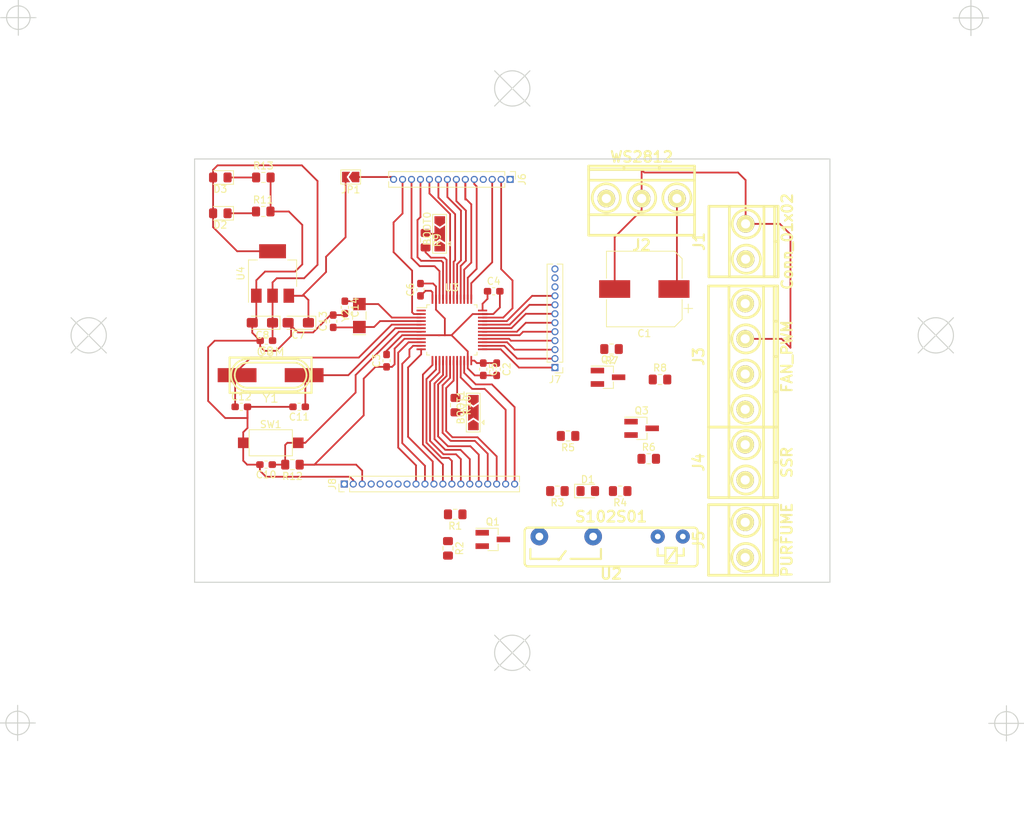
<source format=kicad_pcb>
(kicad_pcb (version 20171130) (host pcbnew 5.0.1-33cea8e~67~ubuntu18.04.1)

  (general
    (thickness 1.6)
    (drawings 16)
    (tracks 338)
    (zones 0)
    (modules 50)
    (nets 77)
  )

  (page A4)
  (layers
    (0 F.Cu signal)
    (31 B.Cu signal)
    (32 B.Adhes user)
    (33 F.Adhes user)
    (34 B.Paste user)
    (35 F.Paste user)
    (36 B.SilkS user)
    (37 F.SilkS user)
    (38 B.Mask user)
    (39 F.Mask user)
    (40 Dwgs.User user)
    (41 Cmts.User user)
    (42 Eco1.User user)
    (43 Eco2.User user)
    (44 Edge.Cuts user)
    (45 Margin user)
    (46 B.CrtYd user)
    (47 F.CrtYd user)
    (48 B.Fab user)
    (49 F.Fab user)
  )

  (setup
    (last_trace_width 0.25)
    (trace_clearance 0.2)
    (zone_clearance 0.508)
    (zone_45_only no)
    (trace_min 0.2)
    (segment_width 0.2)
    (edge_width 0.15)
    (via_size 0.8)
    (via_drill 0.4)
    (via_min_size 0.4)
    (via_min_drill 0.3)
    (uvia_size 0.3)
    (uvia_drill 0.1)
    (uvias_allowed no)
    (uvia_min_size 0.2)
    (uvia_min_drill 0.1)
    (pcb_text_width 0.3)
    (pcb_text_size 1.5 1.5)
    (mod_edge_width 0.15)
    (mod_text_size 1 1)
    (mod_text_width 0.15)
    (pad_size 1.524 1.524)
    (pad_drill 0.762)
    (pad_to_mask_clearance 0.051)
    (solder_mask_min_width 0.25)
    (aux_axis_origin 0 0)
    (visible_elements FFFFFF7F)
    (pcbplotparams
      (layerselection 0x010fc_ffffffff)
      (usegerberextensions false)
      (usegerberattributes false)
      (usegerberadvancedattributes false)
      (creategerberjobfile false)
      (excludeedgelayer true)
      (linewidth 0.100000)
      (plotframeref false)
      (viasonmask false)
      (mode 1)
      (useauxorigin false)
      (hpglpennumber 1)
      (hpglpenspeed 20)
      (hpglpendiameter 15.000000)
      (psnegative false)
      (psa4output false)
      (plotreference true)
      (plotvalue true)
      (plotinvisibletext false)
      (padsonsilk false)
      (subtractmaskfromsilk false)
      (outputformat 1)
      (mirror false)
      (drillshape 1)
      (scaleselection 1)
      (outputdirectory ""))
  )

  (net 0 "")
  (net 1 GND)
  (net 2 /STM32_SSR_OUTPUT)
  (net 3 "Net-(Q3-Pad1)")
  (net 4 /STM32_FAN_PWM_OUTPUT)
  (net 5 /FAN_PWM_OUTPUT)
  (net 6 +5V)
  (net 7 "Net-(BOOT1-Pad2)")
  (net 8 /STM32_CORE/BOOT0)
  (net 9 /STM32_CORE/BOOT1)
  (net 10 "Net-(D2-Pad1)")
  (net 11 "Net-(D3-Pad1)")
  (net 12 /SSR-25-DA1)
  (net 13 /STM32_SSR-25-DA_OUTPUT)
  (net 14 "Net-(Q2-Pad1)")
  (net 15 "Net-(R4-Pad2)")
  (net 16 "Net-(Q1-Pad3)")
  (net 17 "Net-(D1-Pad1)")
  (net 18 +3V3)
  (net 19 /STM32_CORE/RESET)
  (net 20 /SSR-25-DA2)
  (net 21 /WS2812_PWM_TERMINAL)
  (net 22 /SSR_CH1_OUTPUT2)
  (net 23 /SSR_CH1_OUTPUT1)
  (net 24 /STM32_CORE/VBAT)
  (net 25 /STM32_CORE/PC13)
  (net 26 /STM32_CORE/PC14)
  (net 27 /STM32_CORE/PC15)
  (net 28 /STM32_CORE/OSCIN)
  (net 29 /STM32_CORE/OSCOUT)
  (net 30 /STM32_CORE/PA0)
  (net 31 /STM32_CORE/PA1)
  (net 32 /STM32_CORE/PA2)
  (net 33 /STM32_CORE/PA3)
  (net 34 /STM32_CORE/PA4)
  (net 35 /STM32_CORE/PA5)
  (net 36 /STM32_CORE/PA6)
  (net 37 /STM32_CORE/PA7)
  (net 38 /STM32_CORE/PB0)
  (net 39 /STM32_CORE/PB1)
  (net 40 /STM32_CORE/PB10)
  (net 41 /STM32_CORE/PB11)
  (net 42 /STM32_CORE/PB12)
  (net 43 /STM32_CORE/PB13)
  (net 44 /STM32_CORE/PB14)
  (net 45 /STM32_CORE/PB15)
  (net 46 /STM32_CORE/PA8)
  (net 47 /STM32_CORE/PA9)
  (net 48 /STM32_CORE/PA10)
  (net 49 /STM32_CORE/PA11)
  (net 50 /STM32_CORE/PA12)
  (net 51 /STM32_CORE/SWIO)
  (net 52 /STM32_CORE/SWCLK)
  (net 53 /STM32_CORE/PA15)
  (net 54 /STM32_CORE/PB3)
  (net 55 /STM32_CORE/PB4)
  (net 56 /STM32_CORE/PB5)
  (net 57 /STM32_CORE/PB6)
  (net 58 /STM32_CORE/PB7)
  (net 59 /STM32_CORE/PB8)
  (net 60 /STM32_CORE/PB9)
  (net 61 "Net-(J8-Pad1)")
  (net 62 /FAN_48V)
  (net 63 "Net-(J8-Pad4)")
  (net 64 "Net-(J8-Pad5)")
  (net 65 "Net-(J8-Pad6)")
  (net 66 "Net-(J8-Pad7)")
  (net 67 "Net-(J8-Pad8)")
  (net 68 "Net-(J7-Pad10)")
  (net 69 "Net-(J7-Pad11)")
  (net 70 "Net-(J7-Pad12)")
  (net 71 /FAN_RPM)
  (net 72 VWS2812)
  (net 73 "Net-(Q1-Pad1)")
  (net 74 VDD)
  (net 75 "Net-(BOOT0-Pad2)")
  (net 76 "Net-(J6-Pad14)")

  (net_class Default "This is the default net class."
    (clearance 0.2)
    (trace_width 0.25)
    (via_dia 0.8)
    (via_drill 0.4)
    (uvia_dia 0.3)
    (uvia_drill 0.1)
    (add_net +3V3)
    (add_net +5V)
    (add_net /FAN_48V)
    (add_net /FAN_PWM_OUTPUT)
    (add_net /FAN_RPM)
    (add_net /SSR-25-DA1)
    (add_net /SSR-25-DA2)
    (add_net /SSR_CH1_OUTPUT1)
    (add_net /SSR_CH1_OUTPUT2)
    (add_net /STM32_CORE/BOOT0)
    (add_net /STM32_CORE/BOOT1)
    (add_net /STM32_CORE/OSCIN)
    (add_net /STM32_CORE/OSCOUT)
    (add_net /STM32_CORE/PA0)
    (add_net /STM32_CORE/PA1)
    (add_net /STM32_CORE/PA10)
    (add_net /STM32_CORE/PA11)
    (add_net /STM32_CORE/PA12)
    (add_net /STM32_CORE/PA15)
    (add_net /STM32_CORE/PA2)
    (add_net /STM32_CORE/PA3)
    (add_net /STM32_CORE/PA4)
    (add_net /STM32_CORE/PA5)
    (add_net /STM32_CORE/PA6)
    (add_net /STM32_CORE/PA7)
    (add_net /STM32_CORE/PA8)
    (add_net /STM32_CORE/PA9)
    (add_net /STM32_CORE/PB0)
    (add_net /STM32_CORE/PB1)
    (add_net /STM32_CORE/PB10)
    (add_net /STM32_CORE/PB11)
    (add_net /STM32_CORE/PB12)
    (add_net /STM32_CORE/PB13)
    (add_net /STM32_CORE/PB14)
    (add_net /STM32_CORE/PB15)
    (add_net /STM32_CORE/PB3)
    (add_net /STM32_CORE/PB4)
    (add_net /STM32_CORE/PB5)
    (add_net /STM32_CORE/PB6)
    (add_net /STM32_CORE/PB7)
    (add_net /STM32_CORE/PB8)
    (add_net /STM32_CORE/PB9)
    (add_net /STM32_CORE/PC13)
    (add_net /STM32_CORE/PC14)
    (add_net /STM32_CORE/PC15)
    (add_net /STM32_CORE/RESET)
    (add_net /STM32_CORE/SWCLK)
    (add_net /STM32_CORE/SWIO)
    (add_net /STM32_CORE/VBAT)
    (add_net /STM32_FAN_PWM_OUTPUT)
    (add_net /STM32_SSR-25-DA_OUTPUT)
    (add_net /STM32_SSR_OUTPUT)
    (add_net /WS2812_PWM_TERMINAL)
    (add_net GND)
    (add_net "Net-(BOOT0-Pad2)")
    (add_net "Net-(BOOT1-Pad2)")
    (add_net "Net-(D1-Pad1)")
    (add_net "Net-(D2-Pad1)")
    (add_net "Net-(D3-Pad1)")
    (add_net "Net-(J6-Pad14)")
    (add_net "Net-(J7-Pad10)")
    (add_net "Net-(J7-Pad11)")
    (add_net "Net-(J7-Pad12)")
    (add_net "Net-(J8-Pad1)")
    (add_net "Net-(J8-Pad4)")
    (add_net "Net-(J8-Pad5)")
    (add_net "Net-(J8-Pad6)")
    (add_net "Net-(J8-Pad7)")
    (add_net "Net-(J8-Pad8)")
    (add_net "Net-(Q1-Pad1)")
    (add_net "Net-(Q1-Pad3)")
    (add_net "Net-(Q2-Pad1)")
    (add_net "Net-(Q3-Pad1)")
    (add_net "Net-(R4-Pad2)")
    (add_net VDD)
    (add_net VWS2812)
  )

  (module footprint-lib:OMRON-G3MB-202P (layer F.Cu) (tedit 5BBDE4E3) (tstamp 5BD8B716)
    (at 64 60 180)
    (descr "relay, 34.51series")
    (path /5BCB4A39/5BCB53B0)
    (fp_text reference U2 (at 0 -3.8 180) (layer F.SilkS)
      (effects (font (size 1.524 1.524) (thickness 0.3048)))
    )
    (fp_text value S102S01 (at 0 4.3 180) (layer F.SilkS)
      (effects (font (size 1.524 1.524) (thickness 0.3048)))
    )
    (fp_arc (start 11.74962 -2.24962) (end 11.74962 -2.75) (angle 90) (layer F.SilkS) (width 0.3048))
    (fp_arc (start -11.74962 -2.24962) (end -12.25 -2.24962) (angle 90) (layer F.SilkS) (width 0.3048))
    (fp_line (start -11.74962 -2.75) (end 11.74962 -2.75) (layer F.SilkS) (width 0.3048))
    (fp_line (start -11.74962 2.75) (end 11.74962 2.75) (layer F.SilkS) (width 0.3048))
    (fp_line (start -12.25 -2.24962) (end -12.25 2.24962) (layer F.SilkS) (width 0.3048))
    (fp_line (start 12.25 -2.24962) (end 12.25 2.24962) (layer F.SilkS) (width 0.3048))
    (fp_line (start 11.437241 -0.281265) (end 11.437241 -1.681265) (layer F.SilkS) (width 0.3048))
    (fp_line (start 6.437241 -0.581265) (end 7.437241 -1.881265) (layer F.SilkS) (width 0.3048))
    (fp_line (start 11.437241 -1.681265) (end 7.137241 -1.681265) (layer F.SilkS) (width 0.3048))
    (fp_line (start 5.737241 -1.681265) (end 1.437241 -1.681265) (layer F.SilkS) (width 0.3048))
    (fp_line (start 1.437241 -0.281265) (end 1.437241 -1.681265) (layer F.SilkS) (width 0.3048))
    (fp_line (start -9.293278 -2.316312) (end -9.293278 -0.116312) (layer F.SilkS) (width 0.3048))
    (fp_line (start -7.693278 -2.316312) (end -9.293278 -2.316312) (layer F.SilkS) (width 0.3048))
    (fp_line (start -7.693278 -0.116312) (end -7.693278 -2.316312) (layer F.SilkS) (width 0.3048))
    (fp_line (start -9.293278 -0.116312) (end -7.693278 -0.116312) (layer F.SilkS) (width 0.3048))
    (fp_line (start -7.693278 -2.316312) (end -9.293278 -0.116312) (layer F.SilkS) (width 0.3048))
    (fp_line (start -7.693278 -1.216312) (end -6.593278 -1.216312) (layer F.SilkS) (width 0.3048))
    (fp_line (start -9.293278 -1.216312) (end -10.293278 -1.216312) (layer F.SilkS) (width 0.3048))
    (fp_line (start -6.593278 -0.216312) (end -6.593278 -1.216312) (layer F.SilkS) (width 0.3048))
    (fp_line (start -10.293278 -0.216312) (end -10.293278 -1.216312) (layer F.SilkS) (width 0.3048))
    (fp_arc (start 11.74962 2.24962) (end 12.25 2.24962) (angle 90) (layer F.SilkS) (width 0.3048))
    (fp_arc (start -11.74962 2.24962) (end -11.74962 2.75) (angle 90) (layer F.SilkS) (width 0.3048))
    (pad 2 thru_hole circle (at 2.54 1.48 180) (size 2.5 2.5) (drill 1.1) (layers *.Cu *.Mask)
      (net 23 /SSR_CH1_OUTPUT1))
    (pad 4 thru_hole circle (at -10.16 1.48 180) (size 2 2) (drill 0.8) (layers *.Cu *.Mask)
      (net 16 "Net-(Q1-Pad3)"))
    (pad 1 thru_hole circle (at 10.16 1.48 180) (size 2.5 2.5) (drill 1.1) (layers *.Cu *.Mask)
      (net 22 /SSR_CH1_OUTPUT2))
    (pad 3 thru_hole circle (at -6.61 1.48 180) (size 2 2) (drill 0.8) (layers *.Cu *.Mask)
      (net 15 "Net-(R4-Pad2)"))
  )

  (module w_conn_mkds:mkds_1,5-2 (layer F.Cu) (tedit 0) (tstamp 5BE3692A)
    (at 83.058 16.7005 90)
    (descr "2-way 5mm pitch terminal block, Phoenix MKDS series")
    (path /5BCC1C7F)
    (fp_text reference J1 (at 0 -6.6 90) (layer F.SilkS)
      (effects (font (size 1.5 1.5) (thickness 0.3)))
    )
    (fp_text value Conn_01x02 (at 0 5.9 90) (layer F.SilkS)
      (effects (font (size 1.5 1.5) (thickness 0.3)))
    )
    (fp_line (start 0 4.1) (end 0 4.6) (layer F.SilkS) (width 0.381))
    (fp_circle (center 2.5 0.1) (end 0.5 0.1) (layer F.SilkS) (width 0.381))
    (fp_circle (center -2.5 0.1) (end -0.5 0.1) (layer F.SilkS) (width 0.381))
    (fp_line (start -5 2.6) (end 5 2.6) (layer F.SilkS) (width 0.381))
    (fp_line (start -5 -2.3) (end 5 -2.3) (layer F.SilkS) (width 0.381))
    (fp_line (start -5 4.1) (end 5 4.1) (layer F.SilkS) (width 0.381))
    (fp_line (start -5 4.6) (end 5 4.6) (layer F.SilkS) (width 0.381))
    (fp_line (start 5 4.6) (end 5 -5.2) (layer F.SilkS) (width 0.381))
    (fp_line (start 5 -5.2) (end -5 -5.2) (layer F.SilkS) (width 0.381))
    (fp_line (start -5 -5.2) (end -5 4.6) (layer F.SilkS) (width 0.381))
    (pad 1 thru_hole circle (at -2.5 0 90) (size 2.5 2.5) (drill 1.3) (layers *.Cu *.Mask F.SilkS)
      (net 62 /FAN_48V))
    (pad 2 thru_hole circle (at 2.5 0 90) (size 2.5 2.5) (drill 1.3) (layers *.Cu *.Mask F.SilkS)
      (net 1 GND))
    (model ${HOME}/_workspace/kicad/kicad_library/smisioto-footprints/modules/packages3d/walter/conn_mkds/mkds_1,5-2.wrl
      (at (xyz 0 0 0))
      (scale (xyz 1 1 1))
      (rotate (xyz 0 0 0))
    )
  )

  (module Package_TO_SOT_SMD:SOT-23_Handsoldering (layer F.Cu) (tedit 5A0AB76C) (tstamp 5BE34803)
    (at 68.326 43.18)
    (descr "SOT-23, Handsoldering")
    (tags SOT-23)
    (path /5BCB679F/5BCBD15E)
    (attr smd)
    (fp_text reference Q3 (at 0 -2.5) (layer F.SilkS)
      (effects (font (size 1 1) (thickness 0.15)))
    )
    (fp_text value SS9013_J3 (at 0 2.5) (layer F.Fab)
      (effects (font (size 1 1) (thickness 0.15)))
    )
    (fp_text user %R (at 0 0 90) (layer F.Fab)
      (effects (font (size 0.5 0.5) (thickness 0.075)))
    )
    (fp_line (start 0.76 1.58) (end 0.76 0.65) (layer F.SilkS) (width 0.12))
    (fp_line (start 0.76 -1.58) (end 0.76 -0.65) (layer F.SilkS) (width 0.12))
    (fp_line (start -2.7 -1.75) (end 2.7 -1.75) (layer F.CrtYd) (width 0.05))
    (fp_line (start 2.7 -1.75) (end 2.7 1.75) (layer F.CrtYd) (width 0.05))
    (fp_line (start 2.7 1.75) (end -2.7 1.75) (layer F.CrtYd) (width 0.05))
    (fp_line (start -2.7 1.75) (end -2.7 -1.75) (layer F.CrtYd) (width 0.05))
    (fp_line (start 0.76 -1.58) (end -2.4 -1.58) (layer F.SilkS) (width 0.12))
    (fp_line (start -0.7 -0.95) (end -0.7 1.5) (layer F.Fab) (width 0.1))
    (fp_line (start -0.15 -1.52) (end 0.7 -1.52) (layer F.Fab) (width 0.1))
    (fp_line (start -0.7 -0.95) (end -0.15 -1.52) (layer F.Fab) (width 0.1))
    (fp_line (start 0.7 -1.52) (end 0.7 1.52) (layer F.Fab) (width 0.1))
    (fp_line (start -0.7 1.52) (end 0.7 1.52) (layer F.Fab) (width 0.1))
    (fp_line (start 0.76 1.58) (end -0.7 1.58) (layer F.SilkS) (width 0.12))
    (pad 1 smd rect (at -1.5 -0.95) (size 1.9 0.8) (layers F.Cu F.Paste F.Mask)
      (net 3 "Net-(Q3-Pad1)"))
    (pad 2 smd rect (at -1.5 0.95) (size 1.9 0.8) (layers F.Cu F.Paste F.Mask)
      (net 1 GND))
    (pad 3 smd rect (at 1.5 0) (size 1.9 0.8) (layers F.Cu F.Paste F.Mask)
      (net 20 /SSR-25-DA2))
    (model ${KISYS3DMOD}/Package_TO_SOT_SMD.3dshapes/SOT-23.wrl
      (at (xyz 0 0 0))
      (scale (xyz 1 1 1))
      (rotate (xyz 0 0 0))
    )
  )

  (module Jumper:SolderJumper-3_P2.0mm_Open_TrianglePad1.0x1.5mm (layer F.Cu) (tedit 5A64803D) (tstamp 5BE31235)
    (at 39.729588 15.609503 90)
    (descr "SMD Solder Jumper, 1x1.5mm Triangular Pads, 0.3mm gap, open")
    (tags "solder jumper open")
    (path /5BCB6FA2/5BCF8FA5)
    (attr virtual)
    (fp_text reference BOOT0 (at 0.725 -1.775 90) (layer F.SilkS)
      (effects (font (size 1 1) (thickness 0.15)))
    )
    (fp_text value JUMPER (at 0.725 1.925 90) (layer F.Fab)
      (effects (font (size 1 1) (thickness 0.15)))
    )
    (fp_line (start -1.1 1.5) (end -1.4 1.2) (layer F.SilkS) (width 0.12))
    (fp_line (start -1.7 1.5) (end -1.1 1.5) (layer F.SilkS) (width 0.12))
    (fp_line (start -1.4 1.2) (end -1.7 1.5) (layer F.SilkS) (width 0.12))
    (fp_line (start -2.75 0.95) (end -2.75 -1) (layer F.SilkS) (width 0.12))
    (fp_line (start 2.75 0.95) (end -2.75 0.95) (layer F.SilkS) (width 0.12))
    (fp_line (start 2.75 -1) (end 2.75 0.95) (layer F.SilkS) (width 0.12))
    (fp_line (start -2.75 -1) (end 2.75 -1) (layer F.SilkS) (width 0.12))
    (fp_line (start -2.98 -1.27) (end 3 -1.27) (layer F.CrtYd) (width 0.05))
    (fp_line (start -2.98 -1.27) (end -2.98 1.25) (layer F.CrtYd) (width 0.05))
    (fp_line (start 3 1.25) (end 3 -1.27) (layer F.CrtYd) (width 0.05))
    (fp_line (start 3 1.25) (end -2.98 1.25) (layer F.CrtYd) (width 0.05))
    (pad "" smd rect (at 1.2 0 90) (size 1.5 1.5) (layers F.Mask))
    (pad "" smd rect (at -1.2 0 90) (size 1.5 1.5) (layers F.Mask))
    (pad 1 smd custom (at -2 0 90) (size 0.3 0.3) (layers F.Cu F.Mask)
      (net 18 +3V3) (zone_connect 0)
      (options (clearance outline) (anchor rect))
      (primitives
        (gr_poly (pts
           (xy -0.5 -0.75) (xy 0.5 -0.75) (xy 1 0) (xy 0.5 0.75) (xy -0.5 0.75)
) (width 0))
      ))
    (pad 2 smd custom (at 0 0 90) (size 0.3 0.3) (layers F.Cu)
      (net 75 "Net-(BOOT0-Pad2)") (zone_connect 0)
      (options (clearance outline) (anchor rect))
      (primitives
        (gr_poly (pts
           (xy -1.2 -0.75) (xy 1.2 -0.75) (xy 0.7 0) (xy 1.2 0.75) (xy -1.2 0.75)
           (xy -0.7 0)) (width 0))
      ))
    (pad 3 smd custom (at 2 0 270) (size 0.3 0.3) (layers F.Cu F.Mask)
      (net 1 GND) (zone_connect 0)
      (options (clearance outline) (anchor rect))
      (primitives
        (gr_poly (pts
           (xy -0.5 -0.75) (xy 0.5 -0.75) (xy 1 0) (xy 0.5 0.75) (xy -0.5 0.75)
) (width 0))
      ))
  )

  (module Package_TO_SOT_SMD:SOT-23_Handsoldering (layer F.Cu) (tedit 5A0AB76C) (tstamp 5BE2E1FE)
    (at 47.244 58.928)
    (descr "SOT-23, Handsoldering")
    (tags SOT-23)
    (path /5BCB4A39/5BCBBF31)
    (attr smd)
    (fp_text reference Q1 (at 0 -2.5) (layer F.SilkS)
      (effects (font (size 1 1) (thickness 0.15)))
    )
    (fp_text value "2N3904(1AM)" (at 0 2.5) (layer F.Fab)
      (effects (font (size 1 1) (thickness 0.15)))
    )
    (fp_line (start 0.76 1.58) (end -0.7 1.58) (layer F.SilkS) (width 0.12))
    (fp_line (start -0.7 1.52) (end 0.7 1.52) (layer F.Fab) (width 0.1))
    (fp_line (start 0.7 -1.52) (end 0.7 1.52) (layer F.Fab) (width 0.1))
    (fp_line (start -0.7 -0.95) (end -0.15 -1.52) (layer F.Fab) (width 0.1))
    (fp_line (start -0.15 -1.52) (end 0.7 -1.52) (layer F.Fab) (width 0.1))
    (fp_line (start -0.7 -0.95) (end -0.7 1.5) (layer F.Fab) (width 0.1))
    (fp_line (start 0.76 -1.58) (end -2.4 -1.58) (layer F.SilkS) (width 0.12))
    (fp_line (start -2.7 1.75) (end -2.7 -1.75) (layer F.CrtYd) (width 0.05))
    (fp_line (start 2.7 1.75) (end -2.7 1.75) (layer F.CrtYd) (width 0.05))
    (fp_line (start 2.7 -1.75) (end 2.7 1.75) (layer F.CrtYd) (width 0.05))
    (fp_line (start -2.7 -1.75) (end 2.7 -1.75) (layer F.CrtYd) (width 0.05))
    (fp_line (start 0.76 -1.58) (end 0.76 -0.65) (layer F.SilkS) (width 0.12))
    (fp_line (start 0.76 1.58) (end 0.76 0.65) (layer F.SilkS) (width 0.12))
    (fp_text user %R (at 0 0 90) (layer F.Fab)
      (effects (font (size 0.5 0.5) (thickness 0.075)))
    )
    (pad 3 smd rect (at 1.5 0) (size 1.9 0.8) (layers F.Cu F.Paste F.Mask)
      (net 16 "Net-(Q1-Pad3)"))
    (pad 2 smd rect (at -1.5 0.95) (size 1.9 0.8) (layers F.Cu F.Paste F.Mask)
      (net 1 GND))
    (pad 1 smd rect (at -1.5 -0.95) (size 1.9 0.8) (layers F.Cu F.Paste F.Mask)
      (net 73 "Net-(Q1-Pad1)"))
    (model ${KISYS3DMOD}/Package_TO_SOT_SMD.3dshapes/SOT-23.wrl
      (at (xyz 0 0 0))
      (scale (xyz 1 1 1))
      (rotate (xyz 0 0 0))
    )
  )

  (module Package_TO_SOT_SMD:SOT-23_Handsoldering (layer F.Cu) (tedit 5A0AB76C) (tstamp 5BE2E1EA)
    (at 63.5635 35.941)
    (descr "SOT-23, Handsoldering")
    (tags SOT-23)
    (path /5BCBA20B/5BCBC4D0)
    (attr smd)
    (fp_text reference Q2 (at 0 -2.5) (layer F.SilkS)
      (effects (font (size 1 1) (thickness 0.15)))
    )
    (fp_text value SS9013_J3 (at 0 2.5) (layer F.Fab)
      (effects (font (size 1 1) (thickness 0.15)))
    )
    (fp_text user %R (at 0 0 90) (layer F.Fab)
      (effects (font (size 0.5 0.5) (thickness 0.075)))
    )
    (fp_line (start 0.76 1.58) (end 0.76 0.65) (layer F.SilkS) (width 0.12))
    (fp_line (start 0.76 -1.58) (end 0.76 -0.65) (layer F.SilkS) (width 0.12))
    (fp_line (start -2.7 -1.75) (end 2.7 -1.75) (layer F.CrtYd) (width 0.05))
    (fp_line (start 2.7 -1.75) (end 2.7 1.75) (layer F.CrtYd) (width 0.05))
    (fp_line (start 2.7 1.75) (end -2.7 1.75) (layer F.CrtYd) (width 0.05))
    (fp_line (start -2.7 1.75) (end -2.7 -1.75) (layer F.CrtYd) (width 0.05))
    (fp_line (start 0.76 -1.58) (end -2.4 -1.58) (layer F.SilkS) (width 0.12))
    (fp_line (start -0.7 -0.95) (end -0.7 1.5) (layer F.Fab) (width 0.1))
    (fp_line (start -0.15 -1.52) (end 0.7 -1.52) (layer F.Fab) (width 0.1))
    (fp_line (start -0.7 -0.95) (end -0.15 -1.52) (layer F.Fab) (width 0.1))
    (fp_line (start 0.7 -1.52) (end 0.7 1.52) (layer F.Fab) (width 0.1))
    (fp_line (start -0.7 1.52) (end 0.7 1.52) (layer F.Fab) (width 0.1))
    (fp_line (start 0.76 1.58) (end -0.7 1.58) (layer F.SilkS) (width 0.12))
    (pad 1 smd rect (at -1.5 -0.95) (size 1.9 0.8) (layers F.Cu F.Paste F.Mask)
      (net 14 "Net-(Q2-Pad1)"))
    (pad 2 smd rect (at -1.5 0.95) (size 1.9 0.8) (layers F.Cu F.Paste F.Mask)
      (net 1 GND))
    (pad 3 smd rect (at 1.5 0) (size 1.9 0.8) (layers F.Cu F.Paste F.Mask)
      (net 5 /FAN_PWM_OUTPUT))
    (model ${KISYS3DMOD}/Package_TO_SOT_SMD.3dshapes/SOT-23.wrl
      (at (xyz 0 0 0))
      (scale (xyz 1 1 1))
      (rotate (xyz 0 0 0))
    )
  )

  (module w_conn_mkds:mkds_1,5-2 (layer F.Cu) (tedit 0) (tstamp 5BCE87EF)
    (at 83 59 90)
    (descr "2-way 5mm pitch terminal block, Phoenix MKDS series")
    (path /5BCB6490)
    (fp_text reference J5 (at 0 -6.6 90) (layer F.SilkS)
      (effects (font (size 1.5 1.5) (thickness 0.3)))
    )
    (fp_text value PURFUME (at 0 5.9 90) (layer F.SilkS)
      (effects (font (size 1.5 1.5) (thickness 0.3)))
    )
    (fp_line (start 0 4.1) (end 0 4.6) (layer F.SilkS) (width 0.381))
    (fp_circle (center 2.5 0.1) (end 0.5 0.1) (layer F.SilkS) (width 0.381))
    (fp_circle (center -2.5 0.1) (end -0.5 0.1) (layer F.SilkS) (width 0.381))
    (fp_line (start -5 2.6) (end 5 2.6) (layer F.SilkS) (width 0.381))
    (fp_line (start -5 -2.3) (end 5 -2.3) (layer F.SilkS) (width 0.381))
    (fp_line (start -5 4.1) (end 5 4.1) (layer F.SilkS) (width 0.381))
    (fp_line (start -5 4.6) (end 5 4.6) (layer F.SilkS) (width 0.381))
    (fp_line (start 5 4.6) (end 5 -5.2) (layer F.SilkS) (width 0.381))
    (fp_line (start 5 -5.2) (end -5 -5.2) (layer F.SilkS) (width 0.381))
    (fp_line (start -5 -5.2) (end -5 4.6) (layer F.SilkS) (width 0.381))
    (pad 1 thru_hole circle (at -2.5 0 90) (size 2.5 2.5) (drill 1.3) (layers *.Cu *.Mask F.SilkS)
      (net 23 /SSR_CH1_OUTPUT1))
    (pad 2 thru_hole circle (at 2.5 0 90) (size 2.5 2.5) (drill 1.3) (layers *.Cu *.Mask F.SilkS)
      (net 22 /SSR_CH1_OUTPUT2))
    (model ${HOME}/_workspace/kicad/kicad_library/smisioto-footprints/modules/packages3d/walter/conn_mkds/mkds_1,5-2.wrl
      (at (xyz 0 0 0))
      (scale (xyz 1 1 1))
      (rotate (xyz 0 0 0))
    )
  )

  (module w_conn_mkds:mkds_1,5-3 (layer F.Cu) (tedit 0) (tstamp 5BCE87DD)
    (at 68.326 10.6045 180)
    (descr "3-way 5mm pitch terminal block, Phoenix MKDS series")
    (path /5BCB416C)
    (fp_text reference J2 (at 0 -6.6 180) (layer F.SilkS)
      (effects (font (size 1.5 1.5) (thickness 0.3)))
    )
    (fp_text value WS2812 (at 0 5.9 180) (layer F.SilkS)
      (effects (font (size 1.5 1.5) (thickness 0.3)))
    )
    (fp_circle (center 5 0.1) (end 3 0.1) (layer F.SilkS) (width 0.381))
    (fp_line (start 2.5 4.1) (end 2.5 4.6) (layer F.SilkS) (width 0.381))
    (fp_line (start -2.5 4.1) (end -2.5 4.6) (layer F.SilkS) (width 0.381))
    (fp_circle (center 0 0.1) (end -2 0.1) (layer F.SilkS) (width 0.381))
    (fp_circle (center -5 0.1) (end -3 0.1) (layer F.SilkS) (width 0.381))
    (fp_line (start -7.5 2.6) (end 7.5 2.6) (layer F.SilkS) (width 0.381))
    (fp_line (start -7.5 -2.3) (end 7.5 -2.3) (layer F.SilkS) (width 0.381))
    (fp_line (start -7.5 4.1) (end 7.5 4.1) (layer F.SilkS) (width 0.381))
    (fp_line (start -7.5 4.6) (end 7.5 4.6) (layer F.SilkS) (width 0.381))
    (fp_line (start 7.5 4.6) (end 7.5 -5.2) (layer F.SilkS) (width 0.381))
    (fp_line (start 7.5 -5.2) (end -7.5 -5.2) (layer F.SilkS) (width 0.381))
    (fp_line (start -7.5 -5.2) (end -7.5 4.6) (layer F.SilkS) (width 0.381))
    (pad 3 thru_hole circle (at 5 0 180) (size 2.5 2.5) (drill 1.3) (layers *.Cu *.Mask F.SilkS)
      (net 21 /WS2812_PWM_TERMINAL))
    (pad 1 thru_hole circle (at -5 0 180) (size 2.5 2.5) (drill 1.3) (layers *.Cu *.Mask F.SilkS)
      (net 72 VWS2812))
    (pad 2 thru_hole circle (at 0 0 180) (size 2.5 2.5) (drill 1.3) (layers *.Cu *.Mask F.SilkS)
      (net 1 GND))
    (model ${HOME}/_workspace/kicad/kicad_library/smisioto-footprints/modules/packages3d/walter/conn_mkds/mkds_1,5-3.wrl
      (at (xyz 0 0 0))
      (scale (xyz 1 1 1))
      (rotate (xyz 0 0 0))
    )
  )

  (module w_conn_mkds:mkds_1,5-2 (layer F.Cu) (tedit 0) (tstamp 5BCE774A)
    (at 83 48 90)
    (descr "2-way 5mm pitch terminal block, Phoenix MKDS series")
    (path /5BCB931B)
    (fp_text reference J4 (at 0 -6.6 90) (layer F.SilkS)
      (effects (font (size 1.5 1.5) (thickness 0.3)))
    )
    (fp_text value SSR (at 0 5.9 90) (layer F.SilkS)
      (effects (font (size 1.5 1.5) (thickness 0.3)))
    )
    (fp_line (start 0 4.1) (end 0 4.6) (layer F.SilkS) (width 0.381))
    (fp_circle (center 2.5 0.1) (end 0.5 0.1) (layer F.SilkS) (width 0.381))
    (fp_circle (center -2.5 0.1) (end -0.5 0.1) (layer F.SilkS) (width 0.381))
    (fp_line (start -5 2.6) (end 5 2.6) (layer F.SilkS) (width 0.381))
    (fp_line (start -5 -2.3) (end 5 -2.3) (layer F.SilkS) (width 0.381))
    (fp_line (start -5 4.1) (end 5 4.1) (layer F.SilkS) (width 0.381))
    (fp_line (start -5 4.6) (end 5 4.6) (layer F.SilkS) (width 0.381))
    (fp_line (start 5 4.6) (end 5 -5.2) (layer F.SilkS) (width 0.381))
    (fp_line (start 5 -5.2) (end -5 -5.2) (layer F.SilkS) (width 0.381))
    (fp_line (start -5 -5.2) (end -5 4.6) (layer F.SilkS) (width 0.381))
    (pad 1 thru_hole circle (at -2.5 0 90) (size 2.5 2.5) (drill 1.3) (layers *.Cu *.Mask F.SilkS)
      (net 12 /SSR-25-DA1))
    (pad 2 thru_hole circle (at 2.5 0 90) (size 2.5 2.5) (drill 1.3) (layers *.Cu *.Mask F.SilkS)
      (net 20 /SSR-25-DA2))
    (model ${HOME}/_workspace/kicad/kicad_library/smisioto-footprints/modules/packages3d/walter/conn_mkds/mkds_1,5-2.wrl
      (at (xyz 0 0 0))
      (scale (xyz 1 1 1))
      (rotate (xyz 0 0 0))
    )
  )

  (module w_conn_mkds:mkds_1,5-4 (layer F.Cu) (tedit 0) (tstamp 5BCDA01B)
    (at 83 33 90)
    (descr "4-way 5mm pitch terminal block, Phoenix MKDS series")
    (path /5BCBC3BF)
    (fp_text reference J3 (at 0 -6.6 90) (layer F.SilkS)
      (effects (font (size 1.5 1.5) (thickness 0.3)))
    )
    (fp_text value FAN_PWM (at 0 5.9 90) (layer F.SilkS)
      (effects (font (size 1.5 1.5) (thickness 0.3)))
    )
    (fp_line (start -10 -5.2) (end -10 4.6) (layer F.SilkS) (width 0.381))
    (fp_line (start 10 -5.2) (end -10 -5.2) (layer F.SilkS) (width 0.381))
    (fp_line (start 10 4.6) (end 10 -5.2) (layer F.SilkS) (width 0.381))
    (fp_line (start -10 4.6) (end 10 4.6) (layer F.SilkS) (width 0.381))
    (fp_line (start -10 4.1) (end 10 4.1) (layer F.SilkS) (width 0.381))
    (fp_line (start -10 -2.3) (end 10 -2.3) (layer F.SilkS) (width 0.381))
    (fp_line (start -10 2.6) (end 10 2.6) (layer F.SilkS) (width 0.381))
    (fp_circle (center -7.5 0.1) (end -5.5 0.1) (layer F.SilkS) (width 0.381))
    (fp_circle (center -2.5 0.1) (end -4.5 0.1) (layer F.SilkS) (width 0.381))
    (fp_line (start -5 4.1) (end -5 4.6) (layer F.SilkS) (width 0.381))
    (fp_line (start 0 4.1) (end 0 4.6) (layer F.SilkS) (width 0.381))
    (fp_circle (center 2.5 0.1) (end 0.5 0.1) (layer F.SilkS) (width 0.381))
    (fp_circle (center 7.5 0.1) (end 5.5 0.1) (layer F.SilkS) (width 0.381))
    (fp_line (start 5 4.1) (end 5 4.6) (layer F.SilkS) (width 0.381))
    (pad 2 thru_hole circle (at -2.5 0 90) (size 2.5 2.5) (drill 1.3) (layers *.Cu *.Mask F.SilkS)
      (net 5 /FAN_PWM_OUTPUT))
    (pad 1 thru_hole circle (at -7.5 0 90) (size 2.5 2.5) (drill 1.3) (layers *.Cu *.Mask F.SilkS)
      (net 62 /FAN_48V))
    (pad 3 thru_hole circle (at 2.5 0 90) (size 2.5 2.5) (drill 1.3) (layers *.Cu *.Mask F.SilkS)
      (net 1 GND))
    (pad 4 thru_hole circle (at 7.5 0 90) (size 2.5 2.5) (drill 1.3) (layers *.Cu *.Mask F.SilkS)
      (net 71 /FAN_RPM))
    (model ${HOME}/_workspace/kicad/kicad_library/smisioto-footprints/modules/packages3d/walter/conn_mkds/mkds_1,5-4.wrl
      (at (xyz 0 0 0))
      (scale (xyz 1 1 1))
      (rotate (xyz 0 0 0))
    )
  )

  (module Crystal:Crystal_SMD_MicroCrystal_CC7V-T1A-2Pin_3.2x1.5mm_HandSoldering (layer F.Cu) (tedit 5A0FD1B2) (tstamp 5BD8B7EF)
    (at 28.338726 27.191898 90)
    (descr "SMD Crystal MicroCrystal CC7V-T1A/CM7V-T1A series http://www.microcrystal.com/images/_Product-Documentation/01_TF_ceramic_Packages/01_Datasheet/CC1V-T1A.pdf, hand-soldering, 3.2x1.5mm^2 package")
    (tags "SMD SMT crystal hand-soldering")
    (path /5BCB6FA2/5BCBF11C)
    (attr smd)
    (fp_text reference Y2 (at 0 -1.95 90) (layer F.SilkS)
      (effects (font (size 1 1) (thickness 0.15)))
    )
    (fp_text value O32.768K (at 0 1.95 90) (layer F.Fab)
      (effects (font (size 1 1) (thickness 0.15)))
    )
    (fp_text user %R (at 0 0 90) (layer F.Fab)
      (effects (font (size 0.7 0.7) (thickness 0.105)))
    )
    (fp_line (start -1.6 -0.75) (end -1.6 0.75) (layer F.Fab) (width 0.1))
    (fp_line (start -1.6 0.75) (end 1.6 0.75) (layer F.Fab) (width 0.1))
    (fp_line (start 1.6 0.75) (end 1.6 -0.75) (layer F.Fab) (width 0.1))
    (fp_line (start 1.6 -0.75) (end -1.6 -0.75) (layer F.Fab) (width 0.1))
    (fp_line (start -1.6 0.25) (end -1.1 0.75) (layer F.Fab) (width 0.1))
    (fp_line (start -0.55 -0.95) (end 0.55 -0.95) (layer F.SilkS) (width 0.12))
    (fp_line (start -0.55 0.95) (end 0.55 0.95) (layer F.SilkS) (width 0.12))
    (fp_line (start -2.7 -0.9) (end -2.7 0.9) (layer F.SilkS) (width 0.12))
    (fp_line (start -2.8 -1.2) (end -2.8 1.2) (layer F.CrtYd) (width 0.05))
    (fp_line (start -2.8 1.2) (end 2.8 1.2) (layer F.CrtYd) (width 0.05))
    (fp_line (start 2.8 1.2) (end 2.8 -1.2) (layer F.CrtYd) (width 0.05))
    (fp_line (start 2.8 -1.2) (end -2.8 -1.2) (layer F.CrtYd) (width 0.05))
    (pad 1 smd rect (at -1.625 0 90) (size 1.75 1.8) (layers F.Cu F.Paste F.Mask)
      (net 27 /STM32_CORE/PC15))
    (pad 2 smd rect (at 1.625 0 90) (size 1.75 1.8) (layers F.Cu F.Paste F.Mask)
      (net 26 /STM32_CORE/PC14))
    (model ${KISYS3DMOD}/Crystal.3dshapes/Crystal_SMD_MicroCrystal_CC7V-T1A-2Pin_3.2x1.5mm_HandSoldering.wrl
      (at (xyz 0 0 0))
      (scale (xyz 1 1 1))
      (rotate (xyz 0 0 0))
    )
  )

  (module w_crystal:hc-49_smd (layer F.Cu) (tedit 0) (tstamp 5BD8B805)
    (at 15.768003 35.644912 180)
    (descr "Crystal, HC-49/SMD")
    (tags QUARTZ)
    (path /5BCB6FA2/5BCC6C8D)
    (autoplace_cost180 10)
    (fp_text reference Y1 (at 0 -3.302 180) (layer F.SilkS)
      (effects (font (size 1.143 1.27) (thickness 0.1524)))
    )
    (fp_text value O8M (at 0 3.302 180) (layer F.SilkS)
      (effects (font (size 1.143 1.27) (thickness 0.1524)))
    )
    (fp_arc (start -3.302 0) (end -5.588 0) (angle 90) (layer F.SilkS) (width 0.254))
    (fp_arc (start -3.302 0) (end -3.302 2.286) (angle 90) (layer F.SilkS) (width 0.254))
    (fp_line (start -3.302 -2.286) (end 3.302 -2.286) (layer F.SilkS) (width 0.254))
    (fp_line (start 3.302 2.286) (end -3.302 2.286) (layer F.SilkS) (width 0.254))
    (fp_arc (start 3.302 0) (end 5.588 0) (angle 90) (layer F.SilkS) (width 0.254))
    (fp_arc (start -3.302 0) (end -5.08 0) (angle 90) (layer F.SilkS) (width 0.254))
    (fp_arc (start -3.302 0) (end -3.302 1.778) (angle 90) (layer F.SilkS) (width 0.254))
    (fp_arc (start 3.302 0) (end 3.302 -1.778) (angle 90) (layer F.SilkS) (width 0.254))
    (fp_arc (start 3.302 0) (end 5.08 0) (angle 90) (layer F.SilkS) (width 0.254))
    (fp_line (start 3.302 -1.778) (end -3.302 -1.778) (layer F.SilkS) (width 0.254))
    (fp_line (start -3.302 1.778) (end 3.302 1.778) (layer F.SilkS) (width 0.254))
    (fp_arc (start 3.302 0) (end 3.302 -2.286) (angle 90) (layer F.SilkS) (width 0.254))
    (fp_line (start 5.79882 -2.49936) (end -5.79882 -2.49936) (layer F.SilkS) (width 0.29972))
    (fp_line (start 5.79882 2.49936) (end 5.79882 -2.49936) (layer F.SilkS) (width 0.29972))
    (fp_line (start -5.79882 2.49936) (end 5.79882 2.49936) (layer F.SilkS) (width 0.29972))
    (fp_line (start -5.79882 -2.49936) (end -5.79882 2.49936) (layer F.SilkS) (width 0.29972))
    (pad 2 smd rect (at 4.7498 0 180) (size 5.4991 1.99898) (layers F.Cu F.Paste F.Mask)
      (net 28 /STM32_CORE/OSCIN))
    (pad 1 smd rect (at -4.7498 0 180) (size 5.4991 1.99898) (layers F.Cu F.Paste F.Mask)
      (net 29 /STM32_CORE/OSCOUT))
    (model ${HOME}/_workspace/kicad/kicad_library/smisioto-footprints/modules/packages3d/walter/crystal/crystal_hc-49-smd.wrl
      (at (xyz 0 0 0))
      (scale (xyz 1 1 1))
      (rotate (xyz 0 0 0))
    )
  )

  (module Button_Switch_SMD:SW_SPST_CK_RS282G05A3 (layer F.Cu) (tedit 5A7A67D2) (tstamp 5BD8BA3D)
    (at 15.790088 45.232003)
    (descr https://www.mouser.com/ds/2/60/RS-282G05A-SM_RT-1159762.pdf)
    (tags "SPST button tactile switch")
    (path /5BCB6FA2/5BCDA0C8)
    (attr smd)
    (fp_text reference SW1 (at 0 -2.6) (layer F.SilkS)
      (effects (font (size 1 1) (thickness 0.15)))
    )
    (fp_text value SW_Push (at 0 3) (layer F.Fab)
      (effects (font (size 1 1) (thickness 0.15)))
    )
    (fp_line (start -4.9 2.05) (end -4.9 -2.05) (layer F.CrtYd) (width 0.05))
    (fp_line (start 4.9 2.05) (end -4.9 2.05) (layer F.CrtYd) (width 0.05))
    (fp_line (start 4.9 -2.05) (end 4.9 2.05) (layer F.CrtYd) (width 0.05))
    (fp_line (start -4.9 -2.05) (end 4.9 -2.05) (layer F.CrtYd) (width 0.05))
    (fp_text user %R (at 0 -2.6) (layer F.Fab)
      (effects (font (size 1 1) (thickness 0.15)))
    )
    (fp_line (start -1.75 -1) (end 1.75 -1) (layer F.Fab) (width 0.1))
    (fp_line (start 1.75 -1) (end 1.75 1) (layer F.Fab) (width 0.1))
    (fp_line (start 1.75 1) (end -1.75 1) (layer F.Fab) (width 0.1))
    (fp_line (start -1.75 1) (end -1.75 -1) (layer F.Fab) (width 0.1))
    (fp_line (start -3.06 -1.85) (end 3.06 -1.85) (layer F.SilkS) (width 0.12))
    (fp_line (start 3.06 -1.85) (end 3.06 1.85) (layer F.SilkS) (width 0.12))
    (fp_line (start 3.06 1.85) (end -3.06 1.85) (layer F.SilkS) (width 0.12))
    (fp_line (start -3.06 1.85) (end -3.06 -1.85) (layer F.SilkS) (width 0.12))
    (fp_line (start -1.5 0.8) (end 1.5 0.8) (layer F.Fab) (width 0.1))
    (fp_line (start -1.5 -0.8) (end 1.5 -0.8) (layer F.Fab) (width 0.1))
    (fp_line (start 1.5 -0.8) (end 1.5 0.8) (layer F.Fab) (width 0.1))
    (fp_line (start -1.5 -0.8) (end -1.5 0.8) (layer F.Fab) (width 0.1))
    (fp_line (start -3 1.8) (end 3 1.8) (layer F.Fab) (width 0.1))
    (fp_line (start -3 -1.8) (end 3 -1.8) (layer F.Fab) (width 0.1))
    (fp_line (start -3 -1.8) (end -3 1.8) (layer F.Fab) (width 0.1))
    (fp_line (start 3 -1.8) (end 3 1.8) (layer F.Fab) (width 0.1))
    (pad 1 smd rect (at -3.9 0) (size 1.5 1.5) (layers F.Cu F.Paste F.Mask)
      (net 1 GND))
    (pad 2 smd rect (at 3.9 0) (size 1.5 1.5) (layers F.Cu F.Paste F.Mask)
      (net 19 /STM32_CORE/RESET))
    (model ${KISYS3DMOD}/Button_Switch_SMD.3dshapes/SW_SPST_CK_RS282G05A3.wrl
      (at (xyz 0 0 0))
      (scale (xyz 1 1 1))
      (rotate (xyz 0 0 0))
    )
  )

  (module Capacitor_SMD:CP_Elec_10x10.5 (layer F.Cu) (tedit 5A841F9D) (tstamp 5BE3AA14)
    (at 68.707 23.4315 180)
    (descr "SMT capacitor, aluminium electrolytic, 10x10, Vishay 1010 http://www.vishay.com/docs/28395/150crz.pdf")
    (tags "Capacitor Electrolytic")
    (path /5BCB6CCE)
    (attr smd)
    (fp_text reference C1 (at 0 -6.3 180) (layer F.SilkS)
      (effects (font (size 1 1) (thickness 0.15)))
    )
    (fp_text value CP1000uf,10V (at 0 6.3 180) (layer F.Fab)
      (effects (font (size 1 1) (thickness 0.15)))
    )
    (fp_circle (center 0 0) (end 5 0) (layer F.Fab) (width 0.1))
    (fp_line (start 5.25 -5.25) (end 5.25 5.25) (layer F.Fab) (width 0.1))
    (fp_line (start -4.25 -5.25) (end 5.25 -5.25) (layer F.Fab) (width 0.1))
    (fp_line (start -4.25 5.25) (end 5.25 5.25) (layer F.Fab) (width 0.1))
    (fp_line (start -5.25 -4.25) (end -5.25 4.25) (layer F.Fab) (width 0.1))
    (fp_line (start -5.25 -4.25) (end -4.25 -5.25) (layer F.Fab) (width 0.1))
    (fp_line (start -5.25 4.25) (end -4.25 5.25) (layer F.Fab) (width 0.1))
    (fp_line (start -4.558325 -1.7) (end -3.558325 -1.7) (layer F.Fab) (width 0.1))
    (fp_line (start -4.058325 -2.2) (end -4.058325 -1.2) (layer F.Fab) (width 0.1))
    (fp_line (start 5.36 5.36) (end 5.36 1.51) (layer F.SilkS) (width 0.12))
    (fp_line (start 5.36 -5.36) (end 5.36 -1.51) (layer F.SilkS) (width 0.12))
    (fp_line (start -4.295563 -5.36) (end 5.36 -5.36) (layer F.SilkS) (width 0.12))
    (fp_line (start -4.295563 5.36) (end 5.36 5.36) (layer F.SilkS) (width 0.12))
    (fp_line (start -5.36 4.295563) (end -5.36 1.51) (layer F.SilkS) (width 0.12))
    (fp_line (start -5.36 -4.295563) (end -5.36 -1.51) (layer F.SilkS) (width 0.12))
    (fp_line (start -5.36 -4.295563) (end -4.295563 -5.36) (layer F.SilkS) (width 0.12))
    (fp_line (start -5.36 4.295563) (end -4.295563 5.36) (layer F.SilkS) (width 0.12))
    (fp_line (start -6.85 -2.76) (end -5.6 -2.76) (layer F.SilkS) (width 0.12))
    (fp_line (start -6.225 -3.385) (end -6.225 -2.135) (layer F.SilkS) (width 0.12))
    (fp_line (start 5.5 -5.5) (end 5.5 -1.5) (layer F.CrtYd) (width 0.05))
    (fp_line (start 5.5 -1.5) (end 6.65 -1.5) (layer F.CrtYd) (width 0.05))
    (fp_line (start 6.65 -1.5) (end 6.65 1.5) (layer F.CrtYd) (width 0.05))
    (fp_line (start 6.65 1.5) (end 5.5 1.5) (layer F.CrtYd) (width 0.05))
    (fp_line (start 5.5 1.5) (end 5.5 5.5) (layer F.CrtYd) (width 0.05))
    (fp_line (start -4.35 5.5) (end 5.5 5.5) (layer F.CrtYd) (width 0.05))
    (fp_line (start -4.35 -5.5) (end 5.5 -5.5) (layer F.CrtYd) (width 0.05))
    (fp_line (start -5.5 4.35) (end -4.35 5.5) (layer F.CrtYd) (width 0.05))
    (fp_line (start -5.5 -4.35) (end -4.35 -5.5) (layer F.CrtYd) (width 0.05))
    (fp_line (start -5.5 -4.35) (end -5.5 -1.5) (layer F.CrtYd) (width 0.05))
    (fp_line (start -5.5 1.5) (end -5.5 4.35) (layer F.CrtYd) (width 0.05))
    (fp_line (start -5.5 -1.5) (end -6.65 -1.5) (layer F.CrtYd) (width 0.05))
    (fp_line (start -6.65 -1.5) (end -6.65 1.5) (layer F.CrtYd) (width 0.05))
    (fp_line (start -6.65 1.5) (end -5.5 1.5) (layer F.CrtYd) (width 0.05))
    (fp_text user %R (at 0 0 180) (layer F.Fab)
      (effects (font (size 1 1) (thickness 0.15)))
    )
    (pad 1 smd rect (at -4.2 0 180) (size 4.4 2.5) (layers F.Cu F.Paste F.Mask)
      (net 72 VWS2812))
    (pad 2 smd rect (at 4.2 0 180) (size 4.4 2.5) (layers F.Cu F.Paste F.Mask)
      (net 1 GND))
    (model ${KISYS3DMOD}/Capacitor_SMD.3dshapes/CP_Elec_10x10.5.wrl
      (at (xyz 0 0 0))
      (scale (xyz 1 1 1))
      (rotate (xyz 0 0 0))
    )
  )

  (module Capacitor_SMD:C_0603_1608Metric_Pad1.05x0.95mm_HandSolder (layer F.Cu) (tedit 5B301BBE) (tstamp 5BD8B9FA)
    (at 47.794088 34.804003 270)
    (descr "Capacitor SMD 0603 (1608 Metric), square (rectangular) end terminal, IPC_7351 nominal with elongated pad for handsoldering. (Body size source: http://www.tortai-tech.com/upload/download/2011102023233369053.pdf), generated with kicad-footprint-generator")
    (tags "capacitor handsolder")
    (path /5BCB6FA2/5BD956B7)
    (attr smd)
    (fp_text reference C2 (at 0 -1.43 270) (layer F.SilkS)
      (effects (font (size 1 1) (thickness 0.15)))
    )
    (fp_text value C104 (at 0 1.43 270) (layer F.Fab)
      (effects (font (size 1 1) (thickness 0.15)))
    )
    (fp_line (start -0.8 0.4) (end -0.8 -0.4) (layer F.Fab) (width 0.1))
    (fp_line (start -0.8 -0.4) (end 0.8 -0.4) (layer F.Fab) (width 0.1))
    (fp_line (start 0.8 -0.4) (end 0.8 0.4) (layer F.Fab) (width 0.1))
    (fp_line (start 0.8 0.4) (end -0.8 0.4) (layer F.Fab) (width 0.1))
    (fp_line (start -0.171267 -0.51) (end 0.171267 -0.51) (layer F.SilkS) (width 0.12))
    (fp_line (start -0.171267 0.51) (end 0.171267 0.51) (layer F.SilkS) (width 0.12))
    (fp_line (start -1.65 0.73) (end -1.65 -0.73) (layer F.CrtYd) (width 0.05))
    (fp_line (start -1.65 -0.73) (end 1.65 -0.73) (layer F.CrtYd) (width 0.05))
    (fp_line (start 1.65 -0.73) (end 1.65 0.73) (layer F.CrtYd) (width 0.05))
    (fp_line (start 1.65 0.73) (end -1.65 0.73) (layer F.CrtYd) (width 0.05))
    (fp_text user %R (at 0 0 270) (layer F.Fab)
      (effects (font (size 0.4 0.4) (thickness 0.06)))
    )
    (pad 1 smd roundrect (at -0.875 0 270) (size 1.05 0.95) (layers F.Cu F.Paste F.Mask) (roundrect_rratio 0.25)
      (net 18 +3V3))
    (pad 2 smd roundrect (at 0.875 0 270) (size 1.05 0.95) (layers F.Cu F.Paste F.Mask) (roundrect_rratio 0.25)
      (net 1 GND))
    (model ${KISYS3DMOD}/Capacitor_SMD.3dshapes/C_0603_1608Metric.wrl
      (at (xyz 0 0 0))
      (scale (xyz 1 1 1))
      (rotate (xyz 0 0 0))
    )
  )

  (module Capacitor_SMD:C_0603_1608Metric_Pad1.05x0.95mm_HandSolder (layer F.Cu) (tedit 5B301BBE) (tstamp 5BE2EE17)
    (at 32.1945 33.5915 90)
    (descr "Capacitor SMD 0603 (1608 Metric), square (rectangular) end terminal, IPC_7351 nominal with elongated pad for handsoldering. (Body size source: http://www.tortai-tech.com/upload/download/2011102023233369053.pdf), generated with kicad-footprint-generator")
    (tags "capacitor handsolder")
    (path /5BCB6FA2/5BCBC4D6)
    (attr smd)
    (fp_text reference C3 (at 0 -1.43 90) (layer F.SilkS)
      (effects (font (size 1 1) (thickness 0.15)))
    )
    (fp_text value C104 (at 0 1.43 90) (layer F.Fab)
      (effects (font (size 1 1) (thickness 0.15)))
    )
    (fp_text user %R (at 0 0 90) (layer F.Fab)
      (effects (font (size 0.4 0.4) (thickness 0.06)))
    )
    (fp_line (start 1.65 0.73) (end -1.65 0.73) (layer F.CrtYd) (width 0.05))
    (fp_line (start 1.65 -0.73) (end 1.65 0.73) (layer F.CrtYd) (width 0.05))
    (fp_line (start -1.65 -0.73) (end 1.65 -0.73) (layer F.CrtYd) (width 0.05))
    (fp_line (start -1.65 0.73) (end -1.65 -0.73) (layer F.CrtYd) (width 0.05))
    (fp_line (start -0.171267 0.51) (end 0.171267 0.51) (layer F.SilkS) (width 0.12))
    (fp_line (start -0.171267 -0.51) (end 0.171267 -0.51) (layer F.SilkS) (width 0.12))
    (fp_line (start 0.8 0.4) (end -0.8 0.4) (layer F.Fab) (width 0.1))
    (fp_line (start 0.8 -0.4) (end 0.8 0.4) (layer F.Fab) (width 0.1))
    (fp_line (start -0.8 -0.4) (end 0.8 -0.4) (layer F.Fab) (width 0.1))
    (fp_line (start -0.8 0.4) (end -0.8 -0.4) (layer F.Fab) (width 0.1))
    (pad 2 smd roundrect (at 0.875 0 90) (size 1.05 0.95) (layers F.Cu F.Paste F.Mask) (roundrect_rratio 0.25)
      (net 1 GND))
    (pad 1 smd roundrect (at -0.875 0 90) (size 1.05 0.95) (layers F.Cu F.Paste F.Mask) (roundrect_rratio 0.25)
      (net 18 +3V3))
    (model ${KISYS3DMOD}/Capacitor_SMD.3dshapes/C_0603_1608Metric.wrl
      (at (xyz 0 0 0))
      (scale (xyz 1 1 1))
      (rotate (xyz 0 0 0))
    )
  )

  (module Capacitor_SMD:C_0603_1608Metric_Pad1.05x0.95mm_HandSolder (layer F.Cu) (tedit 5B301BBE) (tstamp 5BD8B9D8)
    (at 47.371 23.749)
    (descr "Capacitor SMD 0603 (1608 Metric), square (rectangular) end terminal, IPC_7351 nominal with elongated pad for handsoldering. (Body size source: http://www.tortai-tech.com/upload/download/2011102023233369053.pdf), generated with kicad-footprint-generator")
    (tags "capacitor handsolder")
    (path /5BCB6FA2/5BCBD860)
    (attr smd)
    (fp_text reference C4 (at 0 -1.43) (layer F.SilkS)
      (effects (font (size 1 1) (thickness 0.15)))
    )
    (fp_text value C104 (at 0 1.43) (layer F.Fab)
      (effects (font (size 1 1) (thickness 0.15)))
    )
    (fp_line (start -0.8 0.4) (end -0.8 -0.4) (layer F.Fab) (width 0.1))
    (fp_line (start -0.8 -0.4) (end 0.8 -0.4) (layer F.Fab) (width 0.1))
    (fp_line (start 0.8 -0.4) (end 0.8 0.4) (layer F.Fab) (width 0.1))
    (fp_line (start 0.8 0.4) (end -0.8 0.4) (layer F.Fab) (width 0.1))
    (fp_line (start -0.171267 -0.51) (end 0.171267 -0.51) (layer F.SilkS) (width 0.12))
    (fp_line (start -0.171267 0.51) (end 0.171267 0.51) (layer F.SilkS) (width 0.12))
    (fp_line (start -1.65 0.73) (end -1.65 -0.73) (layer F.CrtYd) (width 0.05))
    (fp_line (start -1.65 -0.73) (end 1.65 -0.73) (layer F.CrtYd) (width 0.05))
    (fp_line (start 1.65 -0.73) (end 1.65 0.73) (layer F.CrtYd) (width 0.05))
    (fp_line (start 1.65 0.73) (end -1.65 0.73) (layer F.CrtYd) (width 0.05))
    (fp_text user %R (at 0 0) (layer F.Fab)
      (effects (font (size 0.4 0.4) (thickness 0.06)))
    )
    (pad 1 smd roundrect (at -0.875 0) (size 1.05 0.95) (layers F.Cu F.Paste F.Mask) (roundrect_rratio 0.25)
      (net 18 +3V3))
    (pad 2 smd roundrect (at 0.875 0) (size 1.05 0.95) (layers F.Cu F.Paste F.Mask) (roundrect_rratio 0.25)
      (net 1 GND))
    (model ${KISYS3DMOD}/Capacitor_SMD.3dshapes/C_0603_1608Metric.wrl
      (at (xyz 0 0 0))
      (scale (xyz 1 1 1))
      (rotate (xyz 0 0 0))
    )
  )

  (module Capacitor_SMD:C_0603_1608Metric_Pad1.05x0.95mm_HandSolder (layer F.Cu) (tedit 5B301BBE) (tstamp 5BD8B9C7)
    (at 45.889088 34.804003 270)
    (descr "Capacitor SMD 0603 (1608 Metric), square (rectangular) end terminal, IPC_7351 nominal with elongated pad for handsoldering. (Body size source: http://www.tortai-tech.com/upload/download/2011102023233369053.pdf), generated with kicad-footprint-generator")
    (tags "capacitor handsolder")
    (path /5BCB6FA2/5BCBE2F2)
    (attr smd)
    (fp_text reference C5 (at 0 -1.43 270) (layer F.SilkS)
      (effects (font (size 1 1) (thickness 0.15)))
    )
    (fp_text value C104 (at 0 1.43 270) (layer F.Fab)
      (effects (font (size 1 1) (thickness 0.15)))
    )
    (fp_text user %R (at 0 0 270) (layer F.Fab)
      (effects (font (size 0.4 0.4) (thickness 0.06)))
    )
    (fp_line (start 1.65 0.73) (end -1.65 0.73) (layer F.CrtYd) (width 0.05))
    (fp_line (start 1.65 -0.73) (end 1.65 0.73) (layer F.CrtYd) (width 0.05))
    (fp_line (start -1.65 -0.73) (end 1.65 -0.73) (layer F.CrtYd) (width 0.05))
    (fp_line (start -1.65 0.73) (end -1.65 -0.73) (layer F.CrtYd) (width 0.05))
    (fp_line (start -0.171267 0.51) (end 0.171267 0.51) (layer F.SilkS) (width 0.12))
    (fp_line (start -0.171267 -0.51) (end 0.171267 -0.51) (layer F.SilkS) (width 0.12))
    (fp_line (start 0.8 0.4) (end -0.8 0.4) (layer F.Fab) (width 0.1))
    (fp_line (start 0.8 -0.4) (end 0.8 0.4) (layer F.Fab) (width 0.1))
    (fp_line (start -0.8 -0.4) (end 0.8 -0.4) (layer F.Fab) (width 0.1))
    (fp_line (start -0.8 0.4) (end -0.8 -0.4) (layer F.Fab) (width 0.1))
    (pad 2 smd roundrect (at 0.875 0 270) (size 1.05 0.95) (layers F.Cu F.Paste F.Mask) (roundrect_rratio 0.25)
      (net 1 GND))
    (pad 1 smd roundrect (at -0.875 0 270) (size 1.05 0.95) (layers F.Cu F.Paste F.Mask) (roundrect_rratio 0.25)
      (net 18 +3V3))
    (model ${KISYS3DMOD}/Capacitor_SMD.3dshapes/C_0603_1608Metric.wrl
      (at (xyz 0 0 0))
      (scale (xyz 1 1 1))
      (rotate (xyz 0 0 0))
    )
  )

  (module Capacitor_SMD:C_0603_1608Metric_Pad1.05x0.95mm_HandSolder (layer F.Cu) (tedit 5B301BBE) (tstamp 5BE35807)
    (at 36.999088 23.529003 90)
    (descr "Capacitor SMD 0603 (1608 Metric), square (rectangular) end terminal, IPC_7351 nominal with elongated pad for handsoldering. (Body size source: http://www.tortai-tech.com/upload/download/2011102023233369053.pdf), generated with kicad-footprint-generator")
    (tags "capacitor handsolder")
    (path /5BCB6FA2/5BCBE306)
    (attr smd)
    (fp_text reference C6 (at 0 -1.43 90) (layer F.SilkS)
      (effects (font (size 1 1) (thickness 0.15)))
    )
    (fp_text value C104 (at 0 1.43 90) (layer F.Fab)
      (effects (font (size 1 1) (thickness 0.15)))
    )
    (fp_line (start -0.8 0.4) (end -0.8 -0.4) (layer F.Fab) (width 0.1))
    (fp_line (start -0.8 -0.4) (end 0.8 -0.4) (layer F.Fab) (width 0.1))
    (fp_line (start 0.8 -0.4) (end 0.8 0.4) (layer F.Fab) (width 0.1))
    (fp_line (start 0.8 0.4) (end -0.8 0.4) (layer F.Fab) (width 0.1))
    (fp_line (start -0.171267 -0.51) (end 0.171267 -0.51) (layer F.SilkS) (width 0.12))
    (fp_line (start -0.171267 0.51) (end 0.171267 0.51) (layer F.SilkS) (width 0.12))
    (fp_line (start -1.65 0.73) (end -1.65 -0.73) (layer F.CrtYd) (width 0.05))
    (fp_line (start -1.65 -0.73) (end 1.65 -0.73) (layer F.CrtYd) (width 0.05))
    (fp_line (start 1.65 -0.73) (end 1.65 0.73) (layer F.CrtYd) (width 0.05))
    (fp_line (start 1.65 0.73) (end -1.65 0.73) (layer F.CrtYd) (width 0.05))
    (fp_text user %R (at 0 0 90) (layer F.Fab)
      (effects (font (size 0.4 0.4) (thickness 0.06)))
    )
    (pad 1 smd roundrect (at -0.875 0 90) (size 1.05 0.95) (layers F.Cu F.Paste F.Mask) (roundrect_rratio 0.25)
      (net 18 +3V3))
    (pad 2 smd roundrect (at 0.875 0 90) (size 1.05 0.95) (layers F.Cu F.Paste F.Mask) (roundrect_rratio 0.25)
      (net 1 GND))
    (model ${KISYS3DMOD}/Capacitor_SMD.3dshapes/C_0603_1608Metric.wrl
      (at (xyz 0 0 0))
      (scale (xyz 1 1 1))
      (rotate (xyz 0 0 0))
    )
  )

  (module Capacitor_SMD:C_0603_1608Metric_Pad1.05x0.95mm_HandSolder (layer F.Cu) (tedit 5B301BBE) (tstamp 5BD8B9A5)
    (at 15.169088 30.754003 180)
    (descr "Capacitor SMD 0603 (1608 Metric), square (rectangular) end terminal, IPC_7351 nominal with elongated pad for handsoldering. (Body size source: http://www.tortai-tech.com/upload/download/2011102023233369053.pdf), generated with kicad-footprint-generator")
    (tags "capacitor handsolder")
    (path /5BCB6FA2/5BD2B7D8)
    (attr smd)
    (fp_text reference C9 (at 0 -1.43 180) (layer F.SilkS)
      (effects (font (size 1 1) (thickness 0.15)))
    )
    (fp_text value C105 (at 0 1.43 180) (layer F.Fab)
      (effects (font (size 1 1) (thickness 0.15)))
    )
    (fp_text user %R (at 0 0 180) (layer F.Fab)
      (effects (font (size 0.4 0.4) (thickness 0.06)))
    )
    (fp_line (start 1.65 0.73) (end -1.65 0.73) (layer F.CrtYd) (width 0.05))
    (fp_line (start 1.65 -0.73) (end 1.65 0.73) (layer F.CrtYd) (width 0.05))
    (fp_line (start -1.65 -0.73) (end 1.65 -0.73) (layer F.CrtYd) (width 0.05))
    (fp_line (start -1.65 0.73) (end -1.65 -0.73) (layer F.CrtYd) (width 0.05))
    (fp_line (start -0.171267 0.51) (end 0.171267 0.51) (layer F.SilkS) (width 0.12))
    (fp_line (start -0.171267 -0.51) (end 0.171267 -0.51) (layer F.SilkS) (width 0.12))
    (fp_line (start 0.8 0.4) (end -0.8 0.4) (layer F.Fab) (width 0.1))
    (fp_line (start 0.8 -0.4) (end 0.8 0.4) (layer F.Fab) (width 0.1))
    (fp_line (start -0.8 -0.4) (end 0.8 -0.4) (layer F.Fab) (width 0.1))
    (fp_line (start -0.8 0.4) (end -0.8 -0.4) (layer F.Fab) (width 0.1))
    (pad 2 smd roundrect (at 0.875 0 180) (size 1.05 0.95) (layers F.Cu F.Paste F.Mask) (roundrect_rratio 0.25)
      (net 1 GND))
    (pad 1 smd roundrect (at -0.875 0 180) (size 1.05 0.95) (layers F.Cu F.Paste F.Mask) (roundrect_rratio 0.25)
      (net 18 +3V3))
    (model ${KISYS3DMOD}/Capacitor_SMD.3dshapes/C_0603_1608Metric.wrl
      (at (xyz 0 0 0))
      (scale (xyz 1 1 1))
      (rotate (xyz 0 0 0))
    )
  )

  (module Capacitor_SMD:C_0603_1608Metric_Pad1.05x0.95mm_HandSolder (layer F.Cu) (tedit 5B301BBE) (tstamp 5BD8B994)
    (at 19.812 40.132 180)
    (descr "Capacitor SMD 0603 (1608 Metric), square (rectangular) end terminal, IPC_7351 nominal with elongated pad for handsoldering. (Body size source: http://www.tortai-tech.com/upload/download/2011102023233369053.pdf), generated with kicad-footprint-generator")
    (tags "capacitor handsolder")
    (path /5BCB6FA2/5BCC6BCE)
    (attr smd)
    (fp_text reference C11 (at 0 -1.43 180) (layer F.SilkS)
      (effects (font (size 1 1) (thickness 0.15)))
    )
    (fp_text value C20pf (at 0 1.43 180) (layer F.Fab)
      (effects (font (size 1 1) (thickness 0.15)))
    )
    (fp_line (start -0.8 0.4) (end -0.8 -0.4) (layer F.Fab) (width 0.1))
    (fp_line (start -0.8 -0.4) (end 0.8 -0.4) (layer F.Fab) (width 0.1))
    (fp_line (start 0.8 -0.4) (end 0.8 0.4) (layer F.Fab) (width 0.1))
    (fp_line (start 0.8 0.4) (end -0.8 0.4) (layer F.Fab) (width 0.1))
    (fp_line (start -0.171267 -0.51) (end 0.171267 -0.51) (layer F.SilkS) (width 0.12))
    (fp_line (start -0.171267 0.51) (end 0.171267 0.51) (layer F.SilkS) (width 0.12))
    (fp_line (start -1.65 0.73) (end -1.65 -0.73) (layer F.CrtYd) (width 0.05))
    (fp_line (start -1.65 -0.73) (end 1.65 -0.73) (layer F.CrtYd) (width 0.05))
    (fp_line (start 1.65 -0.73) (end 1.65 0.73) (layer F.CrtYd) (width 0.05))
    (fp_line (start 1.65 0.73) (end -1.65 0.73) (layer F.CrtYd) (width 0.05))
    (fp_text user %R (at 0 0 180) (layer F.Fab)
      (effects (font (size 0.4 0.4) (thickness 0.06)))
    )
    (pad 1 smd roundrect (at -0.875 0 180) (size 1.05 0.95) (layers F.Cu F.Paste F.Mask) (roundrect_rratio 0.25)
      (net 29 /STM32_CORE/OSCOUT))
    (pad 2 smd roundrect (at 0.875 0 180) (size 1.05 0.95) (layers F.Cu F.Paste F.Mask) (roundrect_rratio 0.25)
      (net 1 GND))
    (model ${KISYS3DMOD}/Capacitor_SMD.3dshapes/C_0603_1608Metric.wrl
      (at (xyz 0 0 0))
      (scale (xyz 1 1 1))
      (rotate (xyz 0 0 0))
    )
  )

  (module Capacitor_SMD:C_0603_1608Metric_Pad1.05x0.95mm_HandSolder (layer F.Cu) (tedit 5B301BBE) (tstamp 5BD8B983)
    (at 11.6205 40.132)
    (descr "Capacitor SMD 0603 (1608 Metric), square (rectangular) end terminal, IPC_7351 nominal with elongated pad for handsoldering. (Body size source: http://www.tortai-tech.com/upload/download/2011102023233369053.pdf), generated with kicad-footprint-generator")
    (tags "capacitor handsolder")
    (path /5BCB6FA2/5BCC6C08)
    (attr smd)
    (fp_text reference C12 (at 0 -1.43) (layer F.SilkS)
      (effects (font (size 1 1) (thickness 0.15)))
    )
    (fp_text value C20pf (at 0 1.43) (layer F.Fab)
      (effects (font (size 1 1) (thickness 0.15)))
    )
    (fp_text user %R (at 0 0) (layer F.Fab)
      (effects (font (size 0.4 0.4) (thickness 0.06)))
    )
    (fp_line (start 1.65 0.73) (end -1.65 0.73) (layer F.CrtYd) (width 0.05))
    (fp_line (start 1.65 -0.73) (end 1.65 0.73) (layer F.CrtYd) (width 0.05))
    (fp_line (start -1.65 -0.73) (end 1.65 -0.73) (layer F.CrtYd) (width 0.05))
    (fp_line (start -1.65 0.73) (end -1.65 -0.73) (layer F.CrtYd) (width 0.05))
    (fp_line (start -0.171267 0.51) (end 0.171267 0.51) (layer F.SilkS) (width 0.12))
    (fp_line (start -0.171267 -0.51) (end 0.171267 -0.51) (layer F.SilkS) (width 0.12))
    (fp_line (start 0.8 0.4) (end -0.8 0.4) (layer F.Fab) (width 0.1))
    (fp_line (start 0.8 -0.4) (end 0.8 0.4) (layer F.Fab) (width 0.1))
    (fp_line (start -0.8 -0.4) (end 0.8 -0.4) (layer F.Fab) (width 0.1))
    (fp_line (start -0.8 0.4) (end -0.8 -0.4) (layer F.Fab) (width 0.1))
    (pad 2 smd roundrect (at 0.875 0) (size 1.05 0.95) (layers F.Cu F.Paste F.Mask) (roundrect_rratio 0.25)
      (net 1 GND))
    (pad 1 smd roundrect (at -0.875 0) (size 1.05 0.95) (layers F.Cu F.Paste F.Mask) (roundrect_rratio 0.25)
      (net 28 /STM32_CORE/OSCIN))
    (model ${KISYS3DMOD}/Capacitor_SMD.3dshapes/C_0603_1608Metric.wrl
      (at (xyz 0 0 0))
      (scale (xyz 1 1 1))
      (rotate (xyz 0 0 0))
    )
  )

  (module Capacitor_SMD:C_0603_1608Metric_Pad1.05x0.95mm_HandSolder (layer F.Cu) (tedit 5B301BBE) (tstamp 5BD8B972)
    (at 24.634314 27.999901 90)
    (descr "Capacitor SMD 0603 (1608 Metric), square (rectangular) end terminal, IPC_7351 nominal with elongated pad for handsoldering. (Body size source: http://www.tortai-tech.com/upload/download/2011102023233369053.pdf), generated with kicad-footprint-generator")
    (tags "capacitor handsolder")
    (path /5BCB6FA2/5BCBF1ED)
    (attr smd)
    (fp_text reference C13 (at 0 -1.43 90) (layer F.SilkS)
      (effects (font (size 1 1) (thickness 0.15)))
    )
    (fp_text value C20pf (at 0 1.43 90) (layer F.Fab)
      (effects (font (size 1 1) (thickness 0.15)))
    )
    (fp_line (start -0.8 0.4) (end -0.8 -0.4) (layer F.Fab) (width 0.1))
    (fp_line (start -0.8 -0.4) (end 0.8 -0.4) (layer F.Fab) (width 0.1))
    (fp_line (start 0.8 -0.4) (end 0.8 0.4) (layer F.Fab) (width 0.1))
    (fp_line (start 0.8 0.4) (end -0.8 0.4) (layer F.Fab) (width 0.1))
    (fp_line (start -0.171267 -0.51) (end 0.171267 -0.51) (layer F.SilkS) (width 0.12))
    (fp_line (start -0.171267 0.51) (end 0.171267 0.51) (layer F.SilkS) (width 0.12))
    (fp_line (start -1.65 0.73) (end -1.65 -0.73) (layer F.CrtYd) (width 0.05))
    (fp_line (start -1.65 -0.73) (end 1.65 -0.73) (layer F.CrtYd) (width 0.05))
    (fp_line (start 1.65 -0.73) (end 1.65 0.73) (layer F.CrtYd) (width 0.05))
    (fp_line (start 1.65 0.73) (end -1.65 0.73) (layer F.CrtYd) (width 0.05))
    (fp_text user %R (at 0 0 90) (layer F.Fab)
      (effects (font (size 0.4 0.4) (thickness 0.06)))
    )
    (pad 1 smd roundrect (at -0.875 0 90) (size 1.05 0.95) (layers F.Cu F.Paste F.Mask) (roundrect_rratio 0.25)
      (net 27 /STM32_CORE/PC15))
    (pad 2 smd roundrect (at 0.875 0 90) (size 1.05 0.95) (layers F.Cu F.Paste F.Mask) (roundrect_rratio 0.25)
      (net 1 GND))
    (model ${KISYS3DMOD}/Capacitor_SMD.3dshapes/C_0603_1608Metric.wrl
      (at (xyz 0 0 0))
      (scale (xyz 1 1 1))
      (rotate (xyz 0 0 0))
    )
  )

  (module Capacitor_SMD:C_0603_1608Metric_Pad1.05x0.95mm_HandSolder (layer F.Cu) (tedit 5B301BBE) (tstamp 5BD8B961)
    (at 26.285314 26.031401 270)
    (descr "Capacitor SMD 0603 (1608 Metric), square (rectangular) end terminal, IPC_7351 nominal with elongated pad for handsoldering. (Body size source: http://www.tortai-tech.com/upload/download/2011102023233369053.pdf), generated with kicad-footprint-generator")
    (tags "capacitor handsolder")
    (path /5BCB6FA2/5BCBF22D)
    (attr smd)
    (fp_text reference C14 (at 0 -1.43 270) (layer F.SilkS)
      (effects (font (size 1 1) (thickness 0.15)))
    )
    (fp_text value C20pf (at 0 1.43 270) (layer F.Fab)
      (effects (font (size 1 1) (thickness 0.15)))
    )
    (fp_text user %R (at 0 0 270) (layer F.Fab)
      (effects (font (size 0.4 0.4) (thickness 0.06)))
    )
    (fp_line (start 1.65 0.73) (end -1.65 0.73) (layer F.CrtYd) (width 0.05))
    (fp_line (start 1.65 -0.73) (end 1.65 0.73) (layer F.CrtYd) (width 0.05))
    (fp_line (start -1.65 -0.73) (end 1.65 -0.73) (layer F.CrtYd) (width 0.05))
    (fp_line (start -1.65 0.73) (end -1.65 -0.73) (layer F.CrtYd) (width 0.05))
    (fp_line (start -0.171267 0.51) (end 0.171267 0.51) (layer F.SilkS) (width 0.12))
    (fp_line (start -0.171267 -0.51) (end 0.171267 -0.51) (layer F.SilkS) (width 0.12))
    (fp_line (start 0.8 0.4) (end -0.8 0.4) (layer F.Fab) (width 0.1))
    (fp_line (start 0.8 -0.4) (end 0.8 0.4) (layer F.Fab) (width 0.1))
    (fp_line (start -0.8 -0.4) (end 0.8 -0.4) (layer F.Fab) (width 0.1))
    (fp_line (start -0.8 0.4) (end -0.8 -0.4) (layer F.Fab) (width 0.1))
    (pad 2 smd roundrect (at 0.875 0 270) (size 1.05 0.95) (layers F.Cu F.Paste F.Mask) (roundrect_rratio 0.25)
      (net 1 GND))
    (pad 1 smd roundrect (at -0.875 0 270) (size 1.05 0.95) (layers F.Cu F.Paste F.Mask) (roundrect_rratio 0.25)
      (net 26 /STM32_CORE/PC14))
    (model ${KISYS3DMOD}/Capacitor_SMD.3dshapes/C_0603_1608Metric.wrl
      (at (xyz 0 0 0))
      (scale (xyz 1 1 1))
      (rotate (xyz 0 0 0))
    )
  )

  (module Capacitor_SMD:C_0603_1608Metric_Pad1.05x0.95mm_HandSolder (layer F.Cu) (tedit 5B301BBE) (tstamp 5BD8B950)
    (at 15.127 48.3235 180)
    (descr "Capacitor SMD 0603 (1608 Metric), square (rectangular) end terminal, IPC_7351 nominal with elongated pad for handsoldering. (Body size source: http://www.tortai-tech.com/upload/download/2011102023233369053.pdf), generated with kicad-footprint-generator")
    (tags "capacitor handsolder")
    (path /5BCB6FA2/5BCD9E3F)
    (attr smd)
    (fp_text reference C10 (at 0 -1.43 180) (layer F.SilkS)
      (effects (font (size 1 1) (thickness 0.15)))
    )
    (fp_text value C105 (at 0 1.43 180) (layer F.Fab)
      (effects (font (size 1 1) (thickness 0.15)))
    )
    (fp_line (start -0.8 0.4) (end -0.8 -0.4) (layer F.Fab) (width 0.1))
    (fp_line (start -0.8 -0.4) (end 0.8 -0.4) (layer F.Fab) (width 0.1))
    (fp_line (start 0.8 -0.4) (end 0.8 0.4) (layer F.Fab) (width 0.1))
    (fp_line (start 0.8 0.4) (end -0.8 0.4) (layer F.Fab) (width 0.1))
    (fp_line (start -0.171267 -0.51) (end 0.171267 -0.51) (layer F.SilkS) (width 0.12))
    (fp_line (start -0.171267 0.51) (end 0.171267 0.51) (layer F.SilkS) (width 0.12))
    (fp_line (start -1.65 0.73) (end -1.65 -0.73) (layer F.CrtYd) (width 0.05))
    (fp_line (start -1.65 -0.73) (end 1.65 -0.73) (layer F.CrtYd) (width 0.05))
    (fp_line (start 1.65 -0.73) (end 1.65 0.73) (layer F.CrtYd) (width 0.05))
    (fp_line (start 1.65 0.73) (end -1.65 0.73) (layer F.CrtYd) (width 0.05))
    (fp_text user %R (at 0 0 180) (layer F.Fab)
      (effects (font (size 0.4 0.4) (thickness 0.06)))
    )
    (pad 1 smd roundrect (at -0.875 0 180) (size 1.05 0.95) (layers F.Cu F.Paste F.Mask) (roundrect_rratio 0.25)
      (net 19 /STM32_CORE/RESET))
    (pad 2 smd roundrect (at 0.875 0 180) (size 1.05 0.95) (layers F.Cu F.Paste F.Mask) (roundrect_rratio 0.25)
      (net 1 GND))
    (model ${KISYS3DMOD}/Capacitor_SMD.3dshapes/C_0603_1608Metric.wrl
      (at (xyz 0 0 0))
      (scale (xyz 1 1 1))
      (rotate (xyz 0 0 0))
    )
  )

  (module Capacitor_Tantalum_SMD:CP_EIA-3216-12_Kemet-S_Pad1.58x1.35mm_HandSolder (layer F.Cu) (tedit 5B301BBE) (tstamp 5BD8B93F)
    (at 19.686588 28.214003 180)
    (descr "Tantalum Capacitor SMD Kemet-S (3216-12 Metric), IPC_7351 nominal, (Body size from: http://www.kemet.com/Lists/ProductCatalog/Attachments/253/KEM_TC101_STD.pdf), generated with kicad-footprint-generator")
    (tags "capacitor tantalum")
    (path /5BCB6FA2/5BCE9101)
    (attr smd)
    (fp_text reference C7 (at 0 -1.75 180) (layer F.SilkS)
      (effects (font (size 1 1) (thickness 0.15)))
    )
    (fp_text value TC106,10V (at 0 1.75 180) (layer F.Fab)
      (effects (font (size 1 1) (thickness 0.15)))
    )
    (fp_text user %R (at 0 0 180) (layer F.Fab)
      (effects (font (size 0.8 0.8) (thickness 0.12)))
    )
    (fp_line (start 2.48 1.05) (end -2.48 1.05) (layer F.CrtYd) (width 0.05))
    (fp_line (start 2.48 -1.05) (end 2.48 1.05) (layer F.CrtYd) (width 0.05))
    (fp_line (start -2.48 -1.05) (end 2.48 -1.05) (layer F.CrtYd) (width 0.05))
    (fp_line (start -2.48 1.05) (end -2.48 -1.05) (layer F.CrtYd) (width 0.05))
    (fp_line (start -2.485 0.935) (end 1.6 0.935) (layer F.SilkS) (width 0.12))
    (fp_line (start -2.485 -0.935) (end -2.485 0.935) (layer F.SilkS) (width 0.12))
    (fp_line (start 1.6 -0.935) (end -2.485 -0.935) (layer F.SilkS) (width 0.12))
    (fp_line (start 1.6 0.8) (end 1.6 -0.8) (layer F.Fab) (width 0.1))
    (fp_line (start -1.6 0.8) (end 1.6 0.8) (layer F.Fab) (width 0.1))
    (fp_line (start -1.6 -0.4) (end -1.6 0.8) (layer F.Fab) (width 0.1))
    (fp_line (start -1.2 -0.8) (end -1.6 -0.4) (layer F.Fab) (width 0.1))
    (fp_line (start 1.6 -0.8) (end -1.2 -0.8) (layer F.Fab) (width 0.1))
    (pad 2 smd roundrect (at 1.4375 0 180) (size 1.575 1.35) (layers F.Cu F.Paste F.Mask) (roundrect_rratio 0.185185)
      (net 1 GND))
    (pad 1 smd roundrect (at -1.4375 0 180) (size 1.575 1.35) (layers F.Cu F.Paste F.Mask) (roundrect_rratio 0.185185)
      (net 6 +5V))
    (model ${KISYS3DMOD}/Capacitor_Tantalum_SMD.3dshapes/CP_EIA-3216-12_Kemet-S.wrl
      (at (xyz 0 0 0))
      (scale (xyz 1 1 1))
      (rotate (xyz 0 0 0))
    )
  )

  (module Capacitor_Tantalum_SMD:CP_EIA-3216-12_Kemet-S_Pad1.58x1.35mm_HandSolder (layer F.Cu) (tedit 5B301BBE) (tstamp 5BD8B92C)
    (at 14.606588 28.214003 180)
    (descr "Tantalum Capacitor SMD Kemet-S (3216-12 Metric), IPC_7351 nominal, (Body size from: http://www.kemet.com/Lists/ProductCatalog/Attachments/253/KEM_TC101_STD.pdf), generated with kicad-footprint-generator")
    (tags "capacitor tantalum")
    (path /5BCB6FA2/5BCE94BD)
    (attr smd)
    (fp_text reference C8 (at 0 -1.75 180) (layer F.SilkS)
      (effects (font (size 1 1) (thickness 0.15)))
    )
    (fp_text value TC106,10V (at 0 1.75 180) (layer F.Fab)
      (effects (font (size 1 1) (thickness 0.15)))
    )
    (fp_line (start 1.6 -0.8) (end -1.2 -0.8) (layer F.Fab) (width 0.1))
    (fp_line (start -1.2 -0.8) (end -1.6 -0.4) (layer F.Fab) (width 0.1))
    (fp_line (start -1.6 -0.4) (end -1.6 0.8) (layer F.Fab) (width 0.1))
    (fp_line (start -1.6 0.8) (end 1.6 0.8) (layer F.Fab) (width 0.1))
    (fp_line (start 1.6 0.8) (end 1.6 -0.8) (layer F.Fab) (width 0.1))
    (fp_line (start 1.6 -0.935) (end -2.485 -0.935) (layer F.SilkS) (width 0.12))
    (fp_line (start -2.485 -0.935) (end -2.485 0.935) (layer F.SilkS) (width 0.12))
    (fp_line (start -2.485 0.935) (end 1.6 0.935) (layer F.SilkS) (width 0.12))
    (fp_line (start -2.48 1.05) (end -2.48 -1.05) (layer F.CrtYd) (width 0.05))
    (fp_line (start -2.48 -1.05) (end 2.48 -1.05) (layer F.CrtYd) (width 0.05))
    (fp_line (start 2.48 -1.05) (end 2.48 1.05) (layer F.CrtYd) (width 0.05))
    (fp_line (start 2.48 1.05) (end -2.48 1.05) (layer F.CrtYd) (width 0.05))
    (fp_text user %R (at 0 0 180) (layer F.Fab)
      (effects (font (size 0.8 0.8) (thickness 0.12)))
    )
    (pad 1 smd roundrect (at -1.4375 0 180) (size 1.575 1.35) (layers F.Cu F.Paste F.Mask) (roundrect_rratio 0.185185)
      (net 18 +3V3))
    (pad 2 smd roundrect (at 1.4375 0 180) (size 1.575 1.35) (layers F.Cu F.Paste F.Mask) (roundrect_rratio 0.185185)
      (net 1 GND))
    (model ${KISYS3DMOD}/Capacitor_Tantalum_SMD.3dshapes/CP_EIA-3216-12_Kemet-S.wrl
      (at (xyz 0 0 0))
      (scale (xyz 1 1 1))
      (rotate (xyz 0 0 0))
    )
  )

  (module Connector_PinHeader_1.27mm:PinHeader_1x12_P1.27mm_Vertical (layer F.Cu) (tedit 59FED6E3) (tstamp 5BD8B88B)
    (at 56.049088 34.564003 180)
    (descr "Through hole straight pin header, 1x12, 1.27mm pitch, single row")
    (tags "Through hole pin header THT 1x12 1.27mm single row")
    (path /5BCB6FA2/5BDC51B3)
    (fp_text reference J7 (at 0 -1.695 180) (layer F.SilkS)
      (effects (font (size 1 1) (thickness 0.15)))
    )
    (fp_text value Conn_01x12 (at 0 15.665 180) (layer F.Fab)
      (effects (font (size 1 1) (thickness 0.15)))
    )
    (fp_line (start -0.525 -0.635) (end 1.05 -0.635) (layer F.Fab) (width 0.1))
    (fp_line (start 1.05 -0.635) (end 1.05 14.605) (layer F.Fab) (width 0.1))
    (fp_line (start 1.05 14.605) (end -1.05 14.605) (layer F.Fab) (width 0.1))
    (fp_line (start -1.05 14.605) (end -1.05 -0.11) (layer F.Fab) (width 0.1))
    (fp_line (start -1.05 -0.11) (end -0.525 -0.635) (layer F.Fab) (width 0.1))
    (fp_line (start -1.11 14.665) (end -0.30753 14.665) (layer F.SilkS) (width 0.12))
    (fp_line (start 0.30753 14.665) (end 1.11 14.665) (layer F.SilkS) (width 0.12))
    (fp_line (start -1.11 0.76) (end -1.11 14.665) (layer F.SilkS) (width 0.12))
    (fp_line (start 1.11 0.76) (end 1.11 14.665) (layer F.SilkS) (width 0.12))
    (fp_line (start -1.11 0.76) (end -0.563471 0.76) (layer F.SilkS) (width 0.12))
    (fp_line (start 0.563471 0.76) (end 1.11 0.76) (layer F.SilkS) (width 0.12))
    (fp_line (start -1.11 0) (end -1.11 -0.76) (layer F.SilkS) (width 0.12))
    (fp_line (start -1.11 -0.76) (end 0 -0.76) (layer F.SilkS) (width 0.12))
    (fp_line (start -1.55 -1.15) (end -1.55 15.15) (layer F.CrtYd) (width 0.05))
    (fp_line (start -1.55 15.15) (end 1.55 15.15) (layer F.CrtYd) (width 0.05))
    (fp_line (start 1.55 15.15) (end 1.55 -1.15) (layer F.CrtYd) (width 0.05))
    (fp_line (start 1.55 -1.15) (end -1.55 -1.15) (layer F.CrtYd) (width 0.05))
    (fp_text user %R (at 0 6.985 270) (layer F.Fab)
      (effects (font (size 1 1) (thickness 0.15)))
    )
    (pad 1 thru_hole rect (at 0 0 180) (size 1 1) (drill 0.65) (layers *.Cu *.Mask)
      (net 42 /STM32_CORE/PB12))
    (pad 2 thru_hole oval (at 0 1.27 180) (size 1 1) (drill 0.65) (layers *.Cu *.Mask)
      (net 43 /STM32_CORE/PB13))
    (pad 3 thru_hole oval (at 0 2.54 180) (size 1 1) (drill 0.65) (layers *.Cu *.Mask)
      (net 44 /STM32_CORE/PB14))
    (pad 4 thru_hole oval (at 0 3.81 180) (size 1 1) (drill 0.65) (layers *.Cu *.Mask)
      (net 45 /STM32_CORE/PB15))
    (pad 5 thru_hole oval (at 0 5.08 180) (size 1 1) (drill 0.65) (layers *.Cu *.Mask)
      (net 46 /STM32_CORE/PA8))
    (pad 6 thru_hole oval (at 0 6.35 180) (size 1 1) (drill 0.65) (layers *.Cu *.Mask)
      (net 47 /STM32_CORE/PA9))
    (pad 7 thru_hole oval (at 0 7.62 180) (size 1 1) (drill 0.65) (layers *.Cu *.Mask)
      (net 48 /STM32_CORE/PA10))
    (pad 8 thru_hole oval (at 0 8.89 180) (size 1 1) (drill 0.65) (layers *.Cu *.Mask)
      (net 49 /STM32_CORE/PA11))
    (pad 9 thru_hole oval (at 0 10.16 180) (size 1 1) (drill 0.65) (layers *.Cu *.Mask)
      (net 50 /STM32_CORE/PA12))
    (pad 10 thru_hole oval (at 0 11.43 180) (size 1 1) (drill 0.65) (layers *.Cu *.Mask)
      (net 68 "Net-(J7-Pad10)"))
    (pad 11 thru_hole oval (at 0 12.7 180) (size 1 1) (drill 0.65) (layers *.Cu *.Mask)
      (net 69 "Net-(J7-Pad11)"))
    (pad 12 thru_hole oval (at 0 13.97 180) (size 1 1) (drill 0.65) (layers *.Cu *.Mask)
      (net 70 "Net-(J7-Pad12)"))
    (model ${KISYS3DMOD}/Connector_PinHeader_1.27mm.3dshapes/PinHeader_1x12_P1.27mm_Vertical.wrl
      (at (xyz 0 0 0))
      (scale (xyz 1 1 1))
      (rotate (xyz 0 0 0))
    )
  )

  (module Connector_PinHeader_1.27mm:PinHeader_1x14_P1.27mm_Vertical (layer F.Cu) (tedit 59FED6E3) (tstamp 5BD8B869)
    (at 49.699088 7.894003 270)
    (descr "Through hole straight pin header, 1x14, 1.27mm pitch, single row")
    (tags "Through hole pin header THT 1x14 1.27mm single row")
    (path /5BCB6FA2/5BDC5267)
    (fp_text reference J6 (at 0 -1.695 270) (layer F.SilkS)
      (effects (font (size 1 1) (thickness 0.15)))
    )
    (fp_text value Conn_01x14 (at 0 18.205 270) (layer F.Fab)
      (effects (font (size 1 1) (thickness 0.15)))
    )
    (fp_line (start -0.525 -0.635) (end 1.05 -0.635) (layer F.Fab) (width 0.1))
    (fp_line (start 1.05 -0.635) (end 1.05 17.145) (layer F.Fab) (width 0.1))
    (fp_line (start 1.05 17.145) (end -1.05 17.145) (layer F.Fab) (width 0.1))
    (fp_line (start -1.05 17.145) (end -1.05 -0.11) (layer F.Fab) (width 0.1))
    (fp_line (start -1.05 -0.11) (end -0.525 -0.635) (layer F.Fab) (width 0.1))
    (fp_line (start -1.11 17.205) (end -0.30753 17.205) (layer F.SilkS) (width 0.12))
    (fp_line (start 0.30753 17.205) (end 1.11 17.205) (layer F.SilkS) (width 0.12))
    (fp_line (start -1.11 0.76) (end -1.11 17.205) (layer F.SilkS) (width 0.12))
    (fp_line (start 1.11 0.76) (end 1.11 17.205) (layer F.SilkS) (width 0.12))
    (fp_line (start -1.11 0.76) (end -0.563471 0.76) (layer F.SilkS) (width 0.12))
    (fp_line (start 0.563471 0.76) (end 1.11 0.76) (layer F.SilkS) (width 0.12))
    (fp_line (start -1.11 0) (end -1.11 -0.76) (layer F.SilkS) (width 0.12))
    (fp_line (start -1.11 -0.76) (end 0 -0.76) (layer F.SilkS) (width 0.12))
    (fp_line (start -1.55 -1.15) (end -1.55 17.65) (layer F.CrtYd) (width 0.05))
    (fp_line (start -1.55 17.65) (end 1.55 17.65) (layer F.CrtYd) (width 0.05))
    (fp_line (start 1.55 17.65) (end 1.55 -1.15) (layer F.CrtYd) (width 0.05))
    (fp_line (start 1.55 -1.15) (end -1.55 -1.15) (layer F.CrtYd) (width 0.05))
    (fp_text user %R (at 0 8.255) (layer F.Fab)
      (effects (font (size 1 1) (thickness 0.15)))
    )
    (pad 1 thru_hole rect (at 0 0 270) (size 1 1) (drill 0.65) (layers *.Cu *.Mask)
      (net 18 +3V3))
    (pad 2 thru_hole oval (at 0 1.27 270) (size 1 1) (drill 0.65) (layers *.Cu *.Mask)
      (net 51 /STM32_CORE/SWIO))
    (pad 3 thru_hole oval (at 0 2.54 270) (size 1 1) (drill 0.65) (layers *.Cu *.Mask)
      (net 52 /STM32_CORE/SWCLK))
    (pad 4 thru_hole oval (at 0 3.81 270) (size 1 1) (drill 0.65) (layers *.Cu *.Mask)
      (net 1 GND))
    (pad 5 thru_hole oval (at 0 5.08 270) (size 1 1) (drill 0.65) (layers *.Cu *.Mask)
      (net 53 /STM32_CORE/PA15))
    (pad 6 thru_hole oval (at 0 6.35 270) (size 1 1) (drill 0.65) (layers *.Cu *.Mask)
      (net 54 /STM32_CORE/PB3))
    (pad 7 thru_hole oval (at 0 7.62 270) (size 1 1) (drill 0.65) (layers *.Cu *.Mask)
      (net 55 /STM32_CORE/PB4))
    (pad 8 thru_hole oval (at 0 8.89 270) (size 1 1) (drill 0.65) (layers *.Cu *.Mask)
      (net 56 /STM32_CORE/PB5))
    (pad 9 thru_hole oval (at 0 10.16 270) (size 1 1) (drill 0.65) (layers *.Cu *.Mask)
      (net 57 /STM32_CORE/PB6))
    (pad 10 thru_hole oval (at 0 11.43 270) (size 1 1) (drill 0.65) (layers *.Cu *.Mask)
      (net 58 /STM32_CORE/PB7))
    (pad 11 thru_hole oval (at 0 12.7 270) (size 1 1) (drill 0.65) (layers *.Cu *.Mask)
      (net 59 /STM32_CORE/PB8))
    (pad 12 thru_hole oval (at 0 13.97 270) (size 1 1) (drill 0.65) (layers *.Cu *.Mask)
      (net 60 /STM32_CORE/PB9))
    (pad 13 thru_hole oval (at 0 15.24 270) (size 1 1) (drill 0.65) (layers *.Cu *.Mask)
      (net 25 /STM32_CORE/PC13))
    (pad 14 thru_hole oval (at 0 16.51 270) (size 1 1) (drill 0.65) (layers *.Cu *.Mask)
      (net 76 "Net-(J6-Pad14)"))
    (model ${KISYS3DMOD}/Connector_PinHeader_1.27mm.3dshapes/PinHeader_1x14_P1.27mm_Vertical.wrl
      (at (xyz 0 0 0))
      (scale (xyz 1 1 1))
      (rotate (xyz 0 0 0))
    )
  )

  (module Connector_PinHeader_1.27mm:PinHeader_1x20_P1.27mm_Vertical (layer F.Cu) (tedit 59FED6E3) (tstamp 5BD8B845)
    (at 26.204088 51.074003 90)
    (descr "Through hole straight pin header, 1x20, 1.27mm pitch, single row")
    (tags "Through hole pin header THT 1x20 1.27mm single row")
    (path /5BCB6FA2/5BDCE49F)
    (fp_text reference J8 (at 0 -1.695 90) (layer F.SilkS)
      (effects (font (size 1 1) (thickness 0.15)))
    )
    (fp_text value Conn_01x12 (at 0 25.825 90) (layer F.Fab)
      (effects (font (size 1 1) (thickness 0.15)))
    )
    (fp_line (start -0.525 -0.635) (end 1.05 -0.635) (layer F.Fab) (width 0.1))
    (fp_line (start 1.05 -0.635) (end 1.05 24.765) (layer F.Fab) (width 0.1))
    (fp_line (start 1.05 24.765) (end -1.05 24.765) (layer F.Fab) (width 0.1))
    (fp_line (start -1.05 24.765) (end -1.05 -0.11) (layer F.Fab) (width 0.1))
    (fp_line (start -1.05 -0.11) (end -0.525 -0.635) (layer F.Fab) (width 0.1))
    (fp_line (start -1.11 24.825) (end -0.30753 24.825) (layer F.SilkS) (width 0.12))
    (fp_line (start 0.30753 24.825) (end 1.11 24.825) (layer F.SilkS) (width 0.12))
    (fp_line (start -1.11 0.76) (end -1.11 24.825) (layer F.SilkS) (width 0.12))
    (fp_line (start 1.11 0.76) (end 1.11 24.825) (layer F.SilkS) (width 0.12))
    (fp_line (start -1.11 0.76) (end -0.563471 0.76) (layer F.SilkS) (width 0.12))
    (fp_line (start 0.563471 0.76) (end 1.11 0.76) (layer F.SilkS) (width 0.12))
    (fp_line (start -1.11 0) (end -1.11 -0.76) (layer F.SilkS) (width 0.12))
    (fp_line (start -1.11 -0.76) (end 0 -0.76) (layer F.SilkS) (width 0.12))
    (fp_line (start -1.55 -1.15) (end -1.55 25.3) (layer F.CrtYd) (width 0.05))
    (fp_line (start -1.55 25.3) (end 1.55 25.3) (layer F.CrtYd) (width 0.05))
    (fp_line (start 1.55 25.3) (end 1.55 -1.15) (layer F.CrtYd) (width 0.05))
    (fp_line (start 1.55 -1.15) (end -1.55 -1.15) (layer F.CrtYd) (width 0.05))
    (fp_text user %R (at 0 12.065 180) (layer F.Fab)
      (effects (font (size 1 1) (thickness 0.15)))
    )
    (pad 1 thru_hole rect (at 0 0 90) (size 1 1) (drill 0.65) (layers *.Cu *.Mask)
      (net 61 "Net-(J8-Pad1)"))
    (pad 2 thru_hole oval (at 0 1.27 90) (size 1 1) (drill 0.65) (layers *.Cu *.Mask)
      (net 1 GND))
    (pad 3 thru_hole oval (at 0 2.54 90) (size 1 1) (drill 0.65) (layers *.Cu *.Mask)
      (net 18 +3V3))
    (pad 4 thru_hole oval (at 0 3.81 90) (size 1 1) (drill 0.65) (layers *.Cu *.Mask)
      (net 63 "Net-(J8-Pad4)"))
    (pad 5 thru_hole oval (at 0 5.08 90) (size 1 1) (drill 0.65) (layers *.Cu *.Mask)
      (net 64 "Net-(J8-Pad5)"))
    (pad 6 thru_hole oval (at 0 6.35 90) (size 1 1) (drill 0.65) (layers *.Cu *.Mask)
      (net 65 "Net-(J8-Pad6)"))
    (pad 7 thru_hole oval (at 0 7.62 90) (size 1 1) (drill 0.65) (layers *.Cu *.Mask)
      (net 66 "Net-(J8-Pad7)"))
    (pad 8 thru_hole oval (at 0 8.89 90) (size 1 1) (drill 0.65) (layers *.Cu *.Mask)
      (net 67 "Net-(J8-Pad8)"))
    (pad 9 thru_hole oval (at 0 10.16 90) (size 1 1) (drill 0.65) (layers *.Cu *.Mask)
      (net 30 /STM32_CORE/PA0))
    (pad 10 thru_hole oval (at 0 11.43 90) (size 1 1) (drill 0.65) (layers *.Cu *.Mask)
      (net 31 /STM32_CORE/PA1))
    (pad 11 thru_hole oval (at 0 12.7 90) (size 1 1) (drill 0.65) (layers *.Cu *.Mask)
      (net 32 /STM32_CORE/PA2))
    (pad 12 thru_hole oval (at 0 13.97 90) (size 1 1) (drill 0.65) (layers *.Cu *.Mask)
      (net 33 /STM32_CORE/PA3))
    (pad 13 thru_hole oval (at 0 15.24 90) (size 1 1) (drill 0.65) (layers *.Cu *.Mask)
      (net 34 /STM32_CORE/PA4))
    (pad 14 thru_hole oval (at 0 16.51 90) (size 1 1) (drill 0.65) (layers *.Cu *.Mask)
      (net 35 /STM32_CORE/PA5))
    (pad 15 thru_hole oval (at 0 17.78 90) (size 1 1) (drill 0.65) (layers *.Cu *.Mask)
      (net 36 /STM32_CORE/PA6))
    (pad 16 thru_hole oval (at 0 19.05 90) (size 1 1) (drill 0.65) (layers *.Cu *.Mask)
      (net 37 /STM32_CORE/PA7))
    (pad 17 thru_hole oval (at 0 20.32 90) (size 1 1) (drill 0.65) (layers *.Cu *.Mask)
      (net 38 /STM32_CORE/PB0))
    (pad 18 thru_hole oval (at 0 21.59 90) (size 1 1) (drill 0.65) (layers *.Cu *.Mask)
      (net 39 /STM32_CORE/PB1))
    (pad 19 thru_hole oval (at 0 22.86 90) (size 1 1) (drill 0.65) (layers *.Cu *.Mask)
      (net 40 /STM32_CORE/PB10))
    (pad 20 thru_hole oval (at 0 24.13 90) (size 1 1) (drill 0.65) (layers *.Cu *.Mask)
      (net 41 /STM32_CORE/PB11))
    (model ${KISYS3DMOD}/Connector_PinHeader_1.27mm.3dshapes/PinHeader_1x20_P1.27mm_Vertical.wrl
      (at (xyz 0 0 0))
      (scale (xyz 1 1 1))
      (rotate (xyz 0 0 0))
    )
  )

  (module Jumper:SolderJumper-2_P1.3mm_Open_TrianglePad1.0x1.5mm (layer F.Cu) (tedit 5A64794F) (tstamp 5BD8B7DC)
    (at 27.1145 7.5565 180)
    (descr "SMD Solder Jumper, 1x1.5mm Triangular Pads, 0.3mm gap, open")
    (tags "solder jumper open")
    (path /5BCB6FA2/5BE05EFF)
    (attr virtual)
    (fp_text reference JP1 (at 0 -1.8 180) (layer F.SilkS)
      (effects (font (size 1 1) (thickness 0.15)))
    )
    (fp_text value Jumper_NO_Small (at 0 1.9 180) (layer F.Fab)
      (effects (font (size 1 1) (thickness 0.15)))
    )
    (fp_line (start -1.4 1) (end -1.4 -1) (layer F.SilkS) (width 0.12))
    (fp_line (start 1.4 1) (end -1.4 1) (layer F.SilkS) (width 0.12))
    (fp_line (start 1.4 -1) (end 1.4 1) (layer F.SilkS) (width 0.12))
    (fp_line (start -1.4 -1) (end 1.4 -1) (layer F.SilkS) (width 0.12))
    (fp_line (start -1.65 -1.25) (end 1.65 -1.25) (layer F.CrtYd) (width 0.05))
    (fp_line (start -1.65 -1.25) (end -1.65 1.25) (layer F.CrtYd) (width 0.05))
    (fp_line (start 1.65 1.25) (end 1.65 -1.25) (layer F.CrtYd) (width 0.05))
    (fp_line (start 1.65 1.25) (end -1.65 1.25) (layer F.CrtYd) (width 0.05))
    (pad 2 smd custom (at 0.725 0 180) (size 0.3 0.3) (layers F.Cu F.Mask)
      (net 6 +5V) (zone_connect 0)
      (options (clearance outline) (anchor rect))
      (primitives
        (gr_poly (pts
           (xy -0.65 -0.75) (xy 0.5 -0.75) (xy 0.5 0.75) (xy -0.65 0.75) (xy -0.15 0)
) (width 0))
      ))
    (pad 1 smd custom (at -0.725 0 180) (size 0.3 0.3) (layers F.Cu F.Mask)
      (net 76 "Net-(J6-Pad14)") (zone_connect 0)
      (options (clearance outline) (anchor rect))
      (primitives
        (gr_poly (pts
           (xy -0.5 -0.75) (xy 0.5 -0.75) (xy 1 0) (xy 0.5 0.75) (xy -0.5 0.75)
) (width 0))
      ))
  )

  (module Jumper:SolderJumper-3_P2.0mm_Open_TrianglePad1.0x1.5mm (layer F.Cu) (tedit 5A64803D) (tstamp 5BD8B7CE)
    (at 44.492088 40.946003 90)
    (descr "SMD Solder Jumper, 1x1.5mm Triangular Pads, 0.3mm gap, open")
    (tags "solder jumper open")
    (path /5BCB6FA2/5BCF9021)
    (attr virtual)
    (fp_text reference BOOT1 (at 0.725 -1.775 90) (layer F.SilkS)
      (effects (font (size 1 1) (thickness 0.15)))
    )
    (fp_text value JUMPER (at 0.725 1.925 90) (layer F.Fab)
      (effects (font (size 1 1) (thickness 0.15)))
    )
    (fp_line (start 3 1.25) (end -2.98 1.25) (layer F.CrtYd) (width 0.05))
    (fp_line (start 3 1.25) (end 3 -1.27) (layer F.CrtYd) (width 0.05))
    (fp_line (start -2.98 -1.27) (end -2.98 1.25) (layer F.CrtYd) (width 0.05))
    (fp_line (start -2.98 -1.27) (end 3 -1.27) (layer F.CrtYd) (width 0.05))
    (fp_line (start -2.75 -1) (end 2.75 -1) (layer F.SilkS) (width 0.12))
    (fp_line (start 2.75 -1) (end 2.75 0.95) (layer F.SilkS) (width 0.12))
    (fp_line (start 2.75 0.95) (end -2.75 0.95) (layer F.SilkS) (width 0.12))
    (fp_line (start -2.75 0.95) (end -2.75 -1) (layer F.SilkS) (width 0.12))
    (fp_line (start -1.4 1.2) (end -1.7 1.5) (layer F.SilkS) (width 0.12))
    (fp_line (start -1.7 1.5) (end -1.1 1.5) (layer F.SilkS) (width 0.12))
    (fp_line (start -1.1 1.5) (end -1.4 1.2) (layer F.SilkS) (width 0.12))
    (pad 3 smd custom (at 2 0 270) (size 0.3 0.3) (layers F.Cu F.Mask)
      (net 1 GND) (zone_connect 0)
      (options (clearance outline) (anchor rect))
      (primitives
        (gr_poly (pts
           (xy -0.5 -0.75) (xy 0.5 -0.75) (xy 1 0) (xy 0.5 0.75) (xy -0.5 0.75)
) (width 0))
      ))
    (pad 2 smd custom (at 0 0 90) (size 0.3 0.3) (layers F.Cu)
      (net 7 "Net-(BOOT1-Pad2)") (zone_connect 0)
      (options (clearance outline) (anchor rect))
      (primitives
        (gr_poly (pts
           (xy -1.2 -0.75) (xy 1.2 -0.75) (xy 0.7 0) (xy 1.2 0.75) (xy -1.2 0.75)
           (xy -0.7 0)) (width 0))
      ))
    (pad 1 smd custom (at -2 0 90) (size 0.3 0.3) (layers F.Cu F.Mask)
      (net 18 +3V3) (zone_connect 0)
      (options (clearance outline) (anchor rect))
      (primitives
        (gr_poly (pts
           (xy -0.5 -0.75) (xy 0.5 -0.75) (xy 1 0) (xy 0.5 0.75) (xy -0.5 0.75)
) (width 0))
      ))
    (pad "" smd rect (at -1.2 0 90) (size 1.5 1.5) (layers F.Mask))
    (pad "" smd rect (at 1.2 0 90) (size 1.5 1.5) (layers F.Mask))
  )

  (module LED_SMD:LED_0805_2012Metric_Pad1.15x1.40mm_HandSolder (layer F.Cu) (tedit 5B4B45C9) (tstamp 5BD8B7A6)
    (at 8.645 7.62 180)
    (descr "LED SMD 0805 (2012 Metric), square (rectangular) end terminal, IPC_7351 nominal, (Body size source: https://docs.google.com/spreadsheets/d/1BsfQQcO9C6DZCsRaXUlFlo91Tg2WpOkGARC1WS5S8t0/edit?usp=sharing), generated with kicad-footprint-generator")
    (tags "LED handsolder")
    (path /5BCB6FA2/5BCD7CA2)
    (attr smd)
    (fp_text reference D3 (at 0 -1.65 180) (layer F.SilkS)
      (effects (font (size 1 1) (thickness 0.15)))
    )
    (fp_text value LED_ORANGE (at 0 1.65 180) (layer F.Fab)
      (effects (font (size 1 1) (thickness 0.15)))
    )
    (fp_line (start 1 -0.6) (end -0.7 -0.6) (layer F.Fab) (width 0.1))
    (fp_line (start -0.7 -0.6) (end -1 -0.3) (layer F.Fab) (width 0.1))
    (fp_line (start -1 -0.3) (end -1 0.6) (layer F.Fab) (width 0.1))
    (fp_line (start -1 0.6) (end 1 0.6) (layer F.Fab) (width 0.1))
    (fp_line (start 1 0.6) (end 1 -0.6) (layer F.Fab) (width 0.1))
    (fp_line (start 1 -0.96) (end -1.86 -0.96) (layer F.SilkS) (width 0.12))
    (fp_line (start -1.86 -0.96) (end -1.86 0.96) (layer F.SilkS) (width 0.12))
    (fp_line (start -1.86 0.96) (end 1 0.96) (layer F.SilkS) (width 0.12))
    (fp_line (start -1.85 0.95) (end -1.85 -0.95) (layer F.CrtYd) (width 0.05))
    (fp_line (start -1.85 -0.95) (end 1.85 -0.95) (layer F.CrtYd) (width 0.05))
    (fp_line (start 1.85 -0.95) (end 1.85 0.95) (layer F.CrtYd) (width 0.05))
    (fp_line (start 1.85 0.95) (end -1.85 0.95) (layer F.CrtYd) (width 0.05))
    (fp_text user %R (at 0 0 180) (layer F.Fab)
      (effects (font (size 0.5 0.5) (thickness 0.08)))
    )
    (pad 1 smd roundrect (at -1.025 0 180) (size 1.15 1.4) (layers F.Cu F.Paste F.Mask) (roundrect_rratio 0.217391)
      (net 11 "Net-(D3-Pad1)"))
    (pad 2 smd roundrect (at 1.025 0 180) (size 1.15 1.4) (layers F.Cu F.Paste F.Mask) (roundrect_rratio 0.217391)
      (net 18 +3V3))
    (model ${KISYS3DMOD}/LED_SMD.3dshapes/LED_0805_2012Metric.wrl
      (at (xyz 0 0 0))
      (scale (xyz 1 1 1))
      (rotate (xyz 0 0 0))
    )
  )

  (module LED_SMD:LED_0805_2012Metric_Pad1.15x1.40mm_HandSolder (layer F.Cu) (tedit 5B4B45C9) (tstamp 5BD8B793)
    (at 8.645 12.7 180)
    (descr "LED SMD 0805 (2012 Metric), square (rectangular) end terminal, IPC_7351 nominal, (Body size source: https://docs.google.com/spreadsheets/d/1BsfQQcO9C6DZCsRaXUlFlo91Tg2WpOkGARC1WS5S8t0/edit?usp=sharing), generated with kicad-footprint-generator")
    (tags "LED handsolder")
    (path /5BCB6FA2/5BCD1BF1)
    (attr smd)
    (fp_text reference D2 (at 0 -1.65 180) (layer F.SilkS)
      (effects (font (size 1 1) (thickness 0.15)))
    )
    (fp_text value LED_GREEN (at 0 1.65 180) (layer F.Fab)
      (effects (font (size 1 1) (thickness 0.15)))
    )
    (fp_text user %R (at 0 0 180) (layer F.Fab)
      (effects (font (size 0.5 0.5) (thickness 0.08)))
    )
    (fp_line (start 1.85 0.95) (end -1.85 0.95) (layer F.CrtYd) (width 0.05))
    (fp_line (start 1.85 -0.95) (end 1.85 0.95) (layer F.CrtYd) (width 0.05))
    (fp_line (start -1.85 -0.95) (end 1.85 -0.95) (layer F.CrtYd) (width 0.05))
    (fp_line (start -1.85 0.95) (end -1.85 -0.95) (layer F.CrtYd) (width 0.05))
    (fp_line (start -1.86 0.96) (end 1 0.96) (layer F.SilkS) (width 0.12))
    (fp_line (start -1.86 -0.96) (end -1.86 0.96) (layer F.SilkS) (width 0.12))
    (fp_line (start 1 -0.96) (end -1.86 -0.96) (layer F.SilkS) (width 0.12))
    (fp_line (start 1 0.6) (end 1 -0.6) (layer F.Fab) (width 0.1))
    (fp_line (start -1 0.6) (end 1 0.6) (layer F.Fab) (width 0.1))
    (fp_line (start -1 -0.3) (end -1 0.6) (layer F.Fab) (width 0.1))
    (fp_line (start -0.7 -0.6) (end -1 -0.3) (layer F.Fab) (width 0.1))
    (fp_line (start 1 -0.6) (end -0.7 -0.6) (layer F.Fab) (width 0.1))
    (pad 2 smd roundrect (at 1.025 0 180) (size 1.15 1.4) (layers F.Cu F.Paste F.Mask) (roundrect_rratio 0.217391)
      (net 18 +3V3))
    (pad 1 smd roundrect (at -1.025 0 180) (size 1.15 1.4) (layers F.Cu F.Paste F.Mask) (roundrect_rratio 0.217391)
      (net 10 "Net-(D2-Pad1)"))
    (model ${KISYS3DMOD}/LED_SMD.3dshapes/LED_0805_2012Metric.wrl
      (at (xyz 0 0 0))
      (scale (xyz 1 1 1))
      (rotate (xyz 0 0 0))
    )
  )

  (module LED_SMD:LED_0805_2012Metric_Pad1.15x1.40mm_HandSolder (layer F.Cu) (tedit 5B4B45C9) (tstamp 5BD8B780)
    (at 60.697 52.07)
    (descr "LED SMD 0805 (2012 Metric), square (rectangular) end terminal, IPC_7351 nominal, (Body size source: https://docs.google.com/spreadsheets/d/1BsfQQcO9C6DZCsRaXUlFlo91Tg2WpOkGARC1WS5S8t0/edit?usp=sharing), generated with kicad-footprint-generator")
    (tags "LED handsolder")
    (path /5BCB4A39/5BCB4F0A)
    (attr smd)
    (fp_text reference D1 (at 0 -1.65) (layer F.SilkS)
      (effects (font (size 1 1) (thickness 0.15)))
    )
    (fp_text value LED_BLUE (at 0 1.65) (layer F.Fab)
      (effects (font (size 1 1) (thickness 0.15)))
    )
    (fp_line (start 1 -0.6) (end -0.7 -0.6) (layer F.Fab) (width 0.1))
    (fp_line (start -0.7 -0.6) (end -1 -0.3) (layer F.Fab) (width 0.1))
    (fp_line (start -1 -0.3) (end -1 0.6) (layer F.Fab) (width 0.1))
    (fp_line (start -1 0.6) (end 1 0.6) (layer F.Fab) (width 0.1))
    (fp_line (start 1 0.6) (end 1 -0.6) (layer F.Fab) (width 0.1))
    (fp_line (start 1 -0.96) (end -1.86 -0.96) (layer F.SilkS) (width 0.12))
    (fp_line (start -1.86 -0.96) (end -1.86 0.96) (layer F.SilkS) (width 0.12))
    (fp_line (start -1.86 0.96) (end 1 0.96) (layer F.SilkS) (width 0.12))
    (fp_line (start -1.85 0.95) (end -1.85 -0.95) (layer F.CrtYd) (width 0.05))
    (fp_line (start -1.85 -0.95) (end 1.85 -0.95) (layer F.CrtYd) (width 0.05))
    (fp_line (start 1.85 -0.95) (end 1.85 0.95) (layer F.CrtYd) (width 0.05))
    (fp_line (start 1.85 0.95) (end -1.85 0.95) (layer F.CrtYd) (width 0.05))
    (fp_text user %R (at 0 0) (layer F.Fab)
      (effects (font (size 0.5 0.5) (thickness 0.08)))
    )
    (pad 1 smd roundrect (at -1.025 0) (size 1.15 1.4) (layers F.Cu F.Paste F.Mask) (roundrect_rratio 0.217391)
      (net 17 "Net-(D1-Pad1)"))
    (pad 2 smd roundrect (at 1.025 0) (size 1.15 1.4) (layers F.Cu F.Paste F.Mask) (roundrect_rratio 0.217391)
      (net 74 VDD))
    (model ${KISYS3DMOD}/LED_SMD.3dshapes/LED_0805_2012Metric.wrl
      (at (xyz 0 0 0))
      (scale (xyz 1 1 1))
      (rotate (xyz 0 0 0))
    )
  )

  (module Package_QFP:LQFP-48_7x7mm_P0.5mm (layer F.Cu) (tedit 5A5E2375) (tstamp 5BD8B76D)
    (at 41.444088 29.230003)
    (descr "48 LEAD LQFP 7x7mm (see MICREL LQFP7x7-48LD-PL-1.pdf)")
    (tags "QFP 0.5")
    (path /5BCB6FA2/5BCB9005)
    (attr smd)
    (fp_text reference U3 (at 0 -6) (layer F.SilkS)
      (effects (font (size 1 1) (thickness 0.15)))
    )
    (fp_text value STM32F103C8T6 (at 0 6) (layer F.Fab)
      (effects (font (size 1 1) (thickness 0.15)))
    )
    (fp_line (start 3.13 3.75) (end 3.75 3.75) (layer F.CrtYd) (width 0.05))
    (fp_line (start 3.75 3.13) (end 3.75 3.75) (layer F.CrtYd) (width 0.05))
    (fp_line (start 3.13 5.25) (end 3.13 3.75) (layer F.CrtYd) (width 0.05))
    (fp_text user %R (at 0 0) (layer F.Fab)
      (effects (font (size 1 1) (thickness 0.15)))
    )
    (fp_line (start -2.5 -3.5) (end 3.5 -3.5) (layer F.Fab) (width 0.1))
    (fp_line (start 3.5 -3.5) (end 3.5 3.5) (layer F.Fab) (width 0.1))
    (fp_line (start 3.5 3.5) (end -3.5 3.5) (layer F.Fab) (width 0.1))
    (fp_line (start -3.5 3.5) (end -3.5 -2.5) (layer F.Fab) (width 0.1))
    (fp_line (start -3.5 -2.5) (end -2.5 -3.5) (layer F.Fab) (width 0.1))
    (fp_line (start -5.25 -3.13) (end -5.25 3.13) (layer F.CrtYd) (width 0.05))
    (fp_line (start 5.25 -3.13) (end 5.25 3.13) (layer F.CrtYd) (width 0.05))
    (fp_line (start -3.13 -5.25) (end 3.13 -5.25) (layer F.CrtYd) (width 0.05))
    (fp_line (start -3.13 5.25) (end 3.13 5.25) (layer F.CrtYd) (width 0.05))
    (fp_line (start 3.56 -3.56) (end 3.56 -3.14) (layer F.SilkS) (width 0.12))
    (fp_line (start 3.56 3.56) (end 3.56 3.14) (layer F.SilkS) (width 0.12))
    (fp_line (start -3.56 3.56) (end -3.56 3.14) (layer F.SilkS) (width 0.12))
    (fp_line (start -3.56 -3.56) (end -3.14 -3.56) (layer F.SilkS) (width 0.12))
    (fp_line (start 3.56 3.56) (end 3.14 3.56) (layer F.SilkS) (width 0.12))
    (fp_line (start 3.56 -3.56) (end 3.14 -3.56) (layer F.SilkS) (width 0.12))
    (fp_line (start -3.56 -3.14) (end -4.94 -3.14) (layer F.SilkS) (width 0.12))
    (fp_line (start -3.56 -3.56) (end -3.56 -3.14) (layer F.SilkS) (width 0.12))
    (fp_line (start -3.56 3.56) (end -3.14 3.56) (layer F.SilkS) (width 0.12))
    (fp_line (start 3.75 3.13) (end 5.25 3.13) (layer F.CrtYd) (width 0.05))
    (fp_line (start 3.75 -3.13) (end 5.25 -3.13) (layer F.CrtYd) (width 0.05))
    (fp_line (start 3.13 -3.75) (end 3.13 -5.25) (layer F.CrtYd) (width 0.05))
    (fp_line (start -3.13 -3.75) (end -3.13 -5.25) (layer F.CrtYd) (width 0.05))
    (fp_line (start -3.75 -3.13) (end -5.25 -3.13) (layer F.CrtYd) (width 0.05))
    (fp_line (start -3.75 3.13) (end -5.25 3.13) (layer F.CrtYd) (width 0.05))
    (fp_line (start -3.13 3.75) (end -3.13 5.25) (layer F.CrtYd) (width 0.05))
    (fp_line (start 3.13 -3.75) (end 3.75 -3.75) (layer F.CrtYd) (width 0.05))
    (fp_line (start 3.75 -3.13) (end 3.75 -3.75) (layer F.CrtYd) (width 0.05))
    (fp_line (start -3.75 3.13) (end -3.75 3.75) (layer F.CrtYd) (width 0.05))
    (fp_line (start -3.13 3.75) (end -3.75 3.75) (layer F.CrtYd) (width 0.05))
    (fp_line (start -3.75 -3.13) (end -3.75 -3.75) (layer F.CrtYd) (width 0.05))
    (fp_line (start -3.13 -3.75) (end -3.75 -3.75) (layer F.CrtYd) (width 0.05))
    (pad 1 smd rect (at -4.35 -2.75) (size 1.3 0.25) (layers F.Cu F.Paste F.Mask)
      (net 24 /STM32_CORE/VBAT))
    (pad 2 smd rect (at -4.35 -2.25) (size 1.3 0.25) (layers F.Cu F.Paste F.Mask)
      (net 25 /STM32_CORE/PC13))
    (pad 3 smd rect (at -4.35 -1.75) (size 1.3 0.25) (layers F.Cu F.Paste F.Mask)
      (net 26 /STM32_CORE/PC14))
    (pad 4 smd rect (at -4.35 -1.25) (size 1.3 0.25) (layers F.Cu F.Paste F.Mask)
      (net 27 /STM32_CORE/PC15))
    (pad 5 smd rect (at -4.35 -0.75) (size 1.3 0.25) (layers F.Cu F.Paste F.Mask)
      (net 28 /STM32_CORE/OSCIN))
    (pad 6 smd rect (at -4.35 -0.25) (size 1.3 0.25) (layers F.Cu F.Paste F.Mask)
      (net 29 /STM32_CORE/OSCOUT))
    (pad 7 smd rect (at -4.35 0.25) (size 1.3 0.25) (layers F.Cu F.Paste F.Mask)
      (net 19 /STM32_CORE/RESET))
    (pad 8 smd rect (at -4.35 0.75) (size 1.3 0.25) (layers F.Cu F.Paste F.Mask)
      (net 1 GND))
    (pad 9 smd rect (at -4.35 1.25) (size 1.3 0.25) (layers F.Cu F.Paste F.Mask)
      (net 18 +3V3))
    (pad 10 smd rect (at -4.35 1.75) (size 1.3 0.25) (layers F.Cu F.Paste F.Mask)
      (net 30 /STM32_CORE/PA0))
    (pad 11 smd rect (at -4.35 2.25) (size 1.3 0.25) (layers F.Cu F.Paste F.Mask)
      (net 31 /STM32_CORE/PA1))
    (pad 12 smd rect (at -4.35 2.75) (size 1.3 0.25) (layers F.Cu F.Paste F.Mask)
      (net 32 /STM32_CORE/PA2))
    (pad 13 smd rect (at -2.75 4.35 90) (size 1.3 0.25) (layers F.Cu F.Paste F.Mask)
      (net 33 /STM32_CORE/PA3))
    (pad 14 smd rect (at -2.25 4.35 90) (size 1.3 0.25) (layers F.Cu F.Paste F.Mask)
      (net 34 /STM32_CORE/PA4))
    (pad 15 smd rect (at -1.75 4.35 90) (size 1.3 0.25) (layers F.Cu F.Paste F.Mask)
      (net 35 /STM32_CORE/PA5))
    (pad 16 smd rect (at -1.25 4.35 90) (size 1.3 0.25) (layers F.Cu F.Paste F.Mask)
      (net 36 /STM32_CORE/PA6))
    (pad 17 smd rect (at -0.75 4.35 90) (size 1.3 0.25) (layers F.Cu F.Paste F.Mask)
      (net 37 /STM32_CORE/PA7))
    (pad 18 smd rect (at -0.25 4.35 90) (size 1.3 0.25) (layers F.Cu F.Paste F.Mask)
      (net 38 /STM32_CORE/PB0))
    (pad 19 smd rect (at 0.25 4.35 90) (size 1.3 0.25) (layers F.Cu F.Paste F.Mask)
      (net 39 /STM32_CORE/PB1))
    (pad 20 smd rect (at 0.75 4.35 90) (size 1.3 0.25) (layers F.Cu F.Paste F.Mask)
      (net 9 /STM32_CORE/BOOT1))
    (pad 21 smd rect (at 1.25 4.35 90) (size 1.3 0.25) (layers F.Cu F.Paste F.Mask)
      (net 40 /STM32_CORE/PB10))
    (pad 22 smd rect (at 1.75 4.35 90) (size 1.3 0.25) (layers F.Cu F.Paste F.Mask)
      (net 41 /STM32_CORE/PB11))
    (pad 23 smd rect (at 2.25 4.35 90) (size 1.3 0.25) (layers F.Cu F.Paste F.Mask)
      (net 1 GND))
    (pad 24 smd rect (at 2.75 4.35 90) (size 1.3 0.25) (layers F.Cu F.Paste F.Mask)
      (net 18 +3V3))
    (pad 25 smd rect (at 4.35 2.75) (size 1.3 0.25) (layers F.Cu F.Paste F.Mask)
      (net 42 /STM32_CORE/PB12))
    (pad 26 smd rect (at 4.35 2.25) (size 1.3 0.25) (layers F.Cu F.Paste F.Mask)
      (net 43 /STM32_CORE/PB13))
    (pad 27 smd rect (at 4.35 1.75) (size 1.3 0.25) (layers F.Cu F.Paste F.Mask)
      (net 44 /STM32_CORE/PB14))
    (pad 28 smd rect (at 4.35 1.25) (size 1.3 0.25) (layers F.Cu F.Paste F.Mask)
      (net 45 /STM32_CORE/PB15))
    (pad 29 smd rect (at 4.35 0.75) (size 1.3 0.25) (layers F.Cu F.Paste F.Mask)
      (net 46 /STM32_CORE/PA8))
    (pad 30 smd rect (at 4.35 0.25) (size 1.3 0.25) (layers F.Cu F.Paste F.Mask)
      (net 47 /STM32_CORE/PA9))
    (pad 31 smd rect (at 4.35 -0.25) (size 1.3 0.25) (layers F.Cu F.Paste F.Mask)
      (net 48 /STM32_CORE/PA10))
    (pad 32 smd rect (at 4.35 -0.75) (size 1.3 0.25) (layers F.Cu F.Paste F.Mask)
      (net 49 /STM32_CORE/PA11))
    (pad 33 smd rect (at 4.35 -1.25) (size 1.3 0.25) (layers F.Cu F.Paste F.Mask)
      (net 50 /STM32_CORE/PA12))
    (pad 34 smd rect (at 4.35 -1.75) (size 1.3 0.25) (layers F.Cu F.Paste F.Mask)
      (net 51 /STM32_CORE/SWIO))
    (pad 35 smd rect (at 4.35 -2.25) (size 1.3 0.25) (layers F.Cu F.Paste F.Mask)
      (net 1 GND))
    (pad 36 smd rect (at 4.35 -2.75) (size 1.3 0.25) (layers F.Cu F.Paste F.Mask)
      (net 18 +3V3))
    (pad 37 smd rect (at 2.75 -4.35 90) (size 1.3 0.25) (layers F.Cu F.Paste F.Mask)
      (net 52 /STM32_CORE/SWCLK))
    (pad 38 smd rect (at 2.25 -4.35 90) (size 1.3 0.25) (layers F.Cu F.Paste F.Mask)
      (net 53 /STM32_CORE/PA15))
    (pad 39 smd rect (at 1.75 -4.35 90) (size 1.3 0.25) (layers F.Cu F.Paste F.Mask)
      (net 54 /STM32_CORE/PB3))
    (pad 40 smd rect (at 1.25 -4.35 90) (size 1.3 0.25) (layers F.Cu F.Paste F.Mask)
      (net 55 /STM32_CORE/PB4))
    (pad 41 smd rect (at 0.75 -4.35 90) (size 1.3 0.25) (layers F.Cu F.Paste F.Mask)
      (net 56 /STM32_CORE/PB5))
    (pad 42 smd rect (at 0.25 -4.35 90) (size 1.3 0.25) (layers F.Cu F.Paste F.Mask)
      (net 57 /STM32_CORE/PB6))
    (pad 43 smd rect (at -0.25 -4.35 90) (size 1.3 0.25) (layers F.Cu F.Paste F.Mask)
      (net 58 /STM32_CORE/PB7))
    (pad 44 smd rect (at -0.75 -4.35 90) (size 1.3 0.25) (layers F.Cu F.Paste F.Mask)
      (net 8 /STM32_CORE/BOOT0))
    (pad 45 smd rect (at -1.25 -4.35 90) (size 1.3 0.25) (layers F.Cu F.Paste F.Mask)
      (net 59 /STM32_CORE/PB8))
    (pad 46 smd rect (at -1.75 -4.35 90) (size 1.3 0.25) (layers F.Cu F.Paste F.Mask)
      (net 60 /STM32_CORE/PB9))
    (pad 47 smd rect (at -2.25 -4.35 90) (size 1.3 0.25) (layers F.Cu F.Paste F.Mask)
      (net 1 GND))
    (pad 48 smd rect (at -2.75 -4.35 90) (size 1.3 0.25) (layers F.Cu F.Paste F.Mask)
      (net 18 +3V3))
    (model ${KISYS3DMOD}/Package_QFP.3dshapes/LQFP-48_7x7mm_P0.5mm.wrl
      (at (xyz 0 0 0))
      (scale (xyz 1 1 1))
      (rotate (xyz 0 0 0))
    )
  )

  (module Package_TO_SOT_SMD:SOT-223-3_TabPin2 (layer F.Cu) (tedit 5A02FF57) (tstamp 5BD8B6FC)
    (at 16.044088 21.229003 90)
    (descr "module CMS SOT223 4 pins")
    (tags "CMS SOT")
    (path /5BCB6FA2/5BD2B227)
    (attr smd)
    (fp_text reference U4 (at 0 -4.5 90) (layer F.SilkS)
      (effects (font (size 1 1) (thickness 0.15)))
    )
    (fp_text value AMS1117-3.3 (at 0 4.5 90) (layer F.Fab)
      (effects (font (size 1 1) (thickness 0.15)))
    )
    (fp_text user %R (at 0 0 180) (layer F.Fab)
      (effects (font (size 0.8 0.8) (thickness 0.12)))
    )
    (fp_line (start 1.91 3.41) (end 1.91 2.15) (layer F.SilkS) (width 0.12))
    (fp_line (start 1.91 -3.41) (end 1.91 -2.15) (layer F.SilkS) (width 0.12))
    (fp_line (start 4.4 -3.6) (end -4.4 -3.6) (layer F.CrtYd) (width 0.05))
    (fp_line (start 4.4 3.6) (end 4.4 -3.6) (layer F.CrtYd) (width 0.05))
    (fp_line (start -4.4 3.6) (end 4.4 3.6) (layer F.CrtYd) (width 0.05))
    (fp_line (start -4.4 -3.6) (end -4.4 3.6) (layer F.CrtYd) (width 0.05))
    (fp_line (start -1.85 -2.35) (end -0.85 -3.35) (layer F.Fab) (width 0.1))
    (fp_line (start -1.85 -2.35) (end -1.85 3.35) (layer F.Fab) (width 0.1))
    (fp_line (start -1.85 3.41) (end 1.91 3.41) (layer F.SilkS) (width 0.12))
    (fp_line (start -0.85 -3.35) (end 1.85 -3.35) (layer F.Fab) (width 0.1))
    (fp_line (start -4.1 -3.41) (end 1.91 -3.41) (layer F.SilkS) (width 0.12))
    (fp_line (start -1.85 3.35) (end 1.85 3.35) (layer F.Fab) (width 0.1))
    (fp_line (start 1.85 -3.35) (end 1.85 3.35) (layer F.Fab) (width 0.1))
    (pad 2 smd rect (at 3.15 0 90) (size 2 3.8) (layers F.Cu F.Paste F.Mask)
      (net 18 +3V3))
    (pad 2 smd rect (at -3.15 0 90) (size 2 1.5) (layers F.Cu F.Paste F.Mask)
      (net 18 +3V3))
    (pad 3 smd rect (at -3.15 2.3 90) (size 2 1.5) (layers F.Cu F.Paste F.Mask)
      (net 6 +5V))
    (pad 1 smd rect (at -3.15 -2.3 90) (size 2 1.5) (layers F.Cu F.Paste F.Mask)
      (net 1 GND))
    (model ${KISYS3DMOD}/Package_TO_SOT_SMD.3dshapes/SOT-223.wrl
      (at (xyz 0 0 0))
      (scale (xyz 1 1 1))
      (rotate (xyz 0 0 0))
    )
  )

  (module Resistor_SMD:R_0805_2012Metric_Pad1.15x1.40mm_HandSolder (layer F.Cu) (tedit 5B36C52B) (tstamp 5BD8B698)
    (at 18.8595 48.3235 180)
    (descr "Resistor SMD 0805 (2012 Metric), square (rectangular) end terminal, IPC_7351 nominal with elongated pad for handsoldering. (Body size source: https://docs.google.com/spreadsheets/d/1BsfQQcO9C6DZCsRaXUlFlo91Tg2WpOkGARC1WS5S8t0/edit?usp=sharing), generated with kicad-footprint-generator")
    (tags "resistor handsolder")
    (path /5BCB6FA2/5BCD9D6B)
    (attr smd)
    (fp_text reference R12 (at 0 -1.65 180) (layer F.SilkS)
      (effects (font (size 1 1) (thickness 0.15)))
    )
    (fp_text value R103 (at 0 1.65 180) (layer F.Fab)
      (effects (font (size 1 1) (thickness 0.15)))
    )
    (fp_line (start -1 0.6) (end -1 -0.6) (layer F.Fab) (width 0.1))
    (fp_line (start -1 -0.6) (end 1 -0.6) (layer F.Fab) (width 0.1))
    (fp_line (start 1 -0.6) (end 1 0.6) (layer F.Fab) (width 0.1))
    (fp_line (start 1 0.6) (end -1 0.6) (layer F.Fab) (width 0.1))
    (fp_line (start -0.261252 -0.71) (end 0.261252 -0.71) (layer F.SilkS) (width 0.12))
    (fp_line (start -0.261252 0.71) (end 0.261252 0.71) (layer F.SilkS) (width 0.12))
    (fp_line (start -1.85 0.95) (end -1.85 -0.95) (layer F.CrtYd) (width 0.05))
    (fp_line (start -1.85 -0.95) (end 1.85 -0.95) (layer F.CrtYd) (width 0.05))
    (fp_line (start 1.85 -0.95) (end 1.85 0.95) (layer F.CrtYd) (width 0.05))
    (fp_line (start 1.85 0.95) (end -1.85 0.95) (layer F.CrtYd) (width 0.05))
    (fp_text user %R (at 0 0 180) (layer F.Fab)
      (effects (font (size 0.5 0.5) (thickness 0.08)))
    )
    (pad 1 smd roundrect (at -1.025 0 180) (size 1.15 1.4) (layers F.Cu F.Paste F.Mask) (roundrect_rratio 0.217391)
      (net 18 +3V3))
    (pad 2 smd roundrect (at 1.025 0 180) (size 1.15 1.4) (layers F.Cu F.Paste F.Mask) (roundrect_rratio 0.217391)
      (net 19 /STM32_CORE/RESET))
    (model ${KISYS3DMOD}/Resistor_SMD.3dshapes/R_0805_2012Metric.wrl
      (at (xyz 0 0 0))
      (scale (xyz 1 1 1))
      (rotate (xyz 0 0 0))
    )
  )

  (module Resistor_SMD:R_0805_2012Metric_Pad1.15x1.40mm_HandSolder (layer F.Cu) (tedit 5B36C52B) (tstamp 5BD8B687)
    (at 56.397 52.07 180)
    (descr "Resistor SMD 0805 (2012 Metric), square (rectangular) end terminal, IPC_7351 nominal with elongated pad for handsoldering. (Body size source: https://docs.google.com/spreadsheets/d/1BsfQQcO9C6DZCsRaXUlFlo91Tg2WpOkGARC1WS5S8t0/edit?usp=sharing), generated with kicad-footprint-generator")
    (tags "resistor handsolder")
    (path /5BCB4A39/5BCB4FB1)
    (attr smd)
    (fp_text reference R3 (at 0 -1.65 180) (layer F.SilkS)
      (effects (font (size 1 1) (thickness 0.15)))
    )
    (fp_text value R331 (at 0 1.65 180) (layer F.Fab)
      (effects (font (size 1 1) (thickness 0.15)))
    )
    (fp_text user %R (at 0 0 180) (layer F.Fab)
      (effects (font (size 0.5 0.5) (thickness 0.08)))
    )
    (fp_line (start 1.85 0.95) (end -1.85 0.95) (layer F.CrtYd) (width 0.05))
    (fp_line (start 1.85 -0.95) (end 1.85 0.95) (layer F.CrtYd) (width 0.05))
    (fp_line (start -1.85 -0.95) (end 1.85 -0.95) (layer F.CrtYd) (width 0.05))
    (fp_line (start -1.85 0.95) (end -1.85 -0.95) (layer F.CrtYd) (width 0.05))
    (fp_line (start -0.261252 0.71) (end 0.261252 0.71) (layer F.SilkS) (width 0.12))
    (fp_line (start -0.261252 -0.71) (end 0.261252 -0.71) (layer F.SilkS) (width 0.12))
    (fp_line (start 1 0.6) (end -1 0.6) (layer F.Fab) (width 0.1))
    (fp_line (start 1 -0.6) (end 1 0.6) (layer F.Fab) (width 0.1))
    (fp_line (start -1 -0.6) (end 1 -0.6) (layer F.Fab) (width 0.1))
    (fp_line (start -1 0.6) (end -1 -0.6) (layer F.Fab) (width 0.1))
    (pad 2 smd roundrect (at 1.025 0 180) (size 1.15 1.4) (layers F.Cu F.Paste F.Mask) (roundrect_rratio 0.217391)
      (net 16 "Net-(Q1-Pad3)"))
    (pad 1 smd roundrect (at -1.025 0 180) (size 1.15 1.4) (layers F.Cu F.Paste F.Mask) (roundrect_rratio 0.217391)
      (net 17 "Net-(D1-Pad1)"))
    (model ${KISYS3DMOD}/Resistor_SMD.3dshapes/R_0805_2012Metric.wrl
      (at (xyz 0 0 0))
      (scale (xyz 1 1 1))
      (rotate (xyz 0 0 0))
    )
  )

  (module Resistor_SMD:R_0805_2012Metric_Pad1.15x1.40mm_HandSolder (layer F.Cu) (tedit 5B36C52B) (tstamp 5BD8B676)
    (at 65.287 52.07 180)
    (descr "Resistor SMD 0805 (2012 Metric), square (rectangular) end terminal, IPC_7351 nominal with elongated pad for handsoldering. (Body size source: https://docs.google.com/spreadsheets/d/1BsfQQcO9C6DZCsRaXUlFlo91Tg2WpOkGARC1WS5S8t0/edit?usp=sharing), generated with kicad-footprint-generator")
    (tags "resistor handsolder")
    (path /5BCB4A39/5BCB51DC)
    (attr smd)
    (fp_text reference R4 (at 0 -1.65 180) (layer F.SilkS)
      (effects (font (size 1 1) (thickness 0.15)))
    )
    (fp_text value R151 (at 0 1.65 180) (layer F.Fab)
      (effects (font (size 1 1) (thickness 0.15)))
    )
    (fp_line (start -1 0.6) (end -1 -0.6) (layer F.Fab) (width 0.1))
    (fp_line (start -1 -0.6) (end 1 -0.6) (layer F.Fab) (width 0.1))
    (fp_line (start 1 -0.6) (end 1 0.6) (layer F.Fab) (width 0.1))
    (fp_line (start 1 0.6) (end -1 0.6) (layer F.Fab) (width 0.1))
    (fp_line (start -0.261252 -0.71) (end 0.261252 -0.71) (layer F.SilkS) (width 0.12))
    (fp_line (start -0.261252 0.71) (end 0.261252 0.71) (layer F.SilkS) (width 0.12))
    (fp_line (start -1.85 0.95) (end -1.85 -0.95) (layer F.CrtYd) (width 0.05))
    (fp_line (start -1.85 -0.95) (end 1.85 -0.95) (layer F.CrtYd) (width 0.05))
    (fp_line (start 1.85 -0.95) (end 1.85 0.95) (layer F.CrtYd) (width 0.05))
    (fp_line (start 1.85 0.95) (end -1.85 0.95) (layer F.CrtYd) (width 0.05))
    (fp_text user %R (at 0 0 180) (layer F.Fab)
      (effects (font (size 0.5 0.5) (thickness 0.08)))
    )
    (pad 1 smd roundrect (at -1.025 0 180) (size 1.15 1.4) (layers F.Cu F.Paste F.Mask) (roundrect_rratio 0.217391)
      (net 74 VDD))
    (pad 2 smd roundrect (at 1.025 0 180) (size 1.15 1.4) (layers F.Cu F.Paste F.Mask) (roundrect_rratio 0.217391)
      (net 15 "Net-(R4-Pad2)"))
    (model ${KISYS3DMOD}/Resistor_SMD.3dshapes/R_0805_2012Metric.wrl
      (at (xyz 0 0 0))
      (scale (xyz 1 1 1))
      (rotate (xyz 0 0 0))
    )
  )

  (module Resistor_SMD:R_0805_2012Metric_Pad1.15x1.40mm_HandSolder (layer F.Cu) (tedit 5B36C52B) (tstamp 5BD8B665)
    (at 57.903 44.2595 180)
    (descr "Resistor SMD 0805 (2012 Metric), square (rectangular) end terminal, IPC_7351 nominal with elongated pad for handsoldering. (Body size source: https://docs.google.com/spreadsheets/d/1BsfQQcO9C6DZCsRaXUlFlo91Tg2WpOkGARC1WS5S8t0/edit?usp=sharing), generated with kicad-footprint-generator")
    (tags "resistor handsolder")
    (path /5BCB679F/5BCB6A7C)
    (attr smd)
    (fp_text reference R5 (at 0 -1.65 180) (layer F.SilkS)
      (effects (font (size 1 1) (thickness 0.15)))
    )
    (fp_text value R471 (at 0 1.65 180) (layer F.Fab)
      (effects (font (size 1 1) (thickness 0.15)))
    )
    (fp_text user %R (at 0 0 180) (layer F.Fab)
      (effects (font (size 0.5 0.5) (thickness 0.08)))
    )
    (fp_line (start 1.85 0.95) (end -1.85 0.95) (layer F.CrtYd) (width 0.05))
    (fp_line (start 1.85 -0.95) (end 1.85 0.95) (layer F.CrtYd) (width 0.05))
    (fp_line (start -1.85 -0.95) (end 1.85 -0.95) (layer F.CrtYd) (width 0.05))
    (fp_line (start -1.85 0.95) (end -1.85 -0.95) (layer F.CrtYd) (width 0.05))
    (fp_line (start -0.261252 0.71) (end 0.261252 0.71) (layer F.SilkS) (width 0.12))
    (fp_line (start -0.261252 -0.71) (end 0.261252 -0.71) (layer F.SilkS) (width 0.12))
    (fp_line (start 1 0.6) (end -1 0.6) (layer F.Fab) (width 0.1))
    (fp_line (start 1 -0.6) (end 1 0.6) (layer F.Fab) (width 0.1))
    (fp_line (start -1 -0.6) (end 1 -0.6) (layer F.Fab) (width 0.1))
    (fp_line (start -1 0.6) (end -1 -0.6) (layer F.Fab) (width 0.1))
    (pad 2 smd roundrect (at 1.025 0 180) (size 1.15 1.4) (layers F.Cu F.Paste F.Mask) (roundrect_rratio 0.217391)
      (net 13 /STM32_SSR-25-DA_OUTPUT))
    (pad 1 smd roundrect (at -1.025 0 180) (size 1.15 1.4) (layers F.Cu F.Paste F.Mask) (roundrect_rratio 0.217391)
      (net 3 "Net-(Q3-Pad1)"))
    (model ${KISYS3DMOD}/Resistor_SMD.3dshapes/R_0805_2012Metric.wrl
      (at (xyz 0 0 0))
      (scale (xyz 1 1 1))
      (rotate (xyz 0 0 0))
    )
  )

  (module Resistor_SMD:R_0805_2012Metric_Pad1.15x1.40mm_HandSolder (layer F.Cu) (tedit 5B36C52B) (tstamp 5BD8B654)
    (at 69.333 47.498)
    (descr "Resistor SMD 0805 (2012 Metric), square (rectangular) end terminal, IPC_7351 nominal with elongated pad for handsoldering. (Body size source: https://docs.google.com/spreadsheets/d/1BsfQQcO9C6DZCsRaXUlFlo91Tg2WpOkGARC1WS5S8t0/edit?usp=sharing), generated with kicad-footprint-generator")
    (tags "resistor handsolder")
    (path /5BCB679F/5BCB69F8)
    (attr smd)
    (fp_text reference R6 (at 0 -1.65) (layer F.SilkS)
      (effects (font (size 1 1) (thickness 0.15)))
    )
    (fp_text value R101 (at 0 1.65) (layer F.Fab)
      (effects (font (size 1 1) (thickness 0.15)))
    )
    (fp_line (start -1 0.6) (end -1 -0.6) (layer F.Fab) (width 0.1))
    (fp_line (start -1 -0.6) (end 1 -0.6) (layer F.Fab) (width 0.1))
    (fp_line (start 1 -0.6) (end 1 0.6) (layer F.Fab) (width 0.1))
    (fp_line (start 1 0.6) (end -1 0.6) (layer F.Fab) (width 0.1))
    (fp_line (start -0.261252 -0.71) (end 0.261252 -0.71) (layer F.SilkS) (width 0.12))
    (fp_line (start -0.261252 0.71) (end 0.261252 0.71) (layer F.SilkS) (width 0.12))
    (fp_line (start -1.85 0.95) (end -1.85 -0.95) (layer F.CrtYd) (width 0.05))
    (fp_line (start -1.85 -0.95) (end 1.85 -0.95) (layer F.CrtYd) (width 0.05))
    (fp_line (start 1.85 -0.95) (end 1.85 0.95) (layer F.CrtYd) (width 0.05))
    (fp_line (start 1.85 0.95) (end -1.85 0.95) (layer F.CrtYd) (width 0.05))
    (fp_text user %R (at 0 0) (layer F.Fab)
      (effects (font (size 0.5 0.5) (thickness 0.08)))
    )
    (pad 1 smd roundrect (at -1.025 0) (size 1.15 1.4) (layers F.Cu F.Paste F.Mask) (roundrect_rratio 0.217391)
      (net 74 VDD))
    (pad 2 smd roundrect (at 1.025 0) (size 1.15 1.4) (layers F.Cu F.Paste F.Mask) (roundrect_rratio 0.217391)
      (net 12 /SSR-25-DA1))
    (model ${KISYS3DMOD}/Resistor_SMD.3dshapes/R_0805_2012Metric.wrl
      (at (xyz 0 0 0))
      (scale (xyz 1 1 1))
      (rotate (xyz 0 0 0))
    )
  )

  (module Resistor_SMD:R_0805_2012Metric_Pad1.15x1.40mm_HandSolder (layer F.Cu) (tedit 5B36C52B) (tstamp 5BD8B643)
    (at 14.741 7.62)
    (descr "Resistor SMD 0805 (2012 Metric), square (rectangular) end terminal, IPC_7351 nominal with elongated pad for handsoldering. (Body size source: https://docs.google.com/spreadsheets/d/1BsfQQcO9C6DZCsRaXUlFlo91Tg2WpOkGARC1WS5S8t0/edit?usp=sharing), generated with kicad-footprint-generator")
    (tags "resistor handsolder")
    (path /5BCB6FA2/5BCD7CA8)
    (attr smd)
    (fp_text reference R13 (at 0 -1.65) (layer F.SilkS)
      (effects (font (size 1 1) (thickness 0.15)))
    )
    (fp_text value R511 (at 0 1.65) (layer F.Fab)
      (effects (font (size 1 1) (thickness 0.15)))
    )
    (fp_text user %R (at 0 0) (layer F.Fab)
      (effects (font (size 0.5 0.5) (thickness 0.08)))
    )
    (fp_line (start 1.85 0.95) (end -1.85 0.95) (layer F.CrtYd) (width 0.05))
    (fp_line (start 1.85 -0.95) (end 1.85 0.95) (layer F.CrtYd) (width 0.05))
    (fp_line (start -1.85 -0.95) (end 1.85 -0.95) (layer F.CrtYd) (width 0.05))
    (fp_line (start -1.85 0.95) (end -1.85 -0.95) (layer F.CrtYd) (width 0.05))
    (fp_line (start -0.261252 0.71) (end 0.261252 0.71) (layer F.SilkS) (width 0.12))
    (fp_line (start -0.261252 -0.71) (end 0.261252 -0.71) (layer F.SilkS) (width 0.12))
    (fp_line (start 1 0.6) (end -1 0.6) (layer F.Fab) (width 0.1))
    (fp_line (start 1 -0.6) (end 1 0.6) (layer F.Fab) (width 0.1))
    (fp_line (start -1 -0.6) (end 1 -0.6) (layer F.Fab) (width 0.1))
    (fp_line (start -1 0.6) (end -1 -0.6) (layer F.Fab) (width 0.1))
    (pad 2 smd roundrect (at 1.025 0) (size 1.15 1.4) (layers F.Cu F.Paste F.Mask) (roundrect_rratio 0.217391)
      (net 1 GND))
    (pad 1 smd roundrect (at -1.025 0) (size 1.15 1.4) (layers F.Cu F.Paste F.Mask) (roundrect_rratio 0.217391)
      (net 11 "Net-(D3-Pad1)"))
    (model ${KISYS3DMOD}/Resistor_SMD.3dshapes/R_0805_2012Metric.wrl
      (at (xyz 0 0 0))
      (scale (xyz 1 1 1))
      (rotate (xyz 0 0 0))
    )
  )

  (module Resistor_SMD:R_0805_2012Metric_Pad1.15x1.40mm_HandSolder (layer F.Cu) (tedit 5B36C52B) (tstamp 5BD8B632)
    (at 14.723 12.446)
    (descr "Resistor SMD 0805 (2012 Metric), square (rectangular) end terminal, IPC_7351 nominal with elongated pad for handsoldering. (Body size source: https://docs.google.com/spreadsheets/d/1BsfQQcO9C6DZCsRaXUlFlo91Tg2WpOkGARC1WS5S8t0/edit?usp=sharing), generated with kicad-footprint-generator")
    (tags "resistor handsolder")
    (path /5BCB6FA2/5BCD1D18)
    (attr smd)
    (fp_text reference R11 (at 0 -1.65) (layer F.SilkS)
      (effects (font (size 1 1) (thickness 0.15)))
    )
    (fp_text value R511 (at 0 1.65) (layer F.Fab)
      (effects (font (size 1 1) (thickness 0.15)))
    )
    (fp_line (start -1 0.6) (end -1 -0.6) (layer F.Fab) (width 0.1))
    (fp_line (start -1 -0.6) (end 1 -0.6) (layer F.Fab) (width 0.1))
    (fp_line (start 1 -0.6) (end 1 0.6) (layer F.Fab) (width 0.1))
    (fp_line (start 1 0.6) (end -1 0.6) (layer F.Fab) (width 0.1))
    (fp_line (start -0.261252 -0.71) (end 0.261252 -0.71) (layer F.SilkS) (width 0.12))
    (fp_line (start -0.261252 0.71) (end 0.261252 0.71) (layer F.SilkS) (width 0.12))
    (fp_line (start -1.85 0.95) (end -1.85 -0.95) (layer F.CrtYd) (width 0.05))
    (fp_line (start -1.85 -0.95) (end 1.85 -0.95) (layer F.CrtYd) (width 0.05))
    (fp_line (start 1.85 -0.95) (end 1.85 0.95) (layer F.CrtYd) (width 0.05))
    (fp_line (start 1.85 0.95) (end -1.85 0.95) (layer F.CrtYd) (width 0.05))
    (fp_text user %R (at 0 0) (layer F.Fab)
      (effects (font (size 0.5 0.5) (thickness 0.08)))
    )
    (pad 1 smd roundrect (at -1.025 0) (size 1.15 1.4) (layers F.Cu F.Paste F.Mask) (roundrect_rratio 0.217391)
      (net 10 "Net-(D2-Pad1)"))
    (pad 2 smd roundrect (at 1.025 0) (size 1.15 1.4) (layers F.Cu F.Paste F.Mask) (roundrect_rratio 0.217391)
      (net 1 GND))
    (model ${KISYS3DMOD}/Resistor_SMD.3dshapes/R_0805_2012Metric.wrl
      (at (xyz 0 0 0))
      (scale (xyz 1 1 1))
      (rotate (xyz 0 0 0))
    )
  )

  (module Resistor_SMD:R_0805_2012Metric_Pad1.15x1.40mm_HandSolder (layer F.Cu) (tedit 5B36C52B) (tstamp 5BD8B621)
    (at 41.952088 39.889003 270)
    (descr "Resistor SMD 0805 (2012 Metric), square (rectangular) end terminal, IPC_7351 nominal with elongated pad for handsoldering. (Body size source: https://docs.google.com/spreadsheets/d/1BsfQQcO9C6DZCsRaXUlFlo91Tg2WpOkGARC1WS5S8t0/edit?usp=sharing), generated with kicad-footprint-generator")
    (tags "resistor handsolder")
    (path /5BCB6FA2/5BD1019E)
    (attr smd)
    (fp_text reference R10 (at 0 -1.65 270) (layer F.SilkS)
      (effects (font (size 1 1) (thickness 0.15)))
    )
    (fp_text value R104 (at 0 1.65 270) (layer F.Fab)
      (effects (font (size 1 1) (thickness 0.15)))
    )
    (fp_text user %R (at 0 0 270) (layer F.Fab)
      (effects (font (size 0.5 0.5) (thickness 0.08)))
    )
    (fp_line (start 1.85 0.95) (end -1.85 0.95) (layer F.CrtYd) (width 0.05))
    (fp_line (start 1.85 -0.95) (end 1.85 0.95) (layer F.CrtYd) (width 0.05))
    (fp_line (start -1.85 -0.95) (end 1.85 -0.95) (layer F.CrtYd) (width 0.05))
    (fp_line (start -1.85 0.95) (end -1.85 -0.95) (layer F.CrtYd) (width 0.05))
    (fp_line (start -0.261252 0.71) (end 0.261252 0.71) (layer F.SilkS) (width 0.12))
    (fp_line (start -0.261252 -0.71) (end 0.261252 -0.71) (layer F.SilkS) (width 0.12))
    (fp_line (start 1 0.6) (end -1 0.6) (layer F.Fab) (width 0.1))
    (fp_line (start 1 -0.6) (end 1 0.6) (layer F.Fab) (width 0.1))
    (fp_line (start -1 -0.6) (end 1 -0.6) (layer F.Fab) (width 0.1))
    (fp_line (start -1 0.6) (end -1 -0.6) (layer F.Fab) (width 0.1))
    (pad 2 smd roundrect (at 1.025 0 270) (size 1.15 1.4) (layers F.Cu F.Paste F.Mask) (roundrect_rratio 0.217391)
      (net 7 "Net-(BOOT1-Pad2)"))
    (pad 1 smd roundrect (at -1.025 0 270) (size 1.15 1.4) (layers F.Cu F.Paste F.Mask) (roundrect_rratio 0.217391)
      (net 9 /STM32_CORE/BOOT1))
    (model ${KISYS3DMOD}/Resistor_SMD.3dshapes/R_0805_2012Metric.wrl
      (at (xyz 0 0 0))
      (scale (xyz 1 1 1))
      (rotate (xyz 0 0 0))
    )
  )

  (module Resistor_SMD:R_0805_2012Metric_Pad1.15x1.40mm_HandSolder (layer F.Cu) (tedit 5B36C52B) (tstamp 5BD8B610)
    (at 37.719 16.51 270)
    (descr "Resistor SMD 0805 (2012 Metric), square (rectangular) end terminal, IPC_7351 nominal with elongated pad for handsoldering. (Body size source: https://docs.google.com/spreadsheets/d/1BsfQQcO9C6DZCsRaXUlFlo91Tg2WpOkGARC1WS5S8t0/edit?usp=sharing), generated with kicad-footprint-generator")
    (tags "resistor handsolder")
    (path /5BCB6FA2/5BD01B7F)
    (attr smd)
    (fp_text reference R9 (at 0 -1.65 270) (layer F.SilkS)
      (effects (font (size 1 1) (thickness 0.15)))
    )
    (fp_text value R104 (at 0 1.65 270) (layer F.Fab)
      (effects (font (size 1 1) (thickness 0.15)))
    )
    (fp_line (start -1 0.6) (end -1 -0.6) (layer F.Fab) (width 0.1))
    (fp_line (start -1 -0.6) (end 1 -0.6) (layer F.Fab) (width 0.1))
    (fp_line (start 1 -0.6) (end 1 0.6) (layer F.Fab) (width 0.1))
    (fp_line (start 1 0.6) (end -1 0.6) (layer F.Fab) (width 0.1))
    (fp_line (start -0.261252 -0.71) (end 0.261252 -0.71) (layer F.SilkS) (width 0.12))
    (fp_line (start -0.261252 0.71) (end 0.261252 0.71) (layer F.SilkS) (width 0.12))
    (fp_line (start -1.85 0.95) (end -1.85 -0.95) (layer F.CrtYd) (width 0.05))
    (fp_line (start -1.85 -0.95) (end 1.85 -0.95) (layer F.CrtYd) (width 0.05))
    (fp_line (start 1.85 -0.95) (end 1.85 0.95) (layer F.CrtYd) (width 0.05))
    (fp_line (start 1.85 0.95) (end -1.85 0.95) (layer F.CrtYd) (width 0.05))
    (fp_text user %R (at 0 0 270) (layer F.Fab)
      (effects (font (size 0.5 0.5) (thickness 0.08)))
    )
    (pad 1 smd roundrect (at -1.025 0 270) (size 1.15 1.4) (layers F.Cu F.Paste F.Mask) (roundrect_rratio 0.217391)
      (net 75 "Net-(BOOT0-Pad2)"))
    (pad 2 smd roundrect (at 1.025 0 270) (size 1.15 1.4) (layers F.Cu F.Paste F.Mask) (roundrect_rratio 0.217391)
      (net 8 /STM32_CORE/BOOT0))
    (model ${KISYS3DMOD}/Resistor_SMD.3dshapes/R_0805_2012Metric.wrl
      (at (xyz 0 0 0))
      (scale (xyz 1 1 1))
      (rotate (xyz 0 0 0))
    )
  )

  (module Resistor_SMD:R_0805_2012Metric_Pad1.15x1.40mm_HandSolder (layer F.Cu) (tedit 5B36C52B) (tstamp 5BD8B5FF)
    (at 70.9295 36.2585)
    (descr "Resistor SMD 0805 (2012 Metric), square (rectangular) end terminal, IPC_7351 nominal with elongated pad for handsoldering. (Body size source: https://docs.google.com/spreadsheets/d/1BsfQQcO9C6DZCsRaXUlFlo91Tg2WpOkGARC1WS5S8t0/edit?usp=sharing), generated with kicad-footprint-generator")
    (tags "resistor handsolder")
    (path /5BCBA20B/5BCBA411)
    (attr smd)
    (fp_text reference R8 (at 0 -1.65) (layer F.SilkS)
      (effects (font (size 1 1) (thickness 0.15)))
    )
    (fp_text value R331 (at 0 1.65) (layer F.Fab)
      (effects (font (size 1 1) (thickness 0.15)))
    )
    (fp_text user %R (at 0 0) (layer F.Fab)
      (effects (font (size 0.5 0.5) (thickness 0.08)))
    )
    (fp_line (start 1.85 0.95) (end -1.85 0.95) (layer F.CrtYd) (width 0.05))
    (fp_line (start 1.85 -0.95) (end 1.85 0.95) (layer F.CrtYd) (width 0.05))
    (fp_line (start -1.85 -0.95) (end 1.85 -0.95) (layer F.CrtYd) (width 0.05))
    (fp_line (start -1.85 0.95) (end -1.85 -0.95) (layer F.CrtYd) (width 0.05))
    (fp_line (start -0.261252 0.71) (end 0.261252 0.71) (layer F.SilkS) (width 0.12))
    (fp_line (start -0.261252 -0.71) (end 0.261252 -0.71) (layer F.SilkS) (width 0.12))
    (fp_line (start 1 0.6) (end -1 0.6) (layer F.Fab) (width 0.1))
    (fp_line (start 1 -0.6) (end 1 0.6) (layer F.Fab) (width 0.1))
    (fp_line (start -1 -0.6) (end 1 -0.6) (layer F.Fab) (width 0.1))
    (fp_line (start -1 0.6) (end -1 -0.6) (layer F.Fab) (width 0.1))
    (pad 2 smd roundrect (at 1.025 0) (size 1.15 1.4) (layers F.Cu F.Paste F.Mask) (roundrect_rratio 0.217391)
      (net 5 /FAN_PWM_OUTPUT))
    (pad 1 smd roundrect (at -1.025 0) (size 1.15 1.4) (layers F.Cu F.Paste F.Mask) (roundrect_rratio 0.217391)
      (net 74 VDD))
    (model ${KISYS3DMOD}/Resistor_SMD.3dshapes/R_0805_2012Metric.wrl
      (at (xyz 0 0 0))
      (scale (xyz 1 1 1))
      (rotate (xyz 0 0 0))
    )
  )

  (module Resistor_SMD:R_0805_2012Metric_Pad1.15x1.40mm_HandSolder (layer F.Cu) (tedit 5B36C52B) (tstamp 5BE3AB1E)
    (at 64.0625 31.9405 180)
    (descr "Resistor SMD 0805 (2012 Metric), square (rectangular) end terminal, IPC_7351 nominal with elongated pad for handsoldering. (Body size source: https://docs.google.com/spreadsheets/d/1BsfQQcO9C6DZCsRaXUlFlo91Tg2WpOkGARC1WS5S8t0/edit?usp=sharing), generated with kicad-footprint-generator")
    (tags "resistor handsolder")
    (path /5BCBA20B/5BCBA355)
    (attr smd)
    (fp_text reference R7 (at 0 -1.65 180) (layer F.SilkS)
      (effects (font (size 1 1) (thickness 0.15)))
    )
    (fp_text value R471 (at 0 1.65 180) (layer F.Fab)
      (effects (font (size 1 1) (thickness 0.15)))
    )
    (fp_line (start -1 0.6) (end -1 -0.6) (layer F.Fab) (width 0.1))
    (fp_line (start -1 -0.6) (end 1 -0.6) (layer F.Fab) (width 0.1))
    (fp_line (start 1 -0.6) (end 1 0.6) (layer F.Fab) (width 0.1))
    (fp_line (start 1 0.6) (end -1 0.6) (layer F.Fab) (width 0.1))
    (fp_line (start -0.261252 -0.71) (end 0.261252 -0.71) (layer F.SilkS) (width 0.12))
    (fp_line (start -0.261252 0.71) (end 0.261252 0.71) (layer F.SilkS) (width 0.12))
    (fp_line (start -1.85 0.95) (end -1.85 -0.95) (layer F.CrtYd) (width 0.05))
    (fp_line (start -1.85 -0.95) (end 1.85 -0.95) (layer F.CrtYd) (width 0.05))
    (fp_line (start 1.85 -0.95) (end 1.85 0.95) (layer F.CrtYd) (width 0.05))
    (fp_line (start 1.85 0.95) (end -1.85 0.95) (layer F.CrtYd) (width 0.05))
    (fp_text user %R (at 0 0 180) (layer F.Fab)
      (effects (font (size 0.5 0.5) (thickness 0.08)))
    )
    (pad 1 smd roundrect (at -1.025 0 180) (size 1.15 1.4) (layers F.Cu F.Paste F.Mask) (roundrect_rratio 0.217391)
      (net 14 "Net-(Q2-Pad1)"))
    (pad 2 smd roundrect (at 1.025 0 180) (size 1.15 1.4) (layers F.Cu F.Paste F.Mask) (roundrect_rratio 0.217391)
      (net 4 /STM32_FAN_PWM_OUTPUT))
    (model ${KISYS3DMOD}/Resistor_SMD.3dshapes/R_0805_2012Metric.wrl
      (at (xyz 0 0 0))
      (scale (xyz 1 1 1))
      (rotate (xyz 0 0 0))
    )
  )

  (module Resistor_SMD:R_0805_2012Metric_Pad1.15x1.40mm_HandSolder (layer F.Cu) (tedit 5B36C52B) (tstamp 5BD8B5DD)
    (at 41.919 55.372 180)
    (descr "Resistor SMD 0805 (2012 Metric), square (rectangular) end terminal, IPC_7351 nominal with elongated pad for handsoldering. (Body size source: https://docs.google.com/spreadsheets/d/1BsfQQcO9C6DZCsRaXUlFlo91Tg2WpOkGARC1WS5S8t0/edit?usp=sharing), generated with kicad-footprint-generator")
    (tags "resistor handsolder")
    (path /5BCB4A39/5BCB4B6E)
    (attr smd)
    (fp_text reference R1 (at 0 -1.65 180) (layer F.SilkS)
      (effects (font (size 1 1) (thickness 0.15)))
    )
    (fp_text value R331 (at 0 1.65 180) (layer F.Fab)
      (effects (font (size 1 1) (thickness 0.15)))
    )
    (fp_text user %R (at 0 0 180) (layer F.Fab)
      (effects (font (size 0.5 0.5) (thickness 0.08)))
    )
    (fp_line (start 1.85 0.95) (end -1.85 0.95) (layer F.CrtYd) (width 0.05))
    (fp_line (start 1.85 -0.95) (end 1.85 0.95) (layer F.CrtYd) (width 0.05))
    (fp_line (start -1.85 -0.95) (end 1.85 -0.95) (layer F.CrtYd) (width 0.05))
    (fp_line (start -1.85 0.95) (end -1.85 -0.95) (layer F.CrtYd) (width 0.05))
    (fp_line (start -0.261252 0.71) (end 0.261252 0.71) (layer F.SilkS) (width 0.12))
    (fp_line (start -0.261252 -0.71) (end 0.261252 -0.71) (layer F.SilkS) (width 0.12))
    (fp_line (start 1 0.6) (end -1 0.6) (layer F.Fab) (width 0.1))
    (fp_line (start 1 -0.6) (end 1 0.6) (layer F.Fab) (width 0.1))
    (fp_line (start -1 -0.6) (end 1 -0.6) (layer F.Fab) (width 0.1))
    (fp_line (start -1 0.6) (end -1 -0.6) (layer F.Fab) (width 0.1))
    (pad 2 smd roundrect (at 1.025 0 180) (size 1.15 1.4) (layers F.Cu F.Paste F.Mask) (roundrect_rratio 0.217391)
      (net 2 /STM32_SSR_OUTPUT))
    (pad 1 smd roundrect (at -1.025 0 180) (size 1.15 1.4) (layers F.Cu F.Paste F.Mask) (roundrect_rratio 0.217391)
      (net 73 "Net-(Q1-Pad1)"))
    (model ${KISYS3DMOD}/Resistor_SMD.3dshapes/R_0805_2012Metric.wrl
      (at (xyz 0 0 0))
      (scale (xyz 1 1 1))
      (rotate (xyz 0 0 0))
    )
  )

  (module Resistor_SMD:R_0805_2012Metric_Pad1.15x1.40mm_HandSolder (layer F.Cu) (tedit 5B36C52B) (tstamp 5BD8B5CC)
    (at 40.894 60.189 270)
    (descr "Resistor SMD 0805 (2012 Metric), square (rectangular) end terminal, IPC_7351 nominal with elongated pad for handsoldering. (Body size source: https://docs.google.com/spreadsheets/d/1BsfQQcO9C6DZCsRaXUlFlo91Tg2WpOkGARC1WS5S8t0/edit?usp=sharing), generated with kicad-footprint-generator")
    (tags "resistor handsolder")
    (path /5BCB4A39/5BCB4C36)
    (attr smd)
    (fp_text reference R2 (at 0 -1.65 270) (layer F.SilkS)
      (effects (font (size 1 1) (thickness 0.15)))
    )
    (fp_text value R103 (at 0 1.65 270) (layer F.Fab)
      (effects (font (size 1 1) (thickness 0.15)))
    )
    (fp_line (start -1 0.6) (end -1 -0.6) (layer F.Fab) (width 0.1))
    (fp_line (start -1 -0.6) (end 1 -0.6) (layer F.Fab) (width 0.1))
    (fp_line (start 1 -0.6) (end 1 0.6) (layer F.Fab) (width 0.1))
    (fp_line (start 1 0.6) (end -1 0.6) (layer F.Fab) (width 0.1))
    (fp_line (start -0.261252 -0.71) (end 0.261252 -0.71) (layer F.SilkS) (width 0.12))
    (fp_line (start -0.261252 0.71) (end 0.261252 0.71) (layer F.SilkS) (width 0.12))
    (fp_line (start -1.85 0.95) (end -1.85 -0.95) (layer F.CrtYd) (width 0.05))
    (fp_line (start -1.85 -0.95) (end 1.85 -0.95) (layer F.CrtYd) (width 0.05))
    (fp_line (start 1.85 -0.95) (end 1.85 0.95) (layer F.CrtYd) (width 0.05))
    (fp_line (start 1.85 0.95) (end -1.85 0.95) (layer F.CrtYd) (width 0.05))
    (fp_text user %R (at 0 0 270) (layer F.Fab)
      (effects (font (size 0.5 0.5) (thickness 0.08)))
    )
    (pad 1 smd roundrect (at -1.025 0 270) (size 1.15 1.4) (layers F.Cu F.Paste F.Mask) (roundrect_rratio 0.217391)
      (net 73 "Net-(Q1-Pad1)"))
    (pad 2 smd roundrect (at 1.025 0 270) (size 1.15 1.4) (layers F.Cu F.Paste F.Mask) (roundrect_rratio 0.217391)
      (net 1 GND))
    (model ${KISYS3DMOD}/Resistor_SMD.3dshapes/R_0805_2012Metric.wrl
      (at (xyz 0 0 0))
      (scale (xyz 1 1 1))
      (rotate (xyz 0 0 0))
    )
  )

  (target x (at -10 30) (size 5) (width 0.15) (layer Edge.Cuts) (tstamp 5BD8CFFD))
  (target x (at 110 30) (size 5) (width 0.15) (layer Edge.Cuts) (tstamp 5BD8CFFC))
  (target x (at 50 75) (size 5) (width 0.15) (layer Edge.Cuts) (tstamp 5BD8CFFB))
  (target x (at 50 -5) (size 5) (width 0.15) (layer Edge.Cuts) (tstamp 5BD8CFFA))
  (target plus (at 114.97588 -14.989949) (size 5) (width 0.15) (layer Edge.Cuts) (tstamp 5BD8CFF9))
  (target plus (at -20.066226 84.943992) (size 5) (width 0.15) (layer Edge.Cuts) (tstamp 5BD8CFF8))
  (target plus (at 120.004347 85.000001) (size 5) (width 0.15) (layer Edge.Cuts) (tstamp 5BD8CFF7))
  (target plus (at -19.969128 -15.034302) (size 5) (width 0.15) (layer Edge.Cuts))
  (gr_line (start 5 5) (end 95 5) (layer Edge.Cuts) (width 0.15))
  (gr_line (start 95 5) (end 95 65) (layer Edge.Cuts) (width 0.15))
  (gr_line (start 5 65) (end 95 65) (layer Edge.Cuts) (width 0.15))
  (gr_line (start 5 5) (end 5 65) (layer Edge.Cuts) (width 0.15))
  (gr_line (start 0 0) (end 100 0) (layer Dwgs.User) (width 0.2))
  (gr_line (start 100 0) (end 100 100) (layer Dwgs.User) (width 0.2))
  (gr_line (start 0 100) (end 100 100) (layer Dwgs.User) (width 0.2))
  (gr_line (start 0 0) (end 0 100) (layer Dwgs.User) (width 0.2))

  (segment (start 47.794088 35.679003) (end 45.889088 35.679003) (width 0.25) (layer F.Cu) (net 1) (status 30))
  (segment (start 45.889088 35.679003) (end 44.696003 35.679003) (width 0.25) (layer F.Cu) (net 1) (status 10))
  (segment (start 43.694088 34.677088) (end 44.696003 35.679003) (width 0.25) (layer F.Cu) (net 1))
  (segment (start 43.694088 33.580003) (end 43.694088 34.677088) (width 0.25) (layer F.Cu) (net 1) (status 10))
  (segment (start 45.794088 26.980003) (end 46.552997 26.980003) (width 0.25) (layer F.Cu) (net 1) (status 10))
  (segment (start 45.794088 26.980003) (end 47.314997 26.980003) (width 0.25) (layer F.Cu) (net 1) (status 10))
  (segment (start 26.066814 27.124901) (end 26.285314 26.906401) (width 0.25) (layer F.Cu) (net 1) (status 30))
  (segment (start 24.634314 27.124901) (end 26.066814 27.124901) (width 0.25) (layer F.Cu) (net 1) (status 30))
  (segment (start 13.169088 29.629003) (end 14.294088 30.754003) (width 0.25) (layer F.Cu) (net 1) (status 20))
  (segment (start 13.169088 28.214003) (end 13.169088 29.629003) (width 0.25) (layer F.Cu) (net 1) (status 10))
  (segment (start 13.744088 27.639003) (end 13.169088 28.214003) (width 0.25) (layer F.Cu) (net 1) (status 30))
  (segment (start 13.744088 24.379003) (end 13.744088 27.639003) (width 0.25) (layer F.Cu) (net 1) (status 30))
  (segment (start 24.634314 27.124901) (end 24.246599 27.124901) (width 0.25) (layer F.Cu) (net 1) (status 30))
  (segment (start 24.246599 27.124901) (end 21.7805 29.591) (width 0.25) (layer F.Cu) (net 1) (status 10))
  (segment (start 19.626085 29.591) (end 18.249088 28.214003) (width 0.25) (layer F.Cu) (net 1) (status 20))
  (segment (start 21.7805 29.591) (end 19.626085 29.591) (width 0.25) (layer F.Cu) (net 1))
  (segment (start 14.294088 30.754003) (end 14.294088 31.566088) (width 0.25) (layer F.Cu) (net 1) (status 10))
  (segment (start 14.294088 31.566088) (end 14.9225 32.1945) (width 0.25) (layer F.Cu) (net 1))
  (segment (start 14.9225 32.1945) (end 16.5735 32.1945) (width 0.25) (layer F.Cu) (net 1))
  (segment (start 16.5735 32.1945) (end 18.669 30.099) (width 0.25) (layer F.Cu) (net 1))
  (segment (start 18.669 28.633915) (end 18.249088 28.214003) (width 0.25) (layer F.Cu) (net 1) (status 30))
  (segment (start 18.669 30.099) (end 18.669 28.633915) (width 0.25) (layer F.Cu) (net 1) (status 20))
  (segment (start 15.766 12.428) (end 15.748 12.446) (width 0.25) (layer F.Cu) (net 1) (status 30))
  (segment (start 15.766 7.62) (end 15.766 12.428) (width 0.25) (layer F.Cu) (net 1) (status 30))
  (segment (start 36.999088 22.654003) (end 38.783003 22.654003) (width 0.25) (layer F.Cu) (net 1) (status 10))
  (segment (start 39.194088 23.065088) (end 38.783003 22.654003) (width 0.25) (layer F.Cu) (net 1))
  (segment (start 39.194088 24.880003) (end 39.194088 23.065088) (width 0.25) (layer F.Cu) (net 1) (status 10))
  (segment (start 48.246 26.049) (end 47.314997 26.980003) (width 0.25) (layer F.Cu) (net 1))
  (segment (start 48.246 23.749) (end 48.246 26.049) (width 0.25) (layer F.Cu) (net 1) (status 10))
  (segment (start 32.1945 32.7165) (end 32.1945 32.1945) (width 0.25) (layer F.Cu) (net 1) (status 30))
  (segment (start 34.408997 29.980003) (end 37.094088 29.980003) (width 0.25) (layer F.Cu) (net 1) (status 20))
  (segment (start 32.1945 32.1945) (end 34.408997 29.980003) (width 0.25) (layer F.Cu) (net 1) (status 10))
  (segment (start 11.890088 45.232003) (end 11.890088 47.767588) (width 0.25) (layer F.Cu) (net 1) (status 10))
  (segment (start 12.446 48.3235) (end 14.252 48.3235) (width 0.25) (layer F.Cu) (net 1) (status 20))
  (segment (start 11.890088 47.767588) (end 12.446 48.3235) (width 0.25) (layer F.Cu) (net 1))
  (segment (start 68.326 10.6045) (end 68.326 12.2555) (width 0.25) (layer F.Cu) (net 1) (status 10))
  (segment (start 64.507 16.0745) (end 64.507 23.4315) (width 0.25) (layer F.Cu) (net 1) (status 20))
  (segment (start 68.326 12.2555) (end 64.507 16.0745) (width 0.25) (layer F.Cu) (net 1))
  (segment (start 68.326 10.6045) (end 68.326 6.5405) (width 0.25) (layer F.Cu) (net 1) (status 10))
  (segment (start 68.326 6.5405) (end 68.707 6.9215) (width 0.25) (layer F.Cu) (net 1))
  (segment (start 68.707 6.9215) (end 81.9785 6.9215) (width 0.25) (layer F.Cu) (net 1))
  (segment (start 83.058 8.001) (end 83.058 14.2005) (width 0.25) (layer F.Cu) (net 1) (status 20))
  (segment (start 81.9785 6.9215) (end 83.058 8.001) (width 0.25) (layer F.Cu) (net 1))
  (segment (start 83.058 14.2005) (end 87.9075 14.2005) (width 0.25) (layer F.Cu) (net 1) (status 10))
  (segment (start 87.9075 14.2005) (end 89.408 15.701) (width 0.25) (layer F.Cu) (net 1))
  (segment (start 89.408 15.701) (end 89.408 31.75) (width 0.25) (layer F.Cu) (net 1))
  (segment (start 88.158 30.5) (end 83 30.5) (width 0.25) (layer F.Cu) (net 1) (status 20))
  (segment (start 89.408 31.75) (end 88.158 30.5) (width 0.25) (layer F.Cu) (net 1))
  (segment (start 37.094088 29.980003) (end 39.5605 29.980003) (width 0.25) (layer F.Cu) (net 1) (status 10))
  (segment (start 45.794088 26.980003) (end 44.393997 26.980003) (width 0.25) (layer F.Cu) (net 1) (status 10))
  (segment (start 44.393997 26.980003) (end 41.393997 29.980003) (width 0.25) (layer F.Cu) (net 1))
  (segment (start 39.5605 29.980003) (end 39.742997 29.980003) (width 0.25) (layer F.Cu) (net 1))
  (segment (start 43.694088 32.280094) (end 41.393997 29.980003) (width 0.25) (layer F.Cu) (net 1))
  (segment (start 43.694088 33.580003) (end 43.694088 32.280094) (width 0.25) (layer F.Cu) (net 1) (status 10))
  (segment (start 39.194088 24.880003) (end 39.194088 26.367088) (width 0.25) (layer F.Cu) (net 1) (status 10))
  (segment (start 40.4495 27.6225) (end 40.4495 29.980003) (width 0.25) (layer F.Cu) (net 1))
  (segment (start 39.194088 26.367088) (end 40.4495 27.6225) (width 0.25) (layer F.Cu) (net 1))
  (segment (start 41.393997 29.980003) (end 40.4495 29.980003) (width 0.25) (layer F.Cu) (net 1))
  (segment (start 40.4495 29.980003) (end 39.5605 29.980003) (width 0.25) (layer F.Cu) (net 1))
  (segment (start 12.4955 40.132) (end 18.937 40.132) (width 0.25) (layer F.Cu) (net 1) (status 30))
  (segment (start 11.890088 45.232003) (end 11.890088 43.735912) (width 0.25) (layer F.Cu) (net 1) (status 10))
  (segment (start 12.4955 43.1305) (end 12.4955 40.132) (width 0.25) (layer F.Cu) (net 1) (status 20))
  (segment (start 11.890088 43.735912) (end 12.4955 43.1305) (width 0.25) (layer F.Cu) (net 1))
  (segment (start 6.9215 39.3065) (end 6.9215 31.6865) (width 0.25) (layer F.Cu) (net 1))
  (segment (start 9.3345 41.7195) (end 6.9215 39.3065) (width 0.25) (layer F.Cu) (net 1))
  (segment (start 7.853997 30.754003) (end 14.294088 30.754003) (width 0.25) (layer F.Cu) (net 1) (status 20))
  (segment (start 6.9215 31.6865) (end 7.853997 30.754003) (width 0.25) (layer F.Cu) (net 1))
  (segment (start 12.4955 40.132) (end 12.4955 41.7195) (width 0.25) (layer F.Cu) (net 1) (status 10))
  (segment (start 12.4955 41.7195) (end 9.3345 41.7195) (width 0.25) (layer F.Cu) (net 1))
  (segment (start 13.744088 24.379003) (end 13.744088 22.196912) (width 0.25) (layer F.Cu) (net 1) (status 10))
  (segment (start 13.744088 22.196912) (end 14.986 20.955) (width 0.25) (layer F.Cu) (net 1))
  (segment (start 14.986 20.955) (end 19.2405 20.955) (width 0.25) (layer F.Cu) (net 1))
  (segment (start 19.2405 20.955) (end 20.2565 19.939) (width 0.25) (layer F.Cu) (net 1))
  (segment (start 20.2565 19.939) (end 20.2565 14.351) (width 0.25) (layer F.Cu) (net 1))
  (segment (start 18.3515 12.446) (end 15.748 12.446) (width 0.25) (layer F.Cu) (net 1) (status 20))
  (segment (start 20.2565 14.351) (end 18.3515 12.446) (width 0.25) (layer F.Cu) (net 1))
  (segment (start 27.474088 51.074003) (end 27.474088 50.524588) (width 0.25) (layer F.Cu) (net 1))
  (segment (start 27.474088 50.524588) (end 26.9875 50.038) (width 0.25) (layer F.Cu) (net 1))
  (segment (start 26.9875 50.038) (end 15.113 50.038) (width 0.25) (layer F.Cu) (net 1))
  (segment (start 14.252 49.177) (end 14.252 48.3235) (width 0.25) (layer F.Cu) (net 1))
  (segment (start 15.113 50.038) (end 14.252 49.177) (width 0.25) (layer F.Cu) (net 1))
  (segment (start 18.344088 24.379003) (end 20.505503 24.379003) (width 0.25) (layer F.Cu) (net 6) (status 10))
  (segment (start 21.124088 24.997588) (end 21.124088 28.214003) (width 0.25) (layer F.Cu) (net 6) (status 20))
  (segment (start 20.505503 24.379003) (end 21.124088 24.997588) (width 0.25) (layer F.Cu) (net 6))
  (segment (start 26.3895 16.092) (end 23.622 18.8595) (width 0.25) (layer F.Cu) (net 6))
  (segment (start 26.3895 7.5565) (end 26.3895 16.092) (width 0.25) (layer F.Cu) (net 6))
  (segment (start 23.622 18.8595) (end 23.622 21.0185) (width 0.25) (layer F.Cu) (net 6))
  (segment (start 20.261497 24.379003) (end 23.622 21.0185) (width 0.25) (layer F.Cu) (net 6))
  (segment (start 18.344088 24.379003) (end 20.261497 24.379003) (width 0.25) (layer F.Cu) (net 6))
  (segment (start 44.460088 40.914003) (end 44.492088 40.946003) (width 0.25) (layer F.Cu) (net 7) (status 30))
  (segment (start 41.952088 40.914003) (end 44.460088 40.914003) (width 0.25) (layer F.Cu) (net 7) (status 30))
  (segment (start 37.719 17.535) (end 37.719 18.2245) (width 0.25) (layer F.Cu) (net 8) (status 10))
  (segment (start 37.719 18.2245) (end 38.481 18.9865) (width 0.25) (layer F.Cu) (net 8))
  (segment (start 38.481 18.9865) (end 40.386 18.9865) (width 0.25) (layer F.Cu) (net 8))
  (segment (start 40.694088 19.294588) (end 40.386 18.9865) (width 0.25) (layer F.Cu) (net 8))
  (segment (start 40.694088 24.880003) (end 40.694088 19.294588) (width 0.25) (layer F.Cu) (net 8) (status 10))
  (segment (start 42.194088 38.622003) (end 41.952088 38.864003) (width 0.25) (layer F.Cu) (net 9) (status 30))
  (segment (start 42.194088 33.580003) (end 42.194088 38.622003) (width 0.25) (layer F.Cu) (net 9) (status 30))
  (segment (start 13.444 12.7) (end 13.698 12.446) (width 0.25) (layer F.Cu) (net 10) (status 30))
  (segment (start 9.67 12.7) (end 13.444 12.7) (width 0.25) (layer F.Cu) (net 10) (status 30))
  (segment (start 9.67 7.62) (end 13.716 7.62) (width 0.25) (layer F.Cu) (net 11) (status 30))
  (segment (start 44.194088 33.580003) (end 44.629003 33.580003) (width 0.25) (layer F.Cu) (net 18) (status 10))
  (segment (start 44.978003 33.929003) (end 45.889088 33.929003) (width 0.25) (layer F.Cu) (net 18) (status 20))
  (segment (start 44.629003 33.580003) (end 44.978003 33.929003) (width 0.25) (layer F.Cu) (net 18))
  (segment (start 45.889088 33.929003) (end 47.794088 33.929003) (width 0.25) (layer F.Cu) (net 18) (status 30))
  (segment (start 16.044088 24.379003) (end 16.044088 28.214003) (width 0.25) (layer F.Cu) (net 18) (status 30))
  (segment (start 16.044088 28.214003) (end 16.044088 30.754003) (width 0.25) (layer F.Cu) (net 18) (status 30))
  (segment (start 7.62 12.7) (end 7.62 14.6685) (width 0.25) (layer F.Cu) (net 18) (status 10))
  (segment (start 11.030503 18.079003) (end 16.044088 18.079003) (width 0.25) (layer F.Cu) (net 18) (status 20))
  (segment (start 7.62 14.6685) (end 11.030503 18.079003) (width 0.25) (layer F.Cu) (net 18))
  (segment (start 7.62 7.62) (end 7.62 12.7) (width 0.25) (layer F.Cu) (net 18) (status 30))
  (segment (start 38.694088 24.880003) (end 38.694088 23.898588) (width 0.25) (layer F.Cu) (net 18) (status 10))
  (segment (start 38.694088 23.898588) (end 38.481 23.6855) (width 0.25) (layer F.Cu) (net 18))
  (segment (start 37.717591 23.6855) (end 36.999088 24.404003) (width 0.25) (layer F.Cu) (net 18) (status 20))
  (segment (start 38.481 23.6855) (end 37.717591 23.6855) (width 0.25) (layer F.Cu) (net 18))
  (segment (start 46.496 24.825088) (end 45.794088 25.527) (width 0.25) (layer F.Cu) (net 18))
  (segment (start 46.496 23.749) (end 46.496 24.825088) (width 0.25) (layer F.Cu) (net 18) (status 10))
  (segment (start 45.794088 26.480003) (end 45.794088 25.527) (width 0.25) (layer F.Cu) (net 18) (status 10))
  (segment (start 37.094088 30.480003) (end 34.734497 30.480003) (width 0.25) (layer F.Cu) (net 18) (status 10))
  (segment (start 34.734497 30.480003) (end 33.3375 31.877) (width 0.25) (layer F.Cu) (net 18))
  (segment (start 33.3375 31.877) (end 33.3375 34.0995) (width 0.25) (layer F.Cu) (net 18))
  (segment (start 32.9705 34.4665) (end 32.1945 34.4665) (width 0.25) (layer F.Cu) (net 18) (status 20))
  (segment (start 33.3375 34.0995) (end 32.9705 34.4665) (width 0.25) (layer F.Cu) (net 18))
  (segment (start 16.044088 24.379003) (end 16.044088 22.500412) (width 0.25) (layer F.Cu) (net 18) (status 10))
  (segment (start 16.044088 22.500412) (end 16.637 21.9075) (width 0.25) (layer F.Cu) (net 18))
  (segment (start 16.637 21.9075) (end 20.5105 21.9075) (width 0.25) (layer F.Cu) (net 18))
  (segment (start 20.5105 21.9075) (end 22.4155 20.0025) (width 0.25) (layer F.Cu) (net 18))
  (segment (start 22.4155 20.0025) (end 22.4155 8.128) (width 0.25) (layer F.Cu) (net 18))
  (segment (start 22.4155 8.128) (end 20.193 5.9055) (width 0.25) (layer F.Cu) (net 18))
  (segment (start 20.193 5.9055) (end 8.255 5.9055) (width 0.25) (layer F.Cu) (net 18))
  (segment (start 7.62 6.5405) (end 7.62 7.62) (width 0.25) (layer F.Cu) (net 18) (status 20))
  (segment (start 8.255 5.9055) (end 7.62 6.5405) (width 0.25) (layer F.Cu) (net 18))
  (segment (start 32.1945 34.4665) (end 30.621 34.4665) (width 0.25) (layer F.Cu) (net 18) (status 10))
  (segment (start 30.621 34.4665) (end 28.956 36.1315) (width 0.25) (layer F.Cu) (net 18))
  (segment (start 28.956 36.1315) (end 28.956 41.3385) (width 0.25) (layer F.Cu) (net 18))
  (segment (start 21.971 48.3235) (end 19.8845 48.3235) (width 0.25) (layer F.Cu) (net 18) (status 20))
  (segment (start 28.956 41.3385) (end 21.971 48.3235) (width 0.25) (layer F.Cu) (net 18))
  (segment (start 19.8845 48.3235) (end 27.8765 48.3235) (width 0.25) (layer F.Cu) (net 18))
  (segment (start 28.744088 49.191088) (end 28.744088 51.074003) (width 0.25) (layer F.Cu) (net 18))
  (segment (start 27.8765 48.3235) (end 28.744088 49.191088) (width 0.25) (layer F.Cu) (net 18))
  (segment (start 27.813 38.1) (end 20.680997 45.232003) (width 0.25) (layer F.Cu) (net 19))
  (segment (start 27.813 35.6235) (end 27.813 38.1) (width 0.25) (layer F.Cu) (net 19))
  (segment (start 20.680997 45.232003) (end 19.690088 45.232003) (width 0.25) (layer F.Cu) (net 19) (status 20))
  (segment (start 37.094088 29.480003) (end 33.956497 29.480003) (width 0.25) (layer F.Cu) (net 19) (status 10))
  (segment (start 33.956497 29.480003) (end 27.813 35.6235) (width 0.25) (layer F.Cu) (net 19))
  (segment (start 19.690088 45.232003) (end 18.140997 45.232003) (width 0.25) (layer F.Cu) (net 19) (status 10))
  (segment (start 17.8345 45.5385) (end 17.8345 48.3235) (width 0.25) (layer F.Cu) (net 19) (status 20))
  (segment (start 18.140997 45.232003) (end 17.8345 45.5385) (width 0.25) (layer F.Cu) (net 19))
  (segment (start 17.8345 48.3235) (end 16.002 48.3235) (width 0.25) (layer F.Cu) (net 19) (status 30))
  (segment (start 33.189088 18.203088) (end 35.814 20.828) (width 0.25) (layer F.Cu) (net 25))
  (segment (start 35.814 20.828) (end 35.814 26.7335) (width 0.25) (layer F.Cu) (net 25))
  (segment (start 36.060503 26.980003) (end 37.094088 26.980003) (width 0.25) (layer F.Cu) (net 25) (status 20))
  (segment (start 35.814 26.7335) (end 36.060503 26.980003) (width 0.25) (layer F.Cu) (net 25))
  (segment (start 34.459088 7.894003) (end 34.459088 12.721412) (width 0.25) (layer F.Cu) (net 25))
  (segment (start 34.459088 12.721412) (end 33.189088 13.991412) (width 0.25) (layer F.Cu) (net 25))
  (segment (start 33.189088 13.991412) (end 33.189088 14.224) (width 0.25) (layer F.Cu) (net 25))
  (segment (start 33.189088 14.224) (end 33.189088 18.203088) (width 0.25) (layer F.Cu) (net 25))
  (segment (start 28.338726 25.566898) (end 31.027898 25.566898) (width 0.25) (layer F.Cu) (net 26) (status 10))
  (segment (start 32.941003 27.480003) (end 37.094088 27.480003) (width 0.25) (layer F.Cu) (net 26) (status 20))
  (segment (start 31.027898 25.566898) (end 32.941003 27.480003) (width 0.25) (layer F.Cu) (net 26))
  (segment (start 27.928229 25.156401) (end 28.338726 25.566898) (width 0.25) (layer F.Cu) (net 26) (status 30))
  (segment (start 26.285314 25.156401) (end 27.928229 25.156401) (width 0.25) (layer F.Cu) (net 26) (status 30))
  (segment (start 37.094088 27.980003) (end 31.265497 27.980003) (width 0.25) (layer F.Cu) (net 27) (status 10))
  (segment (start 30.428602 28.816898) (end 28.338726 28.816898) (width 0.25) (layer F.Cu) (net 27) (status 20))
  (segment (start 31.265497 27.980003) (end 30.428602 28.816898) (width 0.25) (layer F.Cu) (net 27))
  (segment (start 28.280723 28.874901) (end 28.338726 28.816898) (width 0.25) (layer F.Cu) (net 27) (status 30))
  (segment (start 24.634314 28.874901) (end 28.280723 28.874901) (width 0.25) (layer F.Cu) (net 27) (status 30))
  (segment (start 37.094088 28.480003) (end 32.924497 28.480003) (width 0.25) (layer F.Cu) (net 28) (status 10))
  (segment (start 32.924497 28.480003) (end 28.2575 33.147) (width 0.25) (layer F.Cu) (net 28))
  (segment (start 28.2575 33.147) (end 12.954 33.147) (width 0.25) (layer F.Cu) (net 28))
  (segment (start 11.018203 35.082797) (end 11.018203 35.644912) (width 0.25) (layer F.Cu) (net 28) (status 30))
  (segment (start 12.954 33.147) (end 11.018203 35.082797) (width 0.25) (layer F.Cu) (net 28) (status 20))
  (segment (start 10.7455 35.917615) (end 11.018203 35.644912) (width 0.25) (layer F.Cu) (net 28) (status 30))
  (segment (start 10.7455 40.132) (end 10.7455 35.917615) (width 0.25) (layer F.Cu) (net 28) (status 30))
  (segment (start 20.517803 35.644912) (end 26.775588 35.644912) (width 0.25) (layer F.Cu) (net 29) (status 10))
  (segment (start 33.440497 28.980003) (end 37.094088 28.980003) (width 0.25) (layer F.Cu) (net 29) (status 20))
  (segment (start 26.775588 35.644912) (end 33.440497 28.980003) (width 0.25) (layer F.Cu) (net 29))
  (segment (start 20.687 35.814109) (end 20.517803 35.644912) (width 0.25) (layer F.Cu) (net 29) (status 30))
  (segment (start 20.687 40.132) (end 20.687 35.814109) (width 0.25) (layer F.Cu) (net 29) (status 30))
  (segment (start 37.094088 30.980003) (end 35.313997 30.980003) (width 0.25) (layer F.Cu) (net 30) (status 10))
  (segment (start 35.313997 30.980003) (end 33.8455 32.4485) (width 0.25) (layer F.Cu) (net 30))
  (segment (start 33.8455 32.4485) (end 33.8455 45.9105) (width 0.25) (layer F.Cu) (net 30))
  (segment (start 36.364088 48.429088) (end 36.364088 51.074003) (width 0.25) (layer F.Cu) (net 30) (status 20))
  (segment (start 33.8455 45.9105) (end 36.364088 48.429088) (width 0.25) (layer F.Cu) (net 30))
  (segment (start 37.634088 51.074003) (end 37.634088 48.492588) (width 0.25) (layer F.Cu) (net 31) (status 10))
  (segment (start 37.634088 48.492588) (end 34.417 45.2755) (width 0.25) (layer F.Cu) (net 31))
  (segment (start 34.417 45.2755) (end 34.417 34.036) (width 0.25) (layer F.Cu) (net 31))
  (segment (start 34.417 34.036) (end 35.433 33.02) (width 0.25) (layer F.Cu) (net 31))
  (segment (start 35.433 33.02) (end 35.433 32.004) (width 0.25) (layer F.Cu) (net 31))
  (segment (start 35.956997 31.480003) (end 37.094088 31.480003) (width 0.25) (layer F.Cu) (net 31) (status 20))
  (segment (start 35.433 32.004) (end 35.956997 31.480003) (width 0.25) (layer F.Cu) (net 31))
  (segment (start 37.094088 31.980003) (end 37.094088 32.692412) (width 0.25) (layer F.Cu) (net 32) (status 10))
  (segment (start 37.094088 32.692412) (end 35.2425 34.544) (width 0.25) (layer F.Cu) (net 32))
  (segment (start 35.2425 34.544) (end 35.2425 44.3865) (width 0.25) (layer F.Cu) (net 32))
  (segment (start 35.2425 44.3865) (end 38.735 47.879) (width 0.25) (layer F.Cu) (net 32))
  (segment (start 38.735 50.904915) (end 38.904088 51.074003) (width 0.25) (layer F.Cu) (net 32) (status 30))
  (segment (start 38.735 47.879) (end 38.735 50.904915) (width 0.25) (layer F.Cu) (net 32) (status 20))
  (segment (start 38.694088 33.580003) (end 38.694088 34.203912) (width 0.25) (layer F.Cu) (net 33) (status 30))
  (segment (start 38.694088 34.203912) (end 37.338 35.56) (width 0.25) (layer F.Cu) (net 33) (status 10))
  (segment (start 37.338 35.56) (end 37.338 45.466) (width 0.25) (layer F.Cu) (net 33))
  (segment (start 40.174088 48.302088) (end 40.174088 51.074003) (width 0.25) (layer F.Cu) (net 33) (status 20))
  (segment (start 37.338 45.466) (end 40.174088 48.302088) (width 0.25) (layer F.Cu) (net 33))
  (segment (start 39.194088 33.580003) (end 39.194088 34.846912) (width 0.25) (layer F.Cu) (net 34) (status 10))
  (segment (start 39.194088 34.846912) (end 37.846 36.195) (width 0.25) (layer F.Cu) (net 34))
  (segment (start 37.846 36.195) (end 37.846 45.212) (width 0.25) (layer F.Cu) (net 34))
  (segment (start 37.846 45.212) (end 40.005 47.371) (width 0.25) (layer F.Cu) (net 34))
  (segment (start 40.005 47.371) (end 41.021 47.371) (width 0.25) (layer F.Cu) (net 34))
  (segment (start 41.444088 47.794088) (end 41.444088 51.074003) (width 0.25) (layer F.Cu) (net 34) (status 20))
  (segment (start 41.021 47.371) (end 41.444088 47.794088) (width 0.25) (layer F.Cu) (net 34))
  (segment (start 39.694088 33.580003) (end 39.694088 35.235912) (width 0.25) (layer F.Cu) (net 35) (status 10))
  (segment (start 39.694088 35.235912) (end 38.354 36.576) (width 0.25) (layer F.Cu) (net 35))
  (segment (start 38.354 36.576) (end 38.354 44.958) (width 0.25) (layer F.Cu) (net 35))
  (segment (start 38.354 44.958) (end 40.259705 46.863705) (width 0.25) (layer F.Cu) (net 35))
  (segment (start 40.259705 46.863705) (end 42.037705 46.863705) (width 0.25) (layer F.Cu) (net 35))
  (segment (start 42.714088 47.540088) (end 42.714088 51.074003) (width 0.25) (layer F.Cu) (net 35) (status 20))
  (segment (start 42.037705 46.863705) (end 42.714088 47.540088) (width 0.25) (layer F.Cu) (net 35))
  (segment (start 40.194088 33.580003) (end 40.194088 35.623502) (width 0.25) (layer F.Cu) (net 36) (status 10))
  (segment (start 40.194088 35.623502) (end 38.989 36.82859) (width 0.25) (layer F.Cu) (net 36))
  (segment (start 38.989 36.82859) (end 38.989 44.704) (width 0.25) (layer F.Cu) (net 36))
  (segment (start 38.989 44.704) (end 40.513 46.228) (width 0.25) (layer F.Cu) (net 36))
  (segment (start 40.513 46.228) (end 42.672 46.228) (width 0.25) (layer F.Cu) (net 36))
  (segment (start 43.984088 47.540088) (end 43.984088 51.074003) (width 0.25) (layer F.Cu) (net 36) (status 20))
  (segment (start 42.672 46.228) (end 43.984088 47.540088) (width 0.25) (layer F.Cu) (net 36))
  (segment (start 45.254088 51.074003) (end 45.254088 46.905088) (width 0.25) (layer F.Cu) (net 37) (status 10))
  (segment (start 45.254088 46.905088) (end 44.069 45.72) (width 0.25) (layer F.Cu) (net 37))
  (segment (start 44.069 45.72) (end 40.894 45.72) (width 0.25) (layer F.Cu) (net 37))
  (segment (start 40.894 45.72) (end 39.497 44.323) (width 0.25) (layer F.Cu) (net 37))
  (segment (start 39.497 44.323) (end 39.497 36.957) (width 0.25) (layer F.Cu) (net 37))
  (segment (start 40.694088 35.759912) (end 40.694088 33.580003) (width 0.25) (layer F.Cu) (net 37) (status 20))
  (segment (start 39.497 36.957) (end 40.694088 35.759912) (width 0.25) (layer F.Cu) (net 37))
  (segment (start 41.194088 33.580003) (end 41.194088 36.021912) (width 0.25) (layer F.Cu) (net 38) (status 10))
  (segment (start 41.194088 36.021912) (end 40.132 37.084) (width 0.25) (layer F.Cu) (net 38))
  (segment (start 40.132 37.084) (end 40.132 43.815) (width 0.25) (layer F.Cu) (net 38))
  (segment (start 40.132 43.815) (end 41.275 44.958) (width 0.25) (layer F.Cu) (net 38))
  (segment (start 41.275 44.958) (end 44.704 44.958) (width 0.25) (layer F.Cu) (net 38))
  (segment (start 46.524088 46.778088) (end 46.524088 51.074003) (width 0.25) (layer F.Cu) (net 38) (status 20))
  (segment (start 44.704 44.958) (end 46.524088 46.778088) (width 0.25) (layer F.Cu) (net 38))
  (segment (start 47.794088 51.074003) (end 47.794088 47.159088) (width 0.25) (layer F.Cu) (net 39) (status 10))
  (segment (start 47.794088 47.159088) (end 45.085 44.45) (width 0.25) (layer F.Cu) (net 39))
  (segment (start 45.085 44.45) (end 41.529 44.45) (width 0.25) (layer F.Cu) (net 39))
  (segment (start 41.529 44.45) (end 40.64 43.561) (width 0.25) (layer F.Cu) (net 39))
  (segment (start 40.64 43.561) (end 40.64 37.465) (width 0.25) (layer F.Cu) (net 39))
  (segment (start 41.694088 36.410912) (end 41.694088 33.580003) (width 0.25) (layer F.Cu) (net 39) (status 20))
  (segment (start 40.64 37.465) (end 41.694088 36.410912) (width 0.25) (layer F.Cu) (net 39))
  (segment (start 42.694088 33.580003) (end 42.694088 35.963088) (width 0.25) (layer F.Cu) (net 40) (status 10))
  (segment (start 42.694088 35.963088) (end 44.323 37.592) (width 0.25) (layer F.Cu) (net 40))
  (segment (start 44.323 37.592) (end 46.101 37.592) (width 0.25) (layer F.Cu) (net 40))
  (segment (start 49.064088 40.555088) (end 49.064088 51.074003) (width 0.25) (layer F.Cu) (net 40) (status 20))
  (segment (start 46.101 37.592) (end 49.064088 40.555088) (width 0.25) (layer F.Cu) (net 40))
  (segment (start 43.194088 33.580003) (end 43.194088 35.320088) (width 0.25) (layer F.Cu) (net 41) (status 10))
  (segment (start 43.194088 35.320088) (end 44.831 36.957) (width 0.25) (layer F.Cu) (net 41))
  (segment (start 44.831 36.957) (end 47.117 36.957) (width 0.25) (layer F.Cu) (net 41))
  (segment (start 50.334088 40.174088) (end 50.334088 51.074003) (width 0.25) (layer F.Cu) (net 41) (status 20))
  (segment (start 47.117 36.957) (end 50.334088 40.174088) (width 0.25) (layer F.Cu) (net 41))
  (segment (start 45.794088 31.980003) (end 48.363003 31.980003) (width 0.25) (layer F.Cu) (net 42) (status 10))
  (segment (start 50.947003 34.564003) (end 56.049088 34.564003) (width 0.25) (layer F.Cu) (net 42) (status 20))
  (segment (start 48.363003 31.980003) (end 50.947003 34.564003) (width 0.25) (layer F.Cu) (net 42))
  (segment (start 45.794088 31.480003) (end 48.879003 31.480003) (width 0.25) (layer F.Cu) (net 43) (status 10))
  (segment (start 50.693003 33.294003) (end 56.049088 33.294003) (width 0.25) (layer F.Cu) (net 43) (status 20))
  (segment (start 48.879003 31.480003) (end 50.693003 33.294003) (width 0.25) (layer F.Cu) (net 43))
  (segment (start 45.794088 30.980003) (end 49.268003 30.980003) (width 0.25) (layer F.Cu) (net 44) (status 10))
  (segment (start 50.312003 32.024003) (end 56.049088 32.024003) (width 0.25) (layer F.Cu) (net 44) (status 20))
  (segment (start 49.268003 30.980003) (end 50.312003 32.024003) (width 0.25) (layer F.Cu) (net 44))
  (segment (start 45.794088 30.480003) (end 49.530003 30.480003) (width 0.25) (layer F.Cu) (net 45) (status 10))
  (segment (start 49.804003 30.754003) (end 56.049088 30.754003) (width 0.25) (layer F.Cu) (net 45) (status 20))
  (segment (start 49.530003 30.480003) (end 49.804003 30.754003) (width 0.25) (layer F.Cu) (net 45))
  (segment (start 51.541997 29.484003) (end 56.049088 29.484003) (width 0.25) (layer F.Cu) (net 46) (status 20))
  (segment (start 45.794088 29.980003) (end 51.045997 29.980003) (width 0.25) (layer F.Cu) (net 46) (status 10))
  (segment (start 51.045997 29.980003) (end 51.541997 29.484003) (width 0.25) (layer F.Cu) (net 46))
  (segment (start 51.922997 28.214003) (end 56.049088 28.214003) (width 0.25) (layer F.Cu) (net 47) (status 20))
  (segment (start 45.794088 29.480003) (end 50.656997 29.480003) (width 0.25) (layer F.Cu) (net 47) (status 10))
  (segment (start 50.656997 29.480003) (end 51.922997 28.214003) (width 0.25) (layer F.Cu) (net 47))
  (segment (start 49.886997 28.980003) (end 45.794088 28.980003) (width 0.25) (layer F.Cu) (net 48) (status 20))
  (segment (start 56.049088 26.944003) (end 51.922997 26.944003) (width 0.25) (layer F.Cu) (net 48) (status 10))
  (segment (start 51.922997 26.944003) (end 49.886997 28.980003) (width 0.25) (layer F.Cu) (net 48))
  (segment (start 52.430997 25.674003) (end 56.049088 25.674003) (width 0.25) (layer F.Cu) (net 49) (status 20))
  (segment (start 45.794088 28.480003) (end 49.624997 28.480003) (width 0.25) (layer F.Cu) (net 49) (status 10))
  (segment (start 49.624997 28.480003) (end 52.430997 25.674003) (width 0.25) (layer F.Cu) (net 49))
  (segment (start 52.811997 24.404003) (end 56.049088 24.404003) (width 0.25) (layer F.Cu) (net 50) (status 20))
  (segment (start 45.794088 27.980003) (end 49.235997 27.980003) (width 0.25) (layer F.Cu) (net 50) (status 10))
  (segment (start 49.235997 27.980003) (end 52.811997 24.404003) (width 0.25) (layer F.Cu) (net 50))
  (segment (start 45.794088 27.480003) (end 48.719997 27.480003) (width 0.25) (layer F.Cu) (net 51) (status 10))
  (segment (start 48.719997 27.480003) (end 50.038 26.162) (width 0.25) (layer F.Cu) (net 51))
  (segment (start 50.038 26.162) (end 50.038 22.225) (width 0.25) (layer F.Cu) (net 51))
  (segment (start 48.429088 20.616088) (end 48.429088 7.894003) (width 0.25) (layer F.Cu) (net 51) (status 20))
  (segment (start 50.038 22.225) (end 48.429088 20.616088) (width 0.25) (layer F.Cu) (net 51))
  (segment (start 47.159088 19.642912) (end 47.159088 7.894003) (width 0.25) (layer F.Cu) (net 52) (status 20))
  (segment (start 44.194088 22.607912) (end 47.159088 19.642912) (width 0.25) (layer F.Cu) (net 52))
  (segment (start 44.194088 24.880003) (end 44.194088 22.607912) (width 0.25) (layer F.Cu) (net 52) (status 10))
  (segment (start 44.619088 7.894003) (end 44.619088 8.551088) (width 0.25) (layer F.Cu) (net 53) (status 10))
  (segment (start 44.619088 8.551088) (end 44.957295 8.889295) (width 0.25) (layer F.Cu) (net 53))
  (segment (start 44.957295 8.889295) (end 44.957295 20.573295) (width 0.25) (layer F.Cu) (net 53))
  (segment (start 43.694088 21.836502) (end 43.694088 24.880003) (width 0.25) (layer F.Cu) (net 53) (status 20))
  (segment (start 44.957295 20.573295) (end 43.694088 21.836502) (width 0.25) (layer F.Cu) (net 53))
  (segment (start 43.349088 7.894003) (end 43.349088 10.752912) (width 0.25) (layer F.Cu) (net 54) (status 10))
  (segment (start 43.349088 7.894003) (end 43.349088 10.583088) (width 0.25) (layer F.Cu) (net 54) (status 10))
  (segment (start 43.349088 10.583088) (end 44.196 11.43) (width 0.25) (layer F.Cu) (net 54))
  (segment (start 44.196 11.43) (end 44.196 19.685) (width 0.25) (layer F.Cu) (net 54))
  (segment (start 43.194088 20.686912) (end 43.194088 24.880003) (width 0.25) (layer F.Cu) (net 54) (status 20))
  (segment (start 44.196 19.685) (end 43.194088 20.686912) (width 0.25) (layer F.Cu) (net 54))
  (segment (start 42.694088 24.880003) (end 42.694088 20.170912) (width 0.25) (layer F.Cu) (net 55) (status 10))
  (segment (start 42.694088 20.170912) (end 43.434 19.431) (width 0.25) (layer F.Cu) (net 55))
  (segment (start 43.434 19.431) (end 43.434 12.319) (width 0.25) (layer F.Cu) (net 55))
  (segment (start 42.079088 10.964088) (end 42.079088 7.894003) (width 0.25) (layer F.Cu) (net 55) (status 20))
  (segment (start 43.434 12.319) (end 42.079088 10.964088) (width 0.25) (layer F.Cu) (net 55))
  (segment (start 42.194088 24.880003) (end 42.194088 19.908912) (width 0.25) (layer F.Cu) (net 56) (status 10))
  (segment (start 42.194088 19.908912) (end 42.7355 19.3675) (width 0.25) (layer F.Cu) (net 56))
  (segment (start 42.7355 19.3675) (end 42.7355 12.319) (width 0.25) (layer F.Cu) (net 56))
  (segment (start 40.809088 10.392588) (end 40.809088 7.894003) (width 0.25) (layer F.Cu) (net 56) (status 20))
  (segment (start 42.7355 12.319) (end 40.809088 10.392588) (width 0.25) (layer F.Cu) (net 56))
  (segment (start 41.694088 24.880003) (end 41.694088 19.583412) (width 0.25) (layer F.Cu) (net 57) (status 10))
  (segment (start 41.694088 19.583412) (end 41.91 19.3675) (width 0.25) (layer F.Cu) (net 57))
  (segment (start 41.91 19.3675) (end 41.91 12.827) (width 0.25) (layer F.Cu) (net 57))
  (segment (start 39.539088 10.456088) (end 39.539088 7.894003) (width 0.25) (layer F.Cu) (net 57) (status 20))
  (segment (start 41.91 12.827) (end 39.539088 10.456088) (width 0.25) (layer F.Cu) (net 57))
  (segment (start 38.269088 7.894003) (end 38.269088 9.884588) (width 0.25) (layer F.Cu) (net 58) (status 10))
  (segment (start 41.194088 12.809588) (end 41.194088 24.880003) (width 0.25) (layer F.Cu) (net 58) (status 20))
  (segment (start 38.269088 9.884588) (end 41.194088 12.809588) (width 0.25) (layer F.Cu) (net 58))
  (segment (start 40.194088 24.880003) (end 40.194088 19.683588) (width 0.25) (layer F.Cu) (net 59) (status 10))
  (segment (start 40.194088 19.683588) (end 39.94701 19.43651) (width 0.25) (layer F.Cu) (net 59))
  (segment (start 39.94701 19.43651) (end 37.08951 19.43651) (width 0.25) (layer F.Cu) (net 59))
  (segment (start 37.08951 19.43651) (end 36.576 18.923) (width 0.25) (layer F.Cu) (net 59))
  (segment (start 36.576 18.923) (end 36.576 13.6525) (width 0.25) (layer F.Cu) (net 59))
  (segment (start 36.999088 13.229412) (end 36.999088 7.894003) (width 0.25) (layer F.Cu) (net 59) (status 20))
  (segment (start 36.576 13.6525) (end 36.999088 13.229412) (width 0.25) (layer F.Cu) (net 59))
  (segment (start 35.729088 7.894003) (end 35.729088 19.028588) (width 0.25) (layer F.Cu) (net 60) (status 10))
  (segment (start 35.729088 19.028588) (end 36.8935 20.193) (width 0.25) (layer F.Cu) (net 60))
  (segment (start 36.8935 20.193) (end 38.989 20.193) (width 0.25) (layer F.Cu) (net 60))
  (segment (start 39.694088 20.898088) (end 39.694088 24.880003) (width 0.25) (layer F.Cu) (net 60) (status 20))
  (segment (start 38.989 20.193) (end 39.694088 20.898088) (width 0.25) (layer F.Cu) (net 60))
  (segment (start 26.130088 51.000003) (end 26.204088 51.074003) (width 0.25) (layer F.Cu) (net 61) (status 30))
  (segment (start 73.326 23.0125) (end 72.907 23.4315) (width 0.25) (layer F.Cu) (net 72) (status 30))
  (segment (start 73.326 10.6045) (end 73.326 23.0125) (width 0.25) (layer F.Cu) (net 72) (status 30))
  (segment (start 37.843503 15.609503) (end 37.719 15.485) (width 0.25) (layer F.Cu) (net 75) (status 30))
  (segment (start 39.729588 15.609503) (end 37.843503 15.609503) (width 0.25) (layer F.Cu) (net 75) (status 30))
  (segment (start 28.177003 7.894003) (end 27.8395 7.5565) (width 0.25) (layer F.Cu) (net 76))
  (segment (start 32.851585 7.5565) (end 33.189088 7.894003) (width 0.25) (layer F.Cu) (net 76))
  (segment (start 27.8395 7.5565) (end 32.851585 7.5565) (width 0.25) (layer F.Cu) (net 76))

)

</source>
